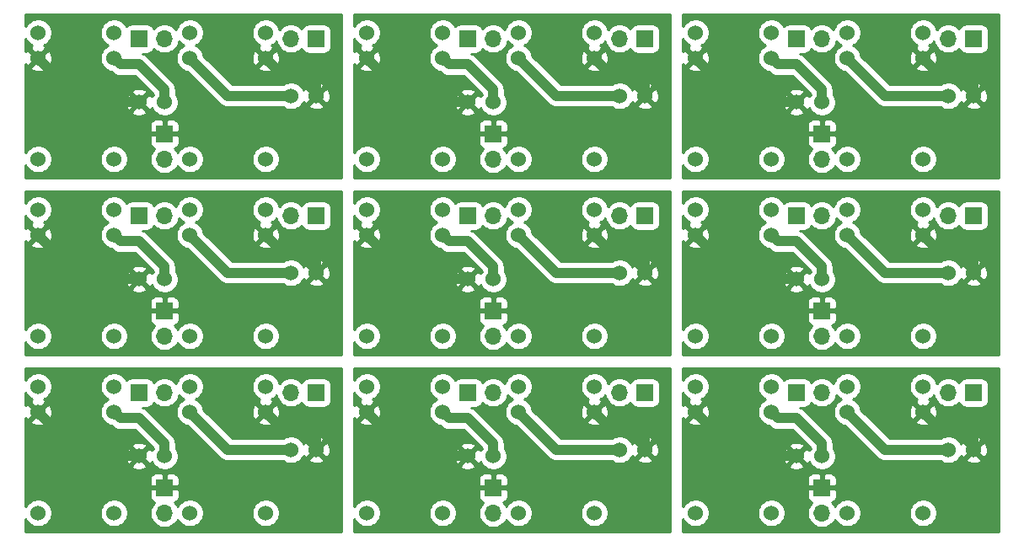
<source format=gbl>
G04 #@! TF.GenerationSoftware,KiCad,Pcbnew,(5.1.6)-1*
G04 #@! TF.CreationDate,2020-06-03T07:58:36+09:00*
G04 #@! TF.ProjectId,AND___,414e4462-d851-42e6-9b69-6361645f7063,rev?*
G04 #@! TF.SameCoordinates,Original*
G04 #@! TF.FileFunction,Copper,L2,Bot*
G04 #@! TF.FilePolarity,Positive*
%FSLAX46Y46*%
G04 Gerber Fmt 4.6, Leading zero omitted, Abs format (unit mm)*
G04 Created by KiCad (PCBNEW (5.1.6)-1) date 2020-06-03 07:58:36*
%MOMM*%
%LPD*%
G01*
G04 APERTURE LIST*
G04 #@! TA.AperFunction,ComponentPad*
%ADD10C,1.524000*%
G04 #@! TD*
G04 #@! TA.AperFunction,ComponentPad*
%ADD11R,1.700000X1.700000*%
G04 #@! TD*
G04 #@! TA.AperFunction,ComponentPad*
%ADD12O,1.700000X1.700000*%
G04 #@! TD*
G04 #@! TA.AperFunction,Conductor*
%ADD13C,1.000000*%
G04 #@! TD*
G04 #@! TA.AperFunction,Conductor*
%ADD14C,0.254000*%
G04 #@! TD*
G04 APERTURE END LIST*
D10*
X154940000Y-113030000D03*
X157480000Y-113030000D03*
X121920000Y-113030000D03*
X124460000Y-113030000D03*
X88900000Y-113030000D03*
X91440000Y-113030000D03*
X154940000Y-95250000D03*
X157480000Y-95250000D03*
X121920000Y-95250000D03*
X124460000Y-95250000D03*
X88900000Y-95250000D03*
X91440000Y-95250000D03*
X154940000Y-77470000D03*
X157480000Y-77470000D03*
X121920000Y-77470000D03*
X124460000Y-77470000D03*
D11*
X157480000Y-107280000D03*
D12*
X154940000Y-107280000D03*
D11*
X124460000Y-107280000D03*
D12*
X121920000Y-107280000D03*
D11*
X91440000Y-107280000D03*
D12*
X88900000Y-107280000D03*
D11*
X157480000Y-89500000D03*
D12*
X154940000Y-89500000D03*
D11*
X124460000Y-89500000D03*
D12*
X121920000Y-89500000D03*
D11*
X91440000Y-89500000D03*
D12*
X88900000Y-89500000D03*
D11*
X157480000Y-71720000D03*
D12*
X154940000Y-71720000D03*
D11*
X124460000Y-71720000D03*
D12*
X121920000Y-71720000D03*
D10*
X129540000Y-106680000D03*
X137160000Y-106680000D03*
X137160000Y-109220000D03*
X129540000Y-109220000D03*
X129540000Y-119380000D03*
X137160000Y-119380000D03*
X96520000Y-106680000D03*
X104140000Y-106680000D03*
X104140000Y-109220000D03*
X96520000Y-109220000D03*
X96520000Y-119380000D03*
X104140000Y-119380000D03*
X63500000Y-106680000D03*
X71120000Y-106680000D03*
X71120000Y-109220000D03*
X63500000Y-109220000D03*
X63500000Y-119380000D03*
X71120000Y-119380000D03*
X129540000Y-88900000D03*
X137160000Y-88900000D03*
X137160000Y-91440000D03*
X129540000Y-91440000D03*
X129540000Y-101600000D03*
X137160000Y-101600000D03*
X96520000Y-88900000D03*
X104140000Y-88900000D03*
X104140000Y-91440000D03*
X96520000Y-91440000D03*
X96520000Y-101600000D03*
X104140000Y-101600000D03*
X63500000Y-88900000D03*
X71120000Y-88900000D03*
X71120000Y-91440000D03*
X63500000Y-91440000D03*
X63500000Y-101600000D03*
X71120000Y-101600000D03*
X129540000Y-71120000D03*
X137160000Y-71120000D03*
X137160000Y-73660000D03*
X129540000Y-73660000D03*
X129540000Y-83820000D03*
X137160000Y-83820000D03*
X96520000Y-71120000D03*
X104140000Y-71120000D03*
X104140000Y-73660000D03*
X96520000Y-73660000D03*
X96520000Y-83820000D03*
X104140000Y-83820000D03*
D12*
X142240000Y-107280000D03*
D11*
X139700000Y-107280000D03*
D12*
X109220000Y-107280000D03*
D11*
X106680000Y-107280000D03*
D12*
X76200000Y-107280000D03*
D11*
X73660000Y-107280000D03*
D12*
X142240000Y-89500000D03*
D11*
X139700000Y-89500000D03*
D12*
X109220000Y-89500000D03*
D11*
X106680000Y-89500000D03*
D12*
X76200000Y-89500000D03*
D11*
X73660000Y-89500000D03*
D12*
X142240000Y-71720000D03*
D11*
X139700000Y-71720000D03*
D12*
X109220000Y-71720000D03*
D11*
X106680000Y-71720000D03*
D10*
X142240000Y-113665000D03*
X139700000Y-113665000D03*
X109220000Y-113665000D03*
X106680000Y-113665000D03*
X76200000Y-113665000D03*
X73660000Y-113665000D03*
X142240000Y-95885000D03*
X139700000Y-95885000D03*
X109220000Y-95885000D03*
X106680000Y-95885000D03*
X76200000Y-95885000D03*
X73660000Y-95885000D03*
X142240000Y-78105000D03*
X139700000Y-78105000D03*
X109220000Y-78105000D03*
X106680000Y-78105000D03*
D12*
X142240000Y-119380000D03*
D11*
X142240000Y-116840000D03*
D12*
X109220000Y-119380000D03*
D11*
X109220000Y-116840000D03*
D12*
X76200000Y-119380000D03*
D11*
X76200000Y-116840000D03*
D12*
X142240000Y-101600000D03*
D11*
X142240000Y-99060000D03*
D12*
X109220000Y-101600000D03*
D11*
X109220000Y-99060000D03*
D12*
X76200000Y-101600000D03*
D11*
X76200000Y-99060000D03*
D12*
X142240000Y-83820000D03*
D11*
X142240000Y-81280000D03*
D12*
X109220000Y-83820000D03*
D11*
X109220000Y-81280000D03*
D10*
X152400000Y-119380000D03*
X144780000Y-119380000D03*
X144780000Y-109220000D03*
X152400000Y-109220000D03*
X152400000Y-106680000D03*
X144780000Y-106680000D03*
X119380000Y-119380000D03*
X111760000Y-119380000D03*
X111760000Y-109220000D03*
X119380000Y-109220000D03*
X119380000Y-106680000D03*
X111760000Y-106680000D03*
X86360000Y-119380000D03*
X78740000Y-119380000D03*
X78740000Y-109220000D03*
X86360000Y-109220000D03*
X86360000Y-106680000D03*
X78740000Y-106680000D03*
X152400000Y-101600000D03*
X144780000Y-101600000D03*
X144780000Y-91440000D03*
X152400000Y-91440000D03*
X152400000Y-88900000D03*
X144780000Y-88900000D03*
X119380000Y-101600000D03*
X111760000Y-101600000D03*
X111760000Y-91440000D03*
X119380000Y-91440000D03*
X119380000Y-88900000D03*
X111760000Y-88900000D03*
X86360000Y-101600000D03*
X78740000Y-101600000D03*
X78740000Y-91440000D03*
X86360000Y-91440000D03*
X86360000Y-88900000D03*
X78740000Y-88900000D03*
X152400000Y-83820000D03*
X144780000Y-83820000D03*
X144780000Y-73660000D03*
X152400000Y-73660000D03*
X152400000Y-71120000D03*
X144780000Y-71120000D03*
X119380000Y-83820000D03*
X111760000Y-83820000D03*
X111760000Y-73660000D03*
X119380000Y-73660000D03*
X119380000Y-71120000D03*
X111760000Y-71120000D03*
X73660000Y-78105000D03*
X76200000Y-78105000D03*
X91440000Y-77470000D03*
X88900000Y-77470000D03*
D11*
X73660000Y-71720000D03*
D12*
X76200000Y-71720000D03*
D11*
X76200000Y-81280000D03*
D12*
X76200000Y-83820000D03*
X88900000Y-71720000D03*
D11*
X91440000Y-71720000D03*
D10*
X71120000Y-83820000D03*
X63500000Y-83820000D03*
X63500000Y-73660000D03*
X71120000Y-73660000D03*
X71120000Y-71120000D03*
X63500000Y-71120000D03*
X78740000Y-71120000D03*
X86360000Y-71120000D03*
X86360000Y-73660000D03*
X78740000Y-73660000D03*
X78740000Y-83820000D03*
X86360000Y-83820000D03*
D13*
X76200000Y-78105000D02*
X76200000Y-76835000D01*
X76200000Y-76835000D02*
X73660000Y-74295000D01*
X71755000Y-74295000D02*
X71120000Y-73660000D01*
X73660000Y-74295000D02*
X71755000Y-74295000D01*
X109220000Y-78105000D02*
X109220000Y-76835000D01*
X142240000Y-78105000D02*
X142240000Y-76835000D01*
X76200000Y-95885000D02*
X76200000Y-94615000D01*
X109220000Y-95885000D02*
X109220000Y-94615000D01*
X142240000Y-95885000D02*
X142240000Y-94615000D01*
X76200000Y-113665000D02*
X76200000Y-112395000D01*
X109220000Y-113665000D02*
X109220000Y-112395000D01*
X142240000Y-113665000D02*
X142240000Y-112395000D01*
X109220000Y-76835000D02*
X106680000Y-74295000D01*
X142240000Y-76835000D02*
X139700000Y-74295000D01*
X76200000Y-94615000D02*
X73660000Y-92075000D01*
X109220000Y-94615000D02*
X106680000Y-92075000D01*
X142240000Y-94615000D02*
X139700000Y-92075000D01*
X76200000Y-112395000D02*
X73660000Y-109855000D01*
X109220000Y-112395000D02*
X106680000Y-109855000D01*
X142240000Y-112395000D02*
X139700000Y-109855000D01*
X104775000Y-74295000D02*
X104140000Y-73660000D01*
X137795000Y-74295000D02*
X137160000Y-73660000D01*
X71755000Y-92075000D02*
X71120000Y-91440000D01*
X104775000Y-92075000D02*
X104140000Y-91440000D01*
X137795000Y-92075000D02*
X137160000Y-91440000D01*
X71755000Y-109855000D02*
X71120000Y-109220000D01*
X104775000Y-109855000D02*
X104140000Y-109220000D01*
X137795000Y-109855000D02*
X137160000Y-109220000D01*
X106680000Y-74295000D02*
X104775000Y-74295000D01*
X139700000Y-74295000D02*
X137795000Y-74295000D01*
X73660000Y-92075000D02*
X71755000Y-92075000D01*
X106680000Y-92075000D02*
X104775000Y-92075000D01*
X139700000Y-92075000D02*
X137795000Y-92075000D01*
X73660000Y-109855000D02*
X71755000Y-109855000D01*
X106680000Y-109855000D02*
X104775000Y-109855000D01*
X139700000Y-109855000D02*
X137795000Y-109855000D01*
X82550000Y-77470000D02*
X78740000Y-73660000D01*
X88900000Y-77470000D02*
X82550000Y-77470000D01*
X115570000Y-77470000D02*
X111760000Y-73660000D01*
X148590000Y-77470000D02*
X144780000Y-73660000D01*
X82550000Y-95250000D02*
X78740000Y-91440000D01*
X115570000Y-95250000D02*
X111760000Y-91440000D01*
X148590000Y-95250000D02*
X144780000Y-91440000D01*
X82550000Y-113030000D02*
X78740000Y-109220000D01*
X115570000Y-113030000D02*
X111760000Y-109220000D01*
X148590000Y-113030000D02*
X144780000Y-109220000D01*
X121920000Y-77470000D02*
X115570000Y-77470000D01*
X154940000Y-77470000D02*
X148590000Y-77470000D01*
X88900000Y-95250000D02*
X82550000Y-95250000D01*
X121920000Y-95250000D02*
X115570000Y-95250000D01*
X154940000Y-95250000D02*
X148590000Y-95250000D01*
X88900000Y-113030000D02*
X82550000Y-113030000D01*
X121920000Y-113030000D02*
X115570000Y-113030000D01*
X154940000Y-113030000D02*
X148590000Y-113030000D01*
X86360000Y-73660000D02*
X88265000Y-75565000D01*
X88265000Y-75565000D02*
X90805000Y-75565000D01*
X90805000Y-75565000D02*
X91440000Y-76200000D01*
X91440000Y-76200000D02*
X91440000Y-77470000D01*
X67945000Y-78105000D02*
X63500000Y-73660000D01*
X73660000Y-78105000D02*
X67945000Y-78105000D01*
X121285000Y-75565000D02*
X123825000Y-75565000D01*
X154305000Y-75565000D02*
X156845000Y-75565000D01*
X88265000Y-93345000D02*
X90805000Y-93345000D01*
X121285000Y-93345000D02*
X123825000Y-93345000D01*
X154305000Y-93345000D02*
X156845000Y-93345000D01*
X88265000Y-111125000D02*
X90805000Y-111125000D01*
X121285000Y-111125000D02*
X123825000Y-111125000D01*
X154305000Y-111125000D02*
X156845000Y-111125000D01*
X119380000Y-73660000D02*
X121285000Y-75565000D01*
X152400000Y-73660000D02*
X154305000Y-75565000D01*
X86360000Y-91440000D02*
X88265000Y-93345000D01*
X119380000Y-91440000D02*
X121285000Y-93345000D01*
X152400000Y-91440000D02*
X154305000Y-93345000D01*
X86360000Y-109220000D02*
X88265000Y-111125000D01*
X119380000Y-109220000D02*
X121285000Y-111125000D01*
X152400000Y-109220000D02*
X154305000Y-111125000D01*
X106680000Y-78105000D02*
X100965000Y-78105000D01*
X139700000Y-78105000D02*
X133985000Y-78105000D01*
X73660000Y-95885000D02*
X67945000Y-95885000D01*
X106680000Y-95885000D02*
X100965000Y-95885000D01*
X139700000Y-95885000D02*
X133985000Y-95885000D01*
X73660000Y-113665000D02*
X67945000Y-113665000D01*
X106680000Y-113665000D02*
X100965000Y-113665000D01*
X139700000Y-113665000D02*
X133985000Y-113665000D01*
X100965000Y-78105000D02*
X96520000Y-73660000D01*
X133985000Y-78105000D02*
X129540000Y-73660000D01*
X67945000Y-95885000D02*
X63500000Y-91440000D01*
X100965000Y-95885000D02*
X96520000Y-91440000D01*
X133985000Y-95885000D02*
X129540000Y-91440000D01*
X67945000Y-113665000D02*
X63500000Y-109220000D01*
X100965000Y-113665000D02*
X96520000Y-109220000D01*
X133985000Y-113665000D02*
X129540000Y-109220000D01*
X123825000Y-75565000D02*
X124460000Y-76200000D01*
X156845000Y-75565000D02*
X157480000Y-76200000D01*
X90805000Y-93345000D02*
X91440000Y-93980000D01*
X123825000Y-93345000D02*
X124460000Y-93980000D01*
X156845000Y-93345000D02*
X157480000Y-93980000D01*
X90805000Y-111125000D02*
X91440000Y-111760000D01*
X123825000Y-111125000D02*
X124460000Y-111760000D01*
X156845000Y-111125000D02*
X157480000Y-111760000D01*
X124460000Y-76200000D02*
X124460000Y-77470000D01*
X157480000Y-76200000D02*
X157480000Y-77470000D01*
X91440000Y-93980000D02*
X91440000Y-95250000D01*
X124460000Y-93980000D02*
X124460000Y-95250000D01*
X157480000Y-93980000D02*
X157480000Y-95250000D01*
X91440000Y-111760000D02*
X91440000Y-113030000D01*
X124460000Y-111760000D02*
X124460000Y-113030000D01*
X157480000Y-111760000D02*
X157480000Y-113030000D01*
D14*
G36*
X93955001Y-85700000D02*
G01*
X62255000Y-85700000D01*
X62255000Y-84464840D01*
X62261995Y-84481727D01*
X62414880Y-84710535D01*
X62609465Y-84905120D01*
X62838273Y-85058005D01*
X63092510Y-85163314D01*
X63362408Y-85217000D01*
X63637592Y-85217000D01*
X63907490Y-85163314D01*
X64161727Y-85058005D01*
X64390535Y-84905120D01*
X64585120Y-84710535D01*
X64738005Y-84481727D01*
X64843314Y-84227490D01*
X64897000Y-83957592D01*
X64897000Y-83682408D01*
X69723000Y-83682408D01*
X69723000Y-83957592D01*
X69776686Y-84227490D01*
X69881995Y-84481727D01*
X70034880Y-84710535D01*
X70229465Y-84905120D01*
X70458273Y-85058005D01*
X70712510Y-85163314D01*
X70982408Y-85217000D01*
X71257592Y-85217000D01*
X71527490Y-85163314D01*
X71781727Y-85058005D01*
X72010535Y-84905120D01*
X72205120Y-84710535D01*
X72358005Y-84481727D01*
X72463314Y-84227490D01*
X72517000Y-83957592D01*
X72517000Y-83682408D01*
X72463314Y-83412510D01*
X72358005Y-83158273D01*
X72205120Y-82929465D01*
X72010535Y-82734880D01*
X71781727Y-82581995D01*
X71527490Y-82476686D01*
X71257592Y-82423000D01*
X70982408Y-82423000D01*
X70712510Y-82476686D01*
X70458273Y-82581995D01*
X70229465Y-82734880D01*
X70034880Y-82929465D01*
X69881995Y-83158273D01*
X69776686Y-83412510D01*
X69723000Y-83682408D01*
X64897000Y-83682408D01*
X64843314Y-83412510D01*
X64738005Y-83158273D01*
X64585120Y-82929465D01*
X64390535Y-82734880D01*
X64161727Y-82581995D01*
X63907490Y-82476686D01*
X63637592Y-82423000D01*
X63362408Y-82423000D01*
X63092510Y-82476686D01*
X62838273Y-82581995D01*
X62609465Y-82734880D01*
X62414880Y-82929465D01*
X62261995Y-83158273D01*
X62255000Y-83175160D01*
X62255000Y-82130000D01*
X74711928Y-82130000D01*
X74724188Y-82254482D01*
X74760498Y-82374180D01*
X74819463Y-82484494D01*
X74898815Y-82581185D01*
X74995506Y-82660537D01*
X75105820Y-82719502D01*
X75178380Y-82741513D01*
X75046525Y-82873368D01*
X74884010Y-83116589D01*
X74772068Y-83386842D01*
X74715000Y-83673740D01*
X74715000Y-83966260D01*
X74772068Y-84253158D01*
X74884010Y-84523411D01*
X75046525Y-84766632D01*
X75253368Y-84973475D01*
X75496589Y-85135990D01*
X75766842Y-85247932D01*
X76053740Y-85305000D01*
X76346260Y-85305000D01*
X76633158Y-85247932D01*
X76903411Y-85135990D01*
X77146632Y-84973475D01*
X77353475Y-84766632D01*
X77515990Y-84523411D01*
X77521293Y-84510608D01*
X77654880Y-84710535D01*
X77849465Y-84905120D01*
X78078273Y-85058005D01*
X78332510Y-85163314D01*
X78602408Y-85217000D01*
X78877592Y-85217000D01*
X79147490Y-85163314D01*
X79401727Y-85058005D01*
X79630535Y-84905120D01*
X79825120Y-84710535D01*
X79978005Y-84481727D01*
X80083314Y-84227490D01*
X80137000Y-83957592D01*
X80137000Y-83682408D01*
X84963000Y-83682408D01*
X84963000Y-83957592D01*
X85016686Y-84227490D01*
X85121995Y-84481727D01*
X85274880Y-84710535D01*
X85469465Y-84905120D01*
X85698273Y-85058005D01*
X85952510Y-85163314D01*
X86222408Y-85217000D01*
X86497592Y-85217000D01*
X86767490Y-85163314D01*
X87021727Y-85058005D01*
X87250535Y-84905120D01*
X87445120Y-84710535D01*
X87598005Y-84481727D01*
X87703314Y-84227490D01*
X87757000Y-83957592D01*
X87757000Y-83682408D01*
X87703314Y-83412510D01*
X87598005Y-83158273D01*
X87445120Y-82929465D01*
X87250535Y-82734880D01*
X87021727Y-82581995D01*
X86767490Y-82476686D01*
X86497592Y-82423000D01*
X86222408Y-82423000D01*
X85952510Y-82476686D01*
X85698273Y-82581995D01*
X85469465Y-82734880D01*
X85274880Y-82929465D01*
X85121995Y-83158273D01*
X85016686Y-83412510D01*
X84963000Y-83682408D01*
X80137000Y-83682408D01*
X80083314Y-83412510D01*
X79978005Y-83158273D01*
X79825120Y-82929465D01*
X79630535Y-82734880D01*
X79401727Y-82581995D01*
X79147490Y-82476686D01*
X78877592Y-82423000D01*
X78602408Y-82423000D01*
X78332510Y-82476686D01*
X78078273Y-82581995D01*
X77849465Y-82734880D01*
X77654880Y-82929465D01*
X77521293Y-83129392D01*
X77515990Y-83116589D01*
X77353475Y-82873368D01*
X77221620Y-82741513D01*
X77294180Y-82719502D01*
X77404494Y-82660537D01*
X77501185Y-82581185D01*
X77580537Y-82484494D01*
X77639502Y-82374180D01*
X77675812Y-82254482D01*
X77688072Y-82130000D01*
X77685000Y-81565750D01*
X77526250Y-81407000D01*
X76327000Y-81407000D01*
X76327000Y-81427000D01*
X76073000Y-81427000D01*
X76073000Y-81407000D01*
X74873750Y-81407000D01*
X74715000Y-81565750D01*
X74711928Y-82130000D01*
X62255000Y-82130000D01*
X62255000Y-80430000D01*
X74711928Y-80430000D01*
X74715000Y-80994250D01*
X74873750Y-81153000D01*
X76073000Y-81153000D01*
X76073000Y-79953750D01*
X76327000Y-79953750D01*
X76327000Y-81153000D01*
X77526250Y-81153000D01*
X77685000Y-80994250D01*
X77688072Y-80430000D01*
X77675812Y-80305518D01*
X77639502Y-80185820D01*
X77580537Y-80075506D01*
X77501185Y-79978815D01*
X77404494Y-79899463D01*
X77294180Y-79840498D01*
X77174482Y-79804188D01*
X77050000Y-79791928D01*
X76485750Y-79795000D01*
X76327000Y-79953750D01*
X76073000Y-79953750D01*
X75914250Y-79795000D01*
X75350000Y-79791928D01*
X75225518Y-79804188D01*
X75105820Y-79840498D01*
X74995506Y-79899463D01*
X74898815Y-79978815D01*
X74819463Y-80075506D01*
X74760498Y-80185820D01*
X74724188Y-80305518D01*
X74711928Y-80430000D01*
X62255000Y-80430000D01*
X62255000Y-79070565D01*
X72874040Y-79070565D01*
X72941020Y-79310656D01*
X73190048Y-79427756D01*
X73457135Y-79494023D01*
X73732017Y-79506910D01*
X74004133Y-79465922D01*
X74263023Y-79372636D01*
X74378980Y-79310656D01*
X74445960Y-79070565D01*
X73660000Y-78284605D01*
X72874040Y-79070565D01*
X62255000Y-79070565D01*
X62255000Y-78177017D01*
X72258090Y-78177017D01*
X72299078Y-78449133D01*
X72392364Y-78708023D01*
X72454344Y-78823980D01*
X72694435Y-78890960D01*
X73480395Y-78105000D01*
X72694435Y-77319040D01*
X72454344Y-77386020D01*
X72337244Y-77635048D01*
X72270977Y-77902135D01*
X72258090Y-78177017D01*
X62255000Y-78177017D01*
X62255000Y-77139435D01*
X72874040Y-77139435D01*
X73660000Y-77925395D01*
X74445960Y-77139435D01*
X74378980Y-76899344D01*
X74129952Y-76782244D01*
X73862865Y-76715977D01*
X73587983Y-76703090D01*
X73315867Y-76744078D01*
X73056977Y-76837364D01*
X72941020Y-76899344D01*
X72874040Y-77139435D01*
X62255000Y-77139435D01*
X62255000Y-74625565D01*
X62714040Y-74625565D01*
X62781020Y-74865656D01*
X63030048Y-74982756D01*
X63297135Y-75049023D01*
X63572017Y-75061910D01*
X63844133Y-75020922D01*
X64103023Y-74927636D01*
X64218980Y-74865656D01*
X64285960Y-74625565D01*
X63500000Y-73839605D01*
X62714040Y-74625565D01*
X62255000Y-74625565D01*
X62255000Y-74305372D01*
X62294344Y-74378980D01*
X62534435Y-74445960D01*
X63320395Y-73660000D01*
X63679605Y-73660000D01*
X64465565Y-74445960D01*
X64705656Y-74378980D01*
X64822756Y-74129952D01*
X64889023Y-73862865D01*
X64901910Y-73587983D01*
X64860922Y-73315867D01*
X64767636Y-73056977D01*
X64705656Y-72941020D01*
X64465565Y-72874040D01*
X63679605Y-73660000D01*
X63320395Y-73660000D01*
X62534435Y-72874040D01*
X62294344Y-72941020D01*
X62255000Y-73024690D01*
X62255000Y-71764840D01*
X62261995Y-71781727D01*
X62414880Y-72010535D01*
X62609465Y-72205120D01*
X62838273Y-72358005D01*
X62909943Y-72387692D01*
X62896977Y-72392364D01*
X62781020Y-72454344D01*
X62714040Y-72694435D01*
X63500000Y-73480395D01*
X64285960Y-72694435D01*
X64218980Y-72454344D01*
X64083240Y-72390515D01*
X64161727Y-72358005D01*
X64390535Y-72205120D01*
X64585120Y-72010535D01*
X64738005Y-71781727D01*
X64843314Y-71527490D01*
X64897000Y-71257592D01*
X64897000Y-70982408D01*
X69723000Y-70982408D01*
X69723000Y-71257592D01*
X69776686Y-71527490D01*
X69881995Y-71781727D01*
X70034880Y-72010535D01*
X70229465Y-72205120D01*
X70458273Y-72358005D01*
X70535515Y-72390000D01*
X70458273Y-72421995D01*
X70229465Y-72574880D01*
X70034880Y-72769465D01*
X69881995Y-72998273D01*
X69776686Y-73252510D01*
X69723000Y-73522408D01*
X69723000Y-73797592D01*
X69776686Y-74067490D01*
X69881995Y-74321727D01*
X70034880Y-74550535D01*
X70229465Y-74745120D01*
X70458273Y-74898005D01*
X70712510Y-75003314D01*
X70894353Y-75039485D01*
X70913008Y-75058140D01*
X70948551Y-75101449D01*
X70991857Y-75136989D01*
X71121377Y-75243284D01*
X71318553Y-75348676D01*
X71532501Y-75413577D01*
X71755000Y-75435491D01*
X71810752Y-75430000D01*
X73189869Y-75430000D01*
X75058585Y-77298717D01*
X74961995Y-77443273D01*
X74932308Y-77514943D01*
X74927636Y-77501977D01*
X74865656Y-77386020D01*
X74625565Y-77319040D01*
X73839605Y-78105000D01*
X74625565Y-78890960D01*
X74865656Y-78823980D01*
X74929485Y-78688240D01*
X74961995Y-78766727D01*
X75114880Y-78995535D01*
X75309465Y-79190120D01*
X75538273Y-79343005D01*
X75792510Y-79448314D01*
X76062408Y-79502000D01*
X76337592Y-79502000D01*
X76607490Y-79448314D01*
X76861727Y-79343005D01*
X77090535Y-79190120D01*
X77285120Y-78995535D01*
X77438005Y-78766727D01*
X77543314Y-78512490D01*
X77597000Y-78242592D01*
X77597000Y-77967408D01*
X77543314Y-77697510D01*
X77438005Y-77443273D01*
X77335000Y-77289116D01*
X77335000Y-76890741D01*
X77340490Y-76834999D01*
X77335000Y-76779257D01*
X77335000Y-76779248D01*
X77318577Y-76612501D01*
X77253676Y-76398553D01*
X77148284Y-76201377D01*
X77006449Y-76028551D01*
X76963141Y-75993009D01*
X74501996Y-73531865D01*
X74466449Y-73488551D01*
X74293623Y-73346716D01*
X74096447Y-73241324D01*
X73986831Y-73208072D01*
X74510000Y-73208072D01*
X74634482Y-73195812D01*
X74754180Y-73159502D01*
X74864494Y-73100537D01*
X74961185Y-73021185D01*
X75040537Y-72924494D01*
X75099502Y-72814180D01*
X75121513Y-72741620D01*
X75253368Y-72873475D01*
X75496589Y-73035990D01*
X75766842Y-73147932D01*
X76053740Y-73205000D01*
X76346260Y-73205000D01*
X76633158Y-73147932D01*
X76903411Y-73035990D01*
X77146632Y-72873475D01*
X77353475Y-72666632D01*
X77515990Y-72423411D01*
X77627932Y-72153158D01*
X77656066Y-72011721D01*
X77849465Y-72205120D01*
X78078273Y-72358005D01*
X78155515Y-72390000D01*
X78078273Y-72421995D01*
X77849465Y-72574880D01*
X77654880Y-72769465D01*
X77501995Y-72998273D01*
X77396686Y-73252510D01*
X77343000Y-73522408D01*
X77343000Y-73797592D01*
X77396686Y-74067490D01*
X77501995Y-74321727D01*
X77654880Y-74550535D01*
X77849465Y-74745120D01*
X78078273Y-74898005D01*
X78332510Y-75003314D01*
X78514354Y-75039485D01*
X81708013Y-78233146D01*
X81743551Y-78276449D01*
X81786854Y-78311987D01*
X81786856Y-78311989D01*
X81916377Y-78418284D01*
X82113553Y-78523676D01*
X82327501Y-78588577D01*
X82550000Y-78610491D01*
X82605752Y-78605000D01*
X88084116Y-78605000D01*
X88238273Y-78708005D01*
X88492510Y-78813314D01*
X88762408Y-78867000D01*
X89037592Y-78867000D01*
X89307490Y-78813314D01*
X89561727Y-78708005D01*
X89790535Y-78555120D01*
X89910090Y-78435565D01*
X90654040Y-78435565D01*
X90721020Y-78675656D01*
X90970048Y-78792756D01*
X91237135Y-78859023D01*
X91512017Y-78871910D01*
X91784133Y-78830922D01*
X92043023Y-78737636D01*
X92158980Y-78675656D01*
X92225960Y-78435565D01*
X91440000Y-77649605D01*
X90654040Y-78435565D01*
X89910090Y-78435565D01*
X89985120Y-78360535D01*
X90138005Y-78131727D01*
X90167692Y-78060057D01*
X90172364Y-78073023D01*
X90234344Y-78188980D01*
X90474435Y-78255960D01*
X91260395Y-77470000D01*
X91619605Y-77470000D01*
X92405565Y-78255960D01*
X92645656Y-78188980D01*
X92762756Y-77939952D01*
X92829023Y-77672865D01*
X92841910Y-77397983D01*
X92800922Y-77125867D01*
X92707636Y-76866977D01*
X92645656Y-76751020D01*
X92405565Y-76684040D01*
X91619605Y-77470000D01*
X91260395Y-77470000D01*
X90474435Y-76684040D01*
X90234344Y-76751020D01*
X90170515Y-76886760D01*
X90138005Y-76808273D01*
X89985120Y-76579465D01*
X89910090Y-76504435D01*
X90654040Y-76504435D01*
X91440000Y-77290395D01*
X92225960Y-76504435D01*
X92158980Y-76264344D01*
X91909952Y-76147244D01*
X91642865Y-76080977D01*
X91367983Y-76068090D01*
X91095867Y-76109078D01*
X90836977Y-76202364D01*
X90721020Y-76264344D01*
X90654040Y-76504435D01*
X89910090Y-76504435D01*
X89790535Y-76384880D01*
X89561727Y-76231995D01*
X89307490Y-76126686D01*
X89037592Y-76073000D01*
X88762408Y-76073000D01*
X88492510Y-76126686D01*
X88238273Y-76231995D01*
X88084116Y-76335000D01*
X83020133Y-76335000D01*
X81310698Y-74625565D01*
X85574040Y-74625565D01*
X85641020Y-74865656D01*
X85890048Y-74982756D01*
X86157135Y-75049023D01*
X86432017Y-75061910D01*
X86704133Y-75020922D01*
X86963023Y-74927636D01*
X87078980Y-74865656D01*
X87145960Y-74625565D01*
X86360000Y-73839605D01*
X85574040Y-74625565D01*
X81310698Y-74625565D01*
X80417149Y-73732017D01*
X84958090Y-73732017D01*
X84999078Y-74004133D01*
X85092364Y-74263023D01*
X85154344Y-74378980D01*
X85394435Y-74445960D01*
X86180395Y-73660000D01*
X86539605Y-73660000D01*
X87325565Y-74445960D01*
X87565656Y-74378980D01*
X87682756Y-74129952D01*
X87749023Y-73862865D01*
X87761910Y-73587983D01*
X87720922Y-73315867D01*
X87627636Y-73056977D01*
X87565656Y-72941020D01*
X87325565Y-72874040D01*
X86539605Y-73660000D01*
X86180395Y-73660000D01*
X85394435Y-72874040D01*
X85154344Y-72941020D01*
X85037244Y-73190048D01*
X84970977Y-73457135D01*
X84958090Y-73732017D01*
X80417149Y-73732017D01*
X80119485Y-73434354D01*
X80083314Y-73252510D01*
X79978005Y-72998273D01*
X79825120Y-72769465D01*
X79630535Y-72574880D01*
X79401727Y-72421995D01*
X79324485Y-72390000D01*
X79401727Y-72358005D01*
X79630535Y-72205120D01*
X79825120Y-72010535D01*
X79978005Y-71781727D01*
X80083314Y-71527490D01*
X80137000Y-71257592D01*
X80137000Y-70982408D01*
X84963000Y-70982408D01*
X84963000Y-71257592D01*
X85016686Y-71527490D01*
X85121995Y-71781727D01*
X85274880Y-72010535D01*
X85469465Y-72205120D01*
X85698273Y-72358005D01*
X85769943Y-72387692D01*
X85756977Y-72392364D01*
X85641020Y-72454344D01*
X85574040Y-72694435D01*
X86360000Y-73480395D01*
X87145960Y-72694435D01*
X87078980Y-72454344D01*
X86943240Y-72390515D01*
X87021727Y-72358005D01*
X87250535Y-72205120D01*
X87443934Y-72011721D01*
X87472068Y-72153158D01*
X87584010Y-72423411D01*
X87746525Y-72666632D01*
X87953368Y-72873475D01*
X88196589Y-73035990D01*
X88466842Y-73147932D01*
X88753740Y-73205000D01*
X89046260Y-73205000D01*
X89333158Y-73147932D01*
X89603411Y-73035990D01*
X89846632Y-72873475D01*
X89978487Y-72741620D01*
X90000498Y-72814180D01*
X90059463Y-72924494D01*
X90138815Y-73021185D01*
X90235506Y-73100537D01*
X90345820Y-73159502D01*
X90465518Y-73195812D01*
X90590000Y-73208072D01*
X92290000Y-73208072D01*
X92414482Y-73195812D01*
X92534180Y-73159502D01*
X92644494Y-73100537D01*
X92741185Y-73021185D01*
X92820537Y-72924494D01*
X92879502Y-72814180D01*
X92915812Y-72694482D01*
X92928072Y-72570000D01*
X92928072Y-70870000D01*
X92915812Y-70745518D01*
X92879502Y-70625820D01*
X92820537Y-70515506D01*
X92741185Y-70418815D01*
X92644494Y-70339463D01*
X92534180Y-70280498D01*
X92414482Y-70244188D01*
X92290000Y-70231928D01*
X90590000Y-70231928D01*
X90465518Y-70244188D01*
X90345820Y-70280498D01*
X90235506Y-70339463D01*
X90138815Y-70418815D01*
X90059463Y-70515506D01*
X90000498Y-70625820D01*
X89978487Y-70698380D01*
X89846632Y-70566525D01*
X89603411Y-70404010D01*
X89333158Y-70292068D01*
X89046260Y-70235000D01*
X88753740Y-70235000D01*
X88466842Y-70292068D01*
X88196589Y-70404010D01*
X87953368Y-70566525D01*
X87746525Y-70773368D01*
X87722555Y-70809242D01*
X87703314Y-70712510D01*
X87598005Y-70458273D01*
X87445120Y-70229465D01*
X87250535Y-70034880D01*
X87021727Y-69881995D01*
X86767490Y-69776686D01*
X86497592Y-69723000D01*
X86222408Y-69723000D01*
X85952510Y-69776686D01*
X85698273Y-69881995D01*
X85469465Y-70034880D01*
X85274880Y-70229465D01*
X85121995Y-70458273D01*
X85016686Y-70712510D01*
X84963000Y-70982408D01*
X80137000Y-70982408D01*
X80083314Y-70712510D01*
X79978005Y-70458273D01*
X79825120Y-70229465D01*
X79630535Y-70034880D01*
X79401727Y-69881995D01*
X79147490Y-69776686D01*
X78877592Y-69723000D01*
X78602408Y-69723000D01*
X78332510Y-69776686D01*
X78078273Y-69881995D01*
X77849465Y-70034880D01*
X77654880Y-70229465D01*
X77501995Y-70458273D01*
X77396686Y-70712510D01*
X77377445Y-70809242D01*
X77353475Y-70773368D01*
X77146632Y-70566525D01*
X76903411Y-70404010D01*
X76633158Y-70292068D01*
X76346260Y-70235000D01*
X76053740Y-70235000D01*
X75766842Y-70292068D01*
X75496589Y-70404010D01*
X75253368Y-70566525D01*
X75121513Y-70698380D01*
X75099502Y-70625820D01*
X75040537Y-70515506D01*
X74961185Y-70418815D01*
X74864494Y-70339463D01*
X74754180Y-70280498D01*
X74634482Y-70244188D01*
X74510000Y-70231928D01*
X72810000Y-70231928D01*
X72685518Y-70244188D01*
X72565820Y-70280498D01*
X72455506Y-70339463D01*
X72358815Y-70418815D01*
X72343836Y-70437067D01*
X72205120Y-70229465D01*
X72010535Y-70034880D01*
X71781727Y-69881995D01*
X71527490Y-69776686D01*
X71257592Y-69723000D01*
X70982408Y-69723000D01*
X70712510Y-69776686D01*
X70458273Y-69881995D01*
X70229465Y-70034880D01*
X70034880Y-70229465D01*
X69881995Y-70458273D01*
X69776686Y-70712510D01*
X69723000Y-70982408D01*
X64897000Y-70982408D01*
X64843314Y-70712510D01*
X64738005Y-70458273D01*
X64585120Y-70229465D01*
X64390535Y-70034880D01*
X64161727Y-69881995D01*
X63907490Y-69776686D01*
X63637592Y-69723000D01*
X63362408Y-69723000D01*
X63092510Y-69776686D01*
X62838273Y-69881995D01*
X62609465Y-70034880D01*
X62414880Y-70229465D01*
X62261995Y-70458273D01*
X62255000Y-70475160D01*
X62255000Y-69240000D01*
X93955000Y-69240000D01*
X93955001Y-85700000D01*
G37*
X93955001Y-85700000D02*
X62255000Y-85700000D01*
X62255000Y-84464840D01*
X62261995Y-84481727D01*
X62414880Y-84710535D01*
X62609465Y-84905120D01*
X62838273Y-85058005D01*
X63092510Y-85163314D01*
X63362408Y-85217000D01*
X63637592Y-85217000D01*
X63907490Y-85163314D01*
X64161727Y-85058005D01*
X64390535Y-84905120D01*
X64585120Y-84710535D01*
X64738005Y-84481727D01*
X64843314Y-84227490D01*
X64897000Y-83957592D01*
X64897000Y-83682408D01*
X69723000Y-83682408D01*
X69723000Y-83957592D01*
X69776686Y-84227490D01*
X69881995Y-84481727D01*
X70034880Y-84710535D01*
X70229465Y-84905120D01*
X70458273Y-85058005D01*
X70712510Y-85163314D01*
X70982408Y-85217000D01*
X71257592Y-85217000D01*
X71527490Y-85163314D01*
X71781727Y-85058005D01*
X72010535Y-84905120D01*
X72205120Y-84710535D01*
X72358005Y-84481727D01*
X72463314Y-84227490D01*
X72517000Y-83957592D01*
X72517000Y-83682408D01*
X72463314Y-83412510D01*
X72358005Y-83158273D01*
X72205120Y-82929465D01*
X72010535Y-82734880D01*
X71781727Y-82581995D01*
X71527490Y-82476686D01*
X71257592Y-82423000D01*
X70982408Y-82423000D01*
X70712510Y-82476686D01*
X70458273Y-82581995D01*
X70229465Y-82734880D01*
X70034880Y-82929465D01*
X69881995Y-83158273D01*
X69776686Y-83412510D01*
X69723000Y-83682408D01*
X64897000Y-83682408D01*
X64843314Y-83412510D01*
X64738005Y-83158273D01*
X64585120Y-82929465D01*
X64390535Y-82734880D01*
X64161727Y-82581995D01*
X63907490Y-82476686D01*
X63637592Y-82423000D01*
X63362408Y-82423000D01*
X63092510Y-82476686D01*
X62838273Y-82581995D01*
X62609465Y-82734880D01*
X62414880Y-82929465D01*
X62261995Y-83158273D01*
X62255000Y-83175160D01*
X62255000Y-82130000D01*
X74711928Y-82130000D01*
X74724188Y-82254482D01*
X74760498Y-82374180D01*
X74819463Y-82484494D01*
X74898815Y-82581185D01*
X74995506Y-82660537D01*
X75105820Y-82719502D01*
X75178380Y-82741513D01*
X75046525Y-82873368D01*
X74884010Y-83116589D01*
X74772068Y-83386842D01*
X74715000Y-83673740D01*
X74715000Y-83966260D01*
X74772068Y-84253158D01*
X74884010Y-84523411D01*
X75046525Y-84766632D01*
X75253368Y-84973475D01*
X75496589Y-85135990D01*
X75766842Y-85247932D01*
X76053740Y-85305000D01*
X76346260Y-85305000D01*
X76633158Y-85247932D01*
X76903411Y-85135990D01*
X77146632Y-84973475D01*
X77353475Y-84766632D01*
X77515990Y-84523411D01*
X77521293Y-84510608D01*
X77654880Y-84710535D01*
X77849465Y-84905120D01*
X78078273Y-85058005D01*
X78332510Y-85163314D01*
X78602408Y-85217000D01*
X78877592Y-85217000D01*
X79147490Y-85163314D01*
X79401727Y-85058005D01*
X79630535Y-84905120D01*
X79825120Y-84710535D01*
X79978005Y-84481727D01*
X80083314Y-84227490D01*
X80137000Y-83957592D01*
X80137000Y-83682408D01*
X84963000Y-83682408D01*
X84963000Y-83957592D01*
X85016686Y-84227490D01*
X85121995Y-84481727D01*
X85274880Y-84710535D01*
X85469465Y-84905120D01*
X85698273Y-85058005D01*
X85952510Y-85163314D01*
X86222408Y-85217000D01*
X86497592Y-85217000D01*
X86767490Y-85163314D01*
X87021727Y-85058005D01*
X87250535Y-84905120D01*
X87445120Y-84710535D01*
X87598005Y-84481727D01*
X87703314Y-84227490D01*
X87757000Y-83957592D01*
X87757000Y-83682408D01*
X87703314Y-83412510D01*
X87598005Y-83158273D01*
X87445120Y-82929465D01*
X87250535Y-82734880D01*
X87021727Y-82581995D01*
X86767490Y-82476686D01*
X86497592Y-82423000D01*
X86222408Y-82423000D01*
X85952510Y-82476686D01*
X85698273Y-82581995D01*
X85469465Y-82734880D01*
X85274880Y-82929465D01*
X85121995Y-83158273D01*
X85016686Y-83412510D01*
X84963000Y-83682408D01*
X80137000Y-83682408D01*
X80083314Y-83412510D01*
X79978005Y-83158273D01*
X79825120Y-82929465D01*
X79630535Y-82734880D01*
X79401727Y-82581995D01*
X79147490Y-82476686D01*
X78877592Y-82423000D01*
X78602408Y-82423000D01*
X78332510Y-82476686D01*
X78078273Y-82581995D01*
X77849465Y-82734880D01*
X77654880Y-82929465D01*
X77521293Y-83129392D01*
X77515990Y-83116589D01*
X77353475Y-82873368D01*
X77221620Y-82741513D01*
X77294180Y-82719502D01*
X77404494Y-82660537D01*
X77501185Y-82581185D01*
X77580537Y-82484494D01*
X77639502Y-82374180D01*
X77675812Y-82254482D01*
X77688072Y-82130000D01*
X77685000Y-81565750D01*
X77526250Y-81407000D01*
X76327000Y-81407000D01*
X76327000Y-81427000D01*
X76073000Y-81427000D01*
X76073000Y-81407000D01*
X74873750Y-81407000D01*
X74715000Y-81565750D01*
X74711928Y-82130000D01*
X62255000Y-82130000D01*
X62255000Y-80430000D01*
X74711928Y-80430000D01*
X74715000Y-80994250D01*
X74873750Y-81153000D01*
X76073000Y-81153000D01*
X76073000Y-79953750D01*
X76327000Y-79953750D01*
X76327000Y-81153000D01*
X77526250Y-81153000D01*
X77685000Y-80994250D01*
X77688072Y-80430000D01*
X77675812Y-80305518D01*
X77639502Y-80185820D01*
X77580537Y-80075506D01*
X77501185Y-79978815D01*
X77404494Y-79899463D01*
X77294180Y-79840498D01*
X77174482Y-79804188D01*
X77050000Y-79791928D01*
X76485750Y-79795000D01*
X76327000Y-79953750D01*
X76073000Y-79953750D01*
X75914250Y-79795000D01*
X75350000Y-79791928D01*
X75225518Y-79804188D01*
X75105820Y-79840498D01*
X74995506Y-79899463D01*
X74898815Y-79978815D01*
X74819463Y-80075506D01*
X74760498Y-80185820D01*
X74724188Y-80305518D01*
X74711928Y-80430000D01*
X62255000Y-80430000D01*
X62255000Y-79070565D01*
X72874040Y-79070565D01*
X72941020Y-79310656D01*
X73190048Y-79427756D01*
X73457135Y-79494023D01*
X73732017Y-79506910D01*
X74004133Y-79465922D01*
X74263023Y-79372636D01*
X74378980Y-79310656D01*
X74445960Y-79070565D01*
X73660000Y-78284605D01*
X72874040Y-79070565D01*
X62255000Y-79070565D01*
X62255000Y-78177017D01*
X72258090Y-78177017D01*
X72299078Y-78449133D01*
X72392364Y-78708023D01*
X72454344Y-78823980D01*
X72694435Y-78890960D01*
X73480395Y-78105000D01*
X72694435Y-77319040D01*
X72454344Y-77386020D01*
X72337244Y-77635048D01*
X72270977Y-77902135D01*
X72258090Y-78177017D01*
X62255000Y-78177017D01*
X62255000Y-77139435D01*
X72874040Y-77139435D01*
X73660000Y-77925395D01*
X74445960Y-77139435D01*
X74378980Y-76899344D01*
X74129952Y-76782244D01*
X73862865Y-76715977D01*
X73587983Y-76703090D01*
X73315867Y-76744078D01*
X73056977Y-76837364D01*
X72941020Y-76899344D01*
X72874040Y-77139435D01*
X62255000Y-77139435D01*
X62255000Y-74625565D01*
X62714040Y-74625565D01*
X62781020Y-74865656D01*
X63030048Y-74982756D01*
X63297135Y-75049023D01*
X63572017Y-75061910D01*
X63844133Y-75020922D01*
X64103023Y-74927636D01*
X64218980Y-74865656D01*
X64285960Y-74625565D01*
X63500000Y-73839605D01*
X62714040Y-74625565D01*
X62255000Y-74625565D01*
X62255000Y-74305372D01*
X62294344Y-74378980D01*
X62534435Y-74445960D01*
X63320395Y-73660000D01*
X63679605Y-73660000D01*
X64465565Y-74445960D01*
X64705656Y-74378980D01*
X64822756Y-74129952D01*
X64889023Y-73862865D01*
X64901910Y-73587983D01*
X64860922Y-73315867D01*
X64767636Y-73056977D01*
X64705656Y-72941020D01*
X64465565Y-72874040D01*
X63679605Y-73660000D01*
X63320395Y-73660000D01*
X62534435Y-72874040D01*
X62294344Y-72941020D01*
X62255000Y-73024690D01*
X62255000Y-71764840D01*
X62261995Y-71781727D01*
X62414880Y-72010535D01*
X62609465Y-72205120D01*
X62838273Y-72358005D01*
X62909943Y-72387692D01*
X62896977Y-72392364D01*
X62781020Y-72454344D01*
X62714040Y-72694435D01*
X63500000Y-73480395D01*
X64285960Y-72694435D01*
X64218980Y-72454344D01*
X64083240Y-72390515D01*
X64161727Y-72358005D01*
X64390535Y-72205120D01*
X64585120Y-72010535D01*
X64738005Y-71781727D01*
X64843314Y-71527490D01*
X64897000Y-71257592D01*
X64897000Y-70982408D01*
X69723000Y-70982408D01*
X69723000Y-71257592D01*
X69776686Y-71527490D01*
X69881995Y-71781727D01*
X70034880Y-72010535D01*
X70229465Y-72205120D01*
X70458273Y-72358005D01*
X70535515Y-72390000D01*
X70458273Y-72421995D01*
X70229465Y-72574880D01*
X70034880Y-72769465D01*
X69881995Y-72998273D01*
X69776686Y-73252510D01*
X69723000Y-73522408D01*
X69723000Y-73797592D01*
X69776686Y-74067490D01*
X69881995Y-74321727D01*
X70034880Y-74550535D01*
X70229465Y-74745120D01*
X70458273Y-74898005D01*
X70712510Y-75003314D01*
X70894353Y-75039485D01*
X70913008Y-75058140D01*
X70948551Y-75101449D01*
X70991857Y-75136989D01*
X71121377Y-75243284D01*
X71318553Y-75348676D01*
X71532501Y-75413577D01*
X71755000Y-75435491D01*
X71810752Y-75430000D01*
X73189869Y-75430000D01*
X75058585Y-77298717D01*
X74961995Y-77443273D01*
X74932308Y-77514943D01*
X74927636Y-77501977D01*
X74865656Y-77386020D01*
X74625565Y-77319040D01*
X73839605Y-78105000D01*
X74625565Y-78890960D01*
X74865656Y-78823980D01*
X74929485Y-78688240D01*
X74961995Y-78766727D01*
X75114880Y-78995535D01*
X75309465Y-79190120D01*
X75538273Y-79343005D01*
X75792510Y-79448314D01*
X76062408Y-79502000D01*
X76337592Y-79502000D01*
X76607490Y-79448314D01*
X76861727Y-79343005D01*
X77090535Y-79190120D01*
X77285120Y-78995535D01*
X77438005Y-78766727D01*
X77543314Y-78512490D01*
X77597000Y-78242592D01*
X77597000Y-77967408D01*
X77543314Y-77697510D01*
X77438005Y-77443273D01*
X77335000Y-77289116D01*
X77335000Y-76890741D01*
X77340490Y-76834999D01*
X77335000Y-76779257D01*
X77335000Y-76779248D01*
X77318577Y-76612501D01*
X77253676Y-76398553D01*
X77148284Y-76201377D01*
X77006449Y-76028551D01*
X76963141Y-75993009D01*
X74501996Y-73531865D01*
X74466449Y-73488551D01*
X74293623Y-73346716D01*
X74096447Y-73241324D01*
X73986831Y-73208072D01*
X74510000Y-73208072D01*
X74634482Y-73195812D01*
X74754180Y-73159502D01*
X74864494Y-73100537D01*
X74961185Y-73021185D01*
X75040537Y-72924494D01*
X75099502Y-72814180D01*
X75121513Y-72741620D01*
X75253368Y-72873475D01*
X75496589Y-73035990D01*
X75766842Y-73147932D01*
X76053740Y-73205000D01*
X76346260Y-73205000D01*
X76633158Y-73147932D01*
X76903411Y-73035990D01*
X77146632Y-72873475D01*
X77353475Y-72666632D01*
X77515990Y-72423411D01*
X77627932Y-72153158D01*
X77656066Y-72011721D01*
X77849465Y-72205120D01*
X78078273Y-72358005D01*
X78155515Y-72390000D01*
X78078273Y-72421995D01*
X77849465Y-72574880D01*
X77654880Y-72769465D01*
X77501995Y-72998273D01*
X77396686Y-73252510D01*
X77343000Y-73522408D01*
X77343000Y-73797592D01*
X77396686Y-74067490D01*
X77501995Y-74321727D01*
X77654880Y-74550535D01*
X77849465Y-74745120D01*
X78078273Y-74898005D01*
X78332510Y-75003314D01*
X78514354Y-75039485D01*
X81708013Y-78233146D01*
X81743551Y-78276449D01*
X81786854Y-78311987D01*
X81786856Y-78311989D01*
X81916377Y-78418284D01*
X82113553Y-78523676D01*
X82327501Y-78588577D01*
X82550000Y-78610491D01*
X82605752Y-78605000D01*
X88084116Y-78605000D01*
X88238273Y-78708005D01*
X88492510Y-78813314D01*
X88762408Y-78867000D01*
X89037592Y-78867000D01*
X89307490Y-78813314D01*
X89561727Y-78708005D01*
X89790535Y-78555120D01*
X89910090Y-78435565D01*
X90654040Y-78435565D01*
X90721020Y-78675656D01*
X90970048Y-78792756D01*
X91237135Y-78859023D01*
X91512017Y-78871910D01*
X91784133Y-78830922D01*
X92043023Y-78737636D01*
X92158980Y-78675656D01*
X92225960Y-78435565D01*
X91440000Y-77649605D01*
X90654040Y-78435565D01*
X89910090Y-78435565D01*
X89985120Y-78360535D01*
X90138005Y-78131727D01*
X90167692Y-78060057D01*
X90172364Y-78073023D01*
X90234344Y-78188980D01*
X90474435Y-78255960D01*
X91260395Y-77470000D01*
X91619605Y-77470000D01*
X92405565Y-78255960D01*
X92645656Y-78188980D01*
X92762756Y-77939952D01*
X92829023Y-77672865D01*
X92841910Y-77397983D01*
X92800922Y-77125867D01*
X92707636Y-76866977D01*
X92645656Y-76751020D01*
X92405565Y-76684040D01*
X91619605Y-77470000D01*
X91260395Y-77470000D01*
X90474435Y-76684040D01*
X90234344Y-76751020D01*
X90170515Y-76886760D01*
X90138005Y-76808273D01*
X89985120Y-76579465D01*
X89910090Y-76504435D01*
X90654040Y-76504435D01*
X91440000Y-77290395D01*
X92225960Y-76504435D01*
X92158980Y-76264344D01*
X91909952Y-76147244D01*
X91642865Y-76080977D01*
X91367983Y-76068090D01*
X91095867Y-76109078D01*
X90836977Y-76202364D01*
X90721020Y-76264344D01*
X90654040Y-76504435D01*
X89910090Y-76504435D01*
X89790535Y-76384880D01*
X89561727Y-76231995D01*
X89307490Y-76126686D01*
X89037592Y-76073000D01*
X88762408Y-76073000D01*
X88492510Y-76126686D01*
X88238273Y-76231995D01*
X88084116Y-76335000D01*
X83020133Y-76335000D01*
X81310698Y-74625565D01*
X85574040Y-74625565D01*
X85641020Y-74865656D01*
X85890048Y-74982756D01*
X86157135Y-75049023D01*
X86432017Y-75061910D01*
X86704133Y-75020922D01*
X86963023Y-74927636D01*
X87078980Y-74865656D01*
X87145960Y-74625565D01*
X86360000Y-73839605D01*
X85574040Y-74625565D01*
X81310698Y-74625565D01*
X80417149Y-73732017D01*
X84958090Y-73732017D01*
X84999078Y-74004133D01*
X85092364Y-74263023D01*
X85154344Y-74378980D01*
X85394435Y-74445960D01*
X86180395Y-73660000D01*
X86539605Y-73660000D01*
X87325565Y-74445960D01*
X87565656Y-74378980D01*
X87682756Y-74129952D01*
X87749023Y-73862865D01*
X87761910Y-73587983D01*
X87720922Y-73315867D01*
X87627636Y-73056977D01*
X87565656Y-72941020D01*
X87325565Y-72874040D01*
X86539605Y-73660000D01*
X86180395Y-73660000D01*
X85394435Y-72874040D01*
X85154344Y-72941020D01*
X85037244Y-73190048D01*
X84970977Y-73457135D01*
X84958090Y-73732017D01*
X80417149Y-73732017D01*
X80119485Y-73434354D01*
X80083314Y-73252510D01*
X79978005Y-72998273D01*
X79825120Y-72769465D01*
X79630535Y-72574880D01*
X79401727Y-72421995D01*
X79324485Y-72390000D01*
X79401727Y-72358005D01*
X79630535Y-72205120D01*
X79825120Y-72010535D01*
X79978005Y-71781727D01*
X80083314Y-71527490D01*
X80137000Y-71257592D01*
X80137000Y-70982408D01*
X84963000Y-70982408D01*
X84963000Y-71257592D01*
X85016686Y-71527490D01*
X85121995Y-71781727D01*
X85274880Y-72010535D01*
X85469465Y-72205120D01*
X85698273Y-72358005D01*
X85769943Y-72387692D01*
X85756977Y-72392364D01*
X85641020Y-72454344D01*
X85574040Y-72694435D01*
X86360000Y-73480395D01*
X87145960Y-72694435D01*
X87078980Y-72454344D01*
X86943240Y-72390515D01*
X87021727Y-72358005D01*
X87250535Y-72205120D01*
X87443934Y-72011721D01*
X87472068Y-72153158D01*
X87584010Y-72423411D01*
X87746525Y-72666632D01*
X87953368Y-72873475D01*
X88196589Y-73035990D01*
X88466842Y-73147932D01*
X88753740Y-73205000D01*
X89046260Y-73205000D01*
X89333158Y-73147932D01*
X89603411Y-73035990D01*
X89846632Y-72873475D01*
X89978487Y-72741620D01*
X90000498Y-72814180D01*
X90059463Y-72924494D01*
X90138815Y-73021185D01*
X90235506Y-73100537D01*
X90345820Y-73159502D01*
X90465518Y-73195812D01*
X90590000Y-73208072D01*
X92290000Y-73208072D01*
X92414482Y-73195812D01*
X92534180Y-73159502D01*
X92644494Y-73100537D01*
X92741185Y-73021185D01*
X92820537Y-72924494D01*
X92879502Y-72814180D01*
X92915812Y-72694482D01*
X92928072Y-72570000D01*
X92928072Y-70870000D01*
X92915812Y-70745518D01*
X92879502Y-70625820D01*
X92820537Y-70515506D01*
X92741185Y-70418815D01*
X92644494Y-70339463D01*
X92534180Y-70280498D01*
X92414482Y-70244188D01*
X92290000Y-70231928D01*
X90590000Y-70231928D01*
X90465518Y-70244188D01*
X90345820Y-70280498D01*
X90235506Y-70339463D01*
X90138815Y-70418815D01*
X90059463Y-70515506D01*
X90000498Y-70625820D01*
X89978487Y-70698380D01*
X89846632Y-70566525D01*
X89603411Y-70404010D01*
X89333158Y-70292068D01*
X89046260Y-70235000D01*
X88753740Y-70235000D01*
X88466842Y-70292068D01*
X88196589Y-70404010D01*
X87953368Y-70566525D01*
X87746525Y-70773368D01*
X87722555Y-70809242D01*
X87703314Y-70712510D01*
X87598005Y-70458273D01*
X87445120Y-70229465D01*
X87250535Y-70034880D01*
X87021727Y-69881995D01*
X86767490Y-69776686D01*
X86497592Y-69723000D01*
X86222408Y-69723000D01*
X85952510Y-69776686D01*
X85698273Y-69881995D01*
X85469465Y-70034880D01*
X85274880Y-70229465D01*
X85121995Y-70458273D01*
X85016686Y-70712510D01*
X84963000Y-70982408D01*
X80137000Y-70982408D01*
X80083314Y-70712510D01*
X79978005Y-70458273D01*
X79825120Y-70229465D01*
X79630535Y-70034880D01*
X79401727Y-69881995D01*
X79147490Y-69776686D01*
X78877592Y-69723000D01*
X78602408Y-69723000D01*
X78332510Y-69776686D01*
X78078273Y-69881995D01*
X77849465Y-70034880D01*
X77654880Y-70229465D01*
X77501995Y-70458273D01*
X77396686Y-70712510D01*
X77377445Y-70809242D01*
X77353475Y-70773368D01*
X77146632Y-70566525D01*
X76903411Y-70404010D01*
X76633158Y-70292068D01*
X76346260Y-70235000D01*
X76053740Y-70235000D01*
X75766842Y-70292068D01*
X75496589Y-70404010D01*
X75253368Y-70566525D01*
X75121513Y-70698380D01*
X75099502Y-70625820D01*
X75040537Y-70515506D01*
X74961185Y-70418815D01*
X74864494Y-70339463D01*
X74754180Y-70280498D01*
X74634482Y-70244188D01*
X74510000Y-70231928D01*
X72810000Y-70231928D01*
X72685518Y-70244188D01*
X72565820Y-70280498D01*
X72455506Y-70339463D01*
X72358815Y-70418815D01*
X72343836Y-70437067D01*
X72205120Y-70229465D01*
X72010535Y-70034880D01*
X71781727Y-69881995D01*
X71527490Y-69776686D01*
X71257592Y-69723000D01*
X70982408Y-69723000D01*
X70712510Y-69776686D01*
X70458273Y-69881995D01*
X70229465Y-70034880D01*
X70034880Y-70229465D01*
X69881995Y-70458273D01*
X69776686Y-70712510D01*
X69723000Y-70982408D01*
X64897000Y-70982408D01*
X64843314Y-70712510D01*
X64738005Y-70458273D01*
X64585120Y-70229465D01*
X64390535Y-70034880D01*
X64161727Y-69881995D01*
X63907490Y-69776686D01*
X63637592Y-69723000D01*
X63362408Y-69723000D01*
X63092510Y-69776686D01*
X62838273Y-69881995D01*
X62609465Y-70034880D01*
X62414880Y-70229465D01*
X62261995Y-70458273D01*
X62255000Y-70475160D01*
X62255000Y-69240000D01*
X93955000Y-69240000D01*
X93955001Y-85700000D01*
G36*
X126975001Y-85700000D02*
G01*
X95275000Y-85700000D01*
X95275000Y-84464840D01*
X95281995Y-84481727D01*
X95434880Y-84710535D01*
X95629465Y-84905120D01*
X95858273Y-85058005D01*
X96112510Y-85163314D01*
X96382408Y-85217000D01*
X96657592Y-85217000D01*
X96927490Y-85163314D01*
X97181727Y-85058005D01*
X97410535Y-84905120D01*
X97605120Y-84710535D01*
X97758005Y-84481727D01*
X97863314Y-84227490D01*
X97917000Y-83957592D01*
X97917000Y-83682408D01*
X102743000Y-83682408D01*
X102743000Y-83957592D01*
X102796686Y-84227490D01*
X102901995Y-84481727D01*
X103054880Y-84710535D01*
X103249465Y-84905120D01*
X103478273Y-85058005D01*
X103732510Y-85163314D01*
X104002408Y-85217000D01*
X104277592Y-85217000D01*
X104547490Y-85163314D01*
X104801727Y-85058005D01*
X105030535Y-84905120D01*
X105225120Y-84710535D01*
X105378005Y-84481727D01*
X105483314Y-84227490D01*
X105537000Y-83957592D01*
X105537000Y-83682408D01*
X105483314Y-83412510D01*
X105378005Y-83158273D01*
X105225120Y-82929465D01*
X105030535Y-82734880D01*
X104801727Y-82581995D01*
X104547490Y-82476686D01*
X104277592Y-82423000D01*
X104002408Y-82423000D01*
X103732510Y-82476686D01*
X103478273Y-82581995D01*
X103249465Y-82734880D01*
X103054880Y-82929465D01*
X102901995Y-83158273D01*
X102796686Y-83412510D01*
X102743000Y-83682408D01*
X97917000Y-83682408D01*
X97863314Y-83412510D01*
X97758005Y-83158273D01*
X97605120Y-82929465D01*
X97410535Y-82734880D01*
X97181727Y-82581995D01*
X96927490Y-82476686D01*
X96657592Y-82423000D01*
X96382408Y-82423000D01*
X96112510Y-82476686D01*
X95858273Y-82581995D01*
X95629465Y-82734880D01*
X95434880Y-82929465D01*
X95281995Y-83158273D01*
X95275000Y-83175160D01*
X95275000Y-82130000D01*
X107731928Y-82130000D01*
X107744188Y-82254482D01*
X107780498Y-82374180D01*
X107839463Y-82484494D01*
X107918815Y-82581185D01*
X108015506Y-82660537D01*
X108125820Y-82719502D01*
X108198380Y-82741513D01*
X108066525Y-82873368D01*
X107904010Y-83116589D01*
X107792068Y-83386842D01*
X107735000Y-83673740D01*
X107735000Y-83966260D01*
X107792068Y-84253158D01*
X107904010Y-84523411D01*
X108066525Y-84766632D01*
X108273368Y-84973475D01*
X108516589Y-85135990D01*
X108786842Y-85247932D01*
X109073740Y-85305000D01*
X109366260Y-85305000D01*
X109653158Y-85247932D01*
X109923411Y-85135990D01*
X110166632Y-84973475D01*
X110373475Y-84766632D01*
X110535990Y-84523411D01*
X110541293Y-84510608D01*
X110674880Y-84710535D01*
X110869465Y-84905120D01*
X111098273Y-85058005D01*
X111352510Y-85163314D01*
X111622408Y-85217000D01*
X111897592Y-85217000D01*
X112167490Y-85163314D01*
X112421727Y-85058005D01*
X112650535Y-84905120D01*
X112845120Y-84710535D01*
X112998005Y-84481727D01*
X113103314Y-84227490D01*
X113157000Y-83957592D01*
X113157000Y-83682408D01*
X117983000Y-83682408D01*
X117983000Y-83957592D01*
X118036686Y-84227490D01*
X118141995Y-84481727D01*
X118294880Y-84710535D01*
X118489465Y-84905120D01*
X118718273Y-85058005D01*
X118972510Y-85163314D01*
X119242408Y-85217000D01*
X119517592Y-85217000D01*
X119787490Y-85163314D01*
X120041727Y-85058005D01*
X120270535Y-84905120D01*
X120465120Y-84710535D01*
X120618005Y-84481727D01*
X120723314Y-84227490D01*
X120777000Y-83957592D01*
X120777000Y-83682408D01*
X120723314Y-83412510D01*
X120618005Y-83158273D01*
X120465120Y-82929465D01*
X120270535Y-82734880D01*
X120041727Y-82581995D01*
X119787490Y-82476686D01*
X119517592Y-82423000D01*
X119242408Y-82423000D01*
X118972510Y-82476686D01*
X118718273Y-82581995D01*
X118489465Y-82734880D01*
X118294880Y-82929465D01*
X118141995Y-83158273D01*
X118036686Y-83412510D01*
X117983000Y-83682408D01*
X113157000Y-83682408D01*
X113103314Y-83412510D01*
X112998005Y-83158273D01*
X112845120Y-82929465D01*
X112650535Y-82734880D01*
X112421727Y-82581995D01*
X112167490Y-82476686D01*
X111897592Y-82423000D01*
X111622408Y-82423000D01*
X111352510Y-82476686D01*
X111098273Y-82581995D01*
X110869465Y-82734880D01*
X110674880Y-82929465D01*
X110541293Y-83129392D01*
X110535990Y-83116589D01*
X110373475Y-82873368D01*
X110241620Y-82741513D01*
X110314180Y-82719502D01*
X110424494Y-82660537D01*
X110521185Y-82581185D01*
X110600537Y-82484494D01*
X110659502Y-82374180D01*
X110695812Y-82254482D01*
X110708072Y-82130000D01*
X110705000Y-81565750D01*
X110546250Y-81407000D01*
X109347000Y-81407000D01*
X109347000Y-81427000D01*
X109093000Y-81427000D01*
X109093000Y-81407000D01*
X107893750Y-81407000D01*
X107735000Y-81565750D01*
X107731928Y-82130000D01*
X95275000Y-82130000D01*
X95275000Y-80430000D01*
X107731928Y-80430000D01*
X107735000Y-80994250D01*
X107893750Y-81153000D01*
X109093000Y-81153000D01*
X109093000Y-79953750D01*
X109347000Y-79953750D01*
X109347000Y-81153000D01*
X110546250Y-81153000D01*
X110705000Y-80994250D01*
X110708072Y-80430000D01*
X110695812Y-80305518D01*
X110659502Y-80185820D01*
X110600537Y-80075506D01*
X110521185Y-79978815D01*
X110424494Y-79899463D01*
X110314180Y-79840498D01*
X110194482Y-79804188D01*
X110070000Y-79791928D01*
X109505750Y-79795000D01*
X109347000Y-79953750D01*
X109093000Y-79953750D01*
X108934250Y-79795000D01*
X108370000Y-79791928D01*
X108245518Y-79804188D01*
X108125820Y-79840498D01*
X108015506Y-79899463D01*
X107918815Y-79978815D01*
X107839463Y-80075506D01*
X107780498Y-80185820D01*
X107744188Y-80305518D01*
X107731928Y-80430000D01*
X95275000Y-80430000D01*
X95275000Y-79070565D01*
X105894040Y-79070565D01*
X105961020Y-79310656D01*
X106210048Y-79427756D01*
X106477135Y-79494023D01*
X106752017Y-79506910D01*
X107024133Y-79465922D01*
X107283023Y-79372636D01*
X107398980Y-79310656D01*
X107465960Y-79070565D01*
X106680000Y-78284605D01*
X105894040Y-79070565D01*
X95275000Y-79070565D01*
X95275000Y-78177017D01*
X105278090Y-78177017D01*
X105319078Y-78449133D01*
X105412364Y-78708023D01*
X105474344Y-78823980D01*
X105714435Y-78890960D01*
X106500395Y-78105000D01*
X105714435Y-77319040D01*
X105474344Y-77386020D01*
X105357244Y-77635048D01*
X105290977Y-77902135D01*
X105278090Y-78177017D01*
X95275000Y-78177017D01*
X95275000Y-77139435D01*
X105894040Y-77139435D01*
X106680000Y-77925395D01*
X107465960Y-77139435D01*
X107398980Y-76899344D01*
X107149952Y-76782244D01*
X106882865Y-76715977D01*
X106607983Y-76703090D01*
X106335867Y-76744078D01*
X106076977Y-76837364D01*
X105961020Y-76899344D01*
X105894040Y-77139435D01*
X95275000Y-77139435D01*
X95275000Y-74625565D01*
X95734040Y-74625565D01*
X95801020Y-74865656D01*
X96050048Y-74982756D01*
X96317135Y-75049023D01*
X96592017Y-75061910D01*
X96864133Y-75020922D01*
X97123023Y-74927636D01*
X97238980Y-74865656D01*
X97305960Y-74625565D01*
X96520000Y-73839605D01*
X95734040Y-74625565D01*
X95275000Y-74625565D01*
X95275000Y-74305372D01*
X95314344Y-74378980D01*
X95554435Y-74445960D01*
X96340395Y-73660000D01*
X96699605Y-73660000D01*
X97485565Y-74445960D01*
X97725656Y-74378980D01*
X97842756Y-74129952D01*
X97909023Y-73862865D01*
X97921910Y-73587983D01*
X97880922Y-73315867D01*
X97787636Y-73056977D01*
X97725656Y-72941020D01*
X97485565Y-72874040D01*
X96699605Y-73660000D01*
X96340395Y-73660000D01*
X95554435Y-72874040D01*
X95314344Y-72941020D01*
X95275000Y-73024690D01*
X95275000Y-71764840D01*
X95281995Y-71781727D01*
X95434880Y-72010535D01*
X95629465Y-72205120D01*
X95858273Y-72358005D01*
X95929943Y-72387692D01*
X95916977Y-72392364D01*
X95801020Y-72454344D01*
X95734040Y-72694435D01*
X96520000Y-73480395D01*
X97305960Y-72694435D01*
X97238980Y-72454344D01*
X97103240Y-72390515D01*
X97181727Y-72358005D01*
X97410535Y-72205120D01*
X97605120Y-72010535D01*
X97758005Y-71781727D01*
X97863314Y-71527490D01*
X97917000Y-71257592D01*
X97917000Y-70982408D01*
X102743000Y-70982408D01*
X102743000Y-71257592D01*
X102796686Y-71527490D01*
X102901995Y-71781727D01*
X103054880Y-72010535D01*
X103249465Y-72205120D01*
X103478273Y-72358005D01*
X103555515Y-72390000D01*
X103478273Y-72421995D01*
X103249465Y-72574880D01*
X103054880Y-72769465D01*
X102901995Y-72998273D01*
X102796686Y-73252510D01*
X102743000Y-73522408D01*
X102743000Y-73797592D01*
X102796686Y-74067490D01*
X102901995Y-74321727D01*
X103054880Y-74550535D01*
X103249465Y-74745120D01*
X103478273Y-74898005D01*
X103732510Y-75003314D01*
X103914353Y-75039485D01*
X103933008Y-75058140D01*
X103968551Y-75101449D01*
X104011857Y-75136989D01*
X104141377Y-75243284D01*
X104338553Y-75348676D01*
X104552501Y-75413577D01*
X104775000Y-75435491D01*
X104830752Y-75430000D01*
X106209869Y-75430000D01*
X108078585Y-77298717D01*
X107981995Y-77443273D01*
X107952308Y-77514943D01*
X107947636Y-77501977D01*
X107885656Y-77386020D01*
X107645565Y-77319040D01*
X106859605Y-78105000D01*
X107645565Y-78890960D01*
X107885656Y-78823980D01*
X107949485Y-78688240D01*
X107981995Y-78766727D01*
X108134880Y-78995535D01*
X108329465Y-79190120D01*
X108558273Y-79343005D01*
X108812510Y-79448314D01*
X109082408Y-79502000D01*
X109357592Y-79502000D01*
X109627490Y-79448314D01*
X109881727Y-79343005D01*
X110110535Y-79190120D01*
X110305120Y-78995535D01*
X110458005Y-78766727D01*
X110563314Y-78512490D01*
X110617000Y-78242592D01*
X110617000Y-77967408D01*
X110563314Y-77697510D01*
X110458005Y-77443273D01*
X110355000Y-77289116D01*
X110355000Y-76890741D01*
X110360490Y-76834999D01*
X110355000Y-76779257D01*
X110355000Y-76779248D01*
X110338577Y-76612501D01*
X110273676Y-76398553D01*
X110168284Y-76201377D01*
X110026449Y-76028551D01*
X109983141Y-75993009D01*
X107521996Y-73531865D01*
X107486449Y-73488551D01*
X107313623Y-73346716D01*
X107116447Y-73241324D01*
X107006831Y-73208072D01*
X107530000Y-73208072D01*
X107654482Y-73195812D01*
X107774180Y-73159502D01*
X107884494Y-73100537D01*
X107981185Y-73021185D01*
X108060537Y-72924494D01*
X108119502Y-72814180D01*
X108141513Y-72741620D01*
X108273368Y-72873475D01*
X108516589Y-73035990D01*
X108786842Y-73147932D01*
X109073740Y-73205000D01*
X109366260Y-73205000D01*
X109653158Y-73147932D01*
X109923411Y-73035990D01*
X110166632Y-72873475D01*
X110373475Y-72666632D01*
X110535990Y-72423411D01*
X110647932Y-72153158D01*
X110676066Y-72011721D01*
X110869465Y-72205120D01*
X111098273Y-72358005D01*
X111175515Y-72390000D01*
X111098273Y-72421995D01*
X110869465Y-72574880D01*
X110674880Y-72769465D01*
X110521995Y-72998273D01*
X110416686Y-73252510D01*
X110363000Y-73522408D01*
X110363000Y-73797592D01*
X110416686Y-74067490D01*
X110521995Y-74321727D01*
X110674880Y-74550535D01*
X110869465Y-74745120D01*
X111098273Y-74898005D01*
X111352510Y-75003314D01*
X111534354Y-75039485D01*
X114728013Y-78233146D01*
X114763551Y-78276449D01*
X114806854Y-78311987D01*
X114806856Y-78311989D01*
X114936377Y-78418284D01*
X115133553Y-78523676D01*
X115347501Y-78588577D01*
X115570000Y-78610491D01*
X115625752Y-78605000D01*
X121104116Y-78605000D01*
X121258273Y-78708005D01*
X121512510Y-78813314D01*
X121782408Y-78867000D01*
X122057592Y-78867000D01*
X122327490Y-78813314D01*
X122581727Y-78708005D01*
X122810535Y-78555120D01*
X122930090Y-78435565D01*
X123674040Y-78435565D01*
X123741020Y-78675656D01*
X123990048Y-78792756D01*
X124257135Y-78859023D01*
X124532017Y-78871910D01*
X124804133Y-78830922D01*
X125063023Y-78737636D01*
X125178980Y-78675656D01*
X125245960Y-78435565D01*
X124460000Y-77649605D01*
X123674040Y-78435565D01*
X122930090Y-78435565D01*
X123005120Y-78360535D01*
X123158005Y-78131727D01*
X123187692Y-78060057D01*
X123192364Y-78073023D01*
X123254344Y-78188980D01*
X123494435Y-78255960D01*
X124280395Y-77470000D01*
X124639605Y-77470000D01*
X125425565Y-78255960D01*
X125665656Y-78188980D01*
X125782756Y-77939952D01*
X125849023Y-77672865D01*
X125861910Y-77397983D01*
X125820922Y-77125867D01*
X125727636Y-76866977D01*
X125665656Y-76751020D01*
X125425565Y-76684040D01*
X124639605Y-77470000D01*
X124280395Y-77470000D01*
X123494435Y-76684040D01*
X123254344Y-76751020D01*
X123190515Y-76886760D01*
X123158005Y-76808273D01*
X123005120Y-76579465D01*
X122930090Y-76504435D01*
X123674040Y-76504435D01*
X124460000Y-77290395D01*
X125245960Y-76504435D01*
X125178980Y-76264344D01*
X124929952Y-76147244D01*
X124662865Y-76080977D01*
X124387983Y-76068090D01*
X124115867Y-76109078D01*
X123856977Y-76202364D01*
X123741020Y-76264344D01*
X123674040Y-76504435D01*
X122930090Y-76504435D01*
X122810535Y-76384880D01*
X122581727Y-76231995D01*
X122327490Y-76126686D01*
X122057592Y-76073000D01*
X121782408Y-76073000D01*
X121512510Y-76126686D01*
X121258273Y-76231995D01*
X121104116Y-76335000D01*
X116040133Y-76335000D01*
X114330698Y-74625565D01*
X118594040Y-74625565D01*
X118661020Y-74865656D01*
X118910048Y-74982756D01*
X119177135Y-75049023D01*
X119452017Y-75061910D01*
X119724133Y-75020922D01*
X119983023Y-74927636D01*
X120098980Y-74865656D01*
X120165960Y-74625565D01*
X119380000Y-73839605D01*
X118594040Y-74625565D01*
X114330698Y-74625565D01*
X113437149Y-73732017D01*
X117978090Y-73732017D01*
X118019078Y-74004133D01*
X118112364Y-74263023D01*
X118174344Y-74378980D01*
X118414435Y-74445960D01*
X119200395Y-73660000D01*
X119559605Y-73660000D01*
X120345565Y-74445960D01*
X120585656Y-74378980D01*
X120702756Y-74129952D01*
X120769023Y-73862865D01*
X120781910Y-73587983D01*
X120740922Y-73315867D01*
X120647636Y-73056977D01*
X120585656Y-72941020D01*
X120345565Y-72874040D01*
X119559605Y-73660000D01*
X119200395Y-73660000D01*
X118414435Y-72874040D01*
X118174344Y-72941020D01*
X118057244Y-73190048D01*
X117990977Y-73457135D01*
X117978090Y-73732017D01*
X113437149Y-73732017D01*
X113139485Y-73434354D01*
X113103314Y-73252510D01*
X112998005Y-72998273D01*
X112845120Y-72769465D01*
X112650535Y-72574880D01*
X112421727Y-72421995D01*
X112344485Y-72390000D01*
X112421727Y-72358005D01*
X112650535Y-72205120D01*
X112845120Y-72010535D01*
X112998005Y-71781727D01*
X113103314Y-71527490D01*
X113157000Y-71257592D01*
X113157000Y-70982408D01*
X117983000Y-70982408D01*
X117983000Y-71257592D01*
X118036686Y-71527490D01*
X118141995Y-71781727D01*
X118294880Y-72010535D01*
X118489465Y-72205120D01*
X118718273Y-72358005D01*
X118789943Y-72387692D01*
X118776977Y-72392364D01*
X118661020Y-72454344D01*
X118594040Y-72694435D01*
X119380000Y-73480395D01*
X120165960Y-72694435D01*
X120098980Y-72454344D01*
X119963240Y-72390515D01*
X120041727Y-72358005D01*
X120270535Y-72205120D01*
X120463934Y-72011721D01*
X120492068Y-72153158D01*
X120604010Y-72423411D01*
X120766525Y-72666632D01*
X120973368Y-72873475D01*
X121216589Y-73035990D01*
X121486842Y-73147932D01*
X121773740Y-73205000D01*
X122066260Y-73205000D01*
X122353158Y-73147932D01*
X122623411Y-73035990D01*
X122866632Y-72873475D01*
X122998487Y-72741620D01*
X123020498Y-72814180D01*
X123079463Y-72924494D01*
X123158815Y-73021185D01*
X123255506Y-73100537D01*
X123365820Y-73159502D01*
X123485518Y-73195812D01*
X123610000Y-73208072D01*
X125310000Y-73208072D01*
X125434482Y-73195812D01*
X125554180Y-73159502D01*
X125664494Y-73100537D01*
X125761185Y-73021185D01*
X125840537Y-72924494D01*
X125899502Y-72814180D01*
X125935812Y-72694482D01*
X125948072Y-72570000D01*
X125948072Y-70870000D01*
X125935812Y-70745518D01*
X125899502Y-70625820D01*
X125840537Y-70515506D01*
X125761185Y-70418815D01*
X125664494Y-70339463D01*
X125554180Y-70280498D01*
X125434482Y-70244188D01*
X125310000Y-70231928D01*
X123610000Y-70231928D01*
X123485518Y-70244188D01*
X123365820Y-70280498D01*
X123255506Y-70339463D01*
X123158815Y-70418815D01*
X123079463Y-70515506D01*
X123020498Y-70625820D01*
X122998487Y-70698380D01*
X122866632Y-70566525D01*
X122623411Y-70404010D01*
X122353158Y-70292068D01*
X122066260Y-70235000D01*
X121773740Y-70235000D01*
X121486842Y-70292068D01*
X121216589Y-70404010D01*
X120973368Y-70566525D01*
X120766525Y-70773368D01*
X120742555Y-70809242D01*
X120723314Y-70712510D01*
X120618005Y-70458273D01*
X120465120Y-70229465D01*
X120270535Y-70034880D01*
X120041727Y-69881995D01*
X119787490Y-69776686D01*
X119517592Y-69723000D01*
X119242408Y-69723000D01*
X118972510Y-69776686D01*
X118718273Y-69881995D01*
X118489465Y-70034880D01*
X118294880Y-70229465D01*
X118141995Y-70458273D01*
X118036686Y-70712510D01*
X117983000Y-70982408D01*
X113157000Y-70982408D01*
X113103314Y-70712510D01*
X112998005Y-70458273D01*
X112845120Y-70229465D01*
X112650535Y-70034880D01*
X112421727Y-69881995D01*
X112167490Y-69776686D01*
X111897592Y-69723000D01*
X111622408Y-69723000D01*
X111352510Y-69776686D01*
X111098273Y-69881995D01*
X110869465Y-70034880D01*
X110674880Y-70229465D01*
X110521995Y-70458273D01*
X110416686Y-70712510D01*
X110397445Y-70809242D01*
X110373475Y-70773368D01*
X110166632Y-70566525D01*
X109923411Y-70404010D01*
X109653158Y-70292068D01*
X109366260Y-70235000D01*
X109073740Y-70235000D01*
X108786842Y-70292068D01*
X108516589Y-70404010D01*
X108273368Y-70566525D01*
X108141513Y-70698380D01*
X108119502Y-70625820D01*
X108060537Y-70515506D01*
X107981185Y-70418815D01*
X107884494Y-70339463D01*
X107774180Y-70280498D01*
X107654482Y-70244188D01*
X107530000Y-70231928D01*
X105830000Y-70231928D01*
X105705518Y-70244188D01*
X105585820Y-70280498D01*
X105475506Y-70339463D01*
X105378815Y-70418815D01*
X105363836Y-70437067D01*
X105225120Y-70229465D01*
X105030535Y-70034880D01*
X104801727Y-69881995D01*
X104547490Y-69776686D01*
X104277592Y-69723000D01*
X104002408Y-69723000D01*
X103732510Y-69776686D01*
X103478273Y-69881995D01*
X103249465Y-70034880D01*
X103054880Y-70229465D01*
X102901995Y-70458273D01*
X102796686Y-70712510D01*
X102743000Y-70982408D01*
X97917000Y-70982408D01*
X97863314Y-70712510D01*
X97758005Y-70458273D01*
X97605120Y-70229465D01*
X97410535Y-70034880D01*
X97181727Y-69881995D01*
X96927490Y-69776686D01*
X96657592Y-69723000D01*
X96382408Y-69723000D01*
X96112510Y-69776686D01*
X95858273Y-69881995D01*
X95629465Y-70034880D01*
X95434880Y-70229465D01*
X95281995Y-70458273D01*
X95275000Y-70475160D01*
X95275000Y-69240000D01*
X126975000Y-69240000D01*
X126975001Y-85700000D01*
G37*
X126975001Y-85700000D02*
X95275000Y-85700000D01*
X95275000Y-84464840D01*
X95281995Y-84481727D01*
X95434880Y-84710535D01*
X95629465Y-84905120D01*
X95858273Y-85058005D01*
X96112510Y-85163314D01*
X96382408Y-85217000D01*
X96657592Y-85217000D01*
X96927490Y-85163314D01*
X97181727Y-85058005D01*
X97410535Y-84905120D01*
X97605120Y-84710535D01*
X97758005Y-84481727D01*
X97863314Y-84227490D01*
X97917000Y-83957592D01*
X97917000Y-83682408D01*
X102743000Y-83682408D01*
X102743000Y-83957592D01*
X102796686Y-84227490D01*
X102901995Y-84481727D01*
X103054880Y-84710535D01*
X103249465Y-84905120D01*
X103478273Y-85058005D01*
X103732510Y-85163314D01*
X104002408Y-85217000D01*
X104277592Y-85217000D01*
X104547490Y-85163314D01*
X104801727Y-85058005D01*
X105030535Y-84905120D01*
X105225120Y-84710535D01*
X105378005Y-84481727D01*
X105483314Y-84227490D01*
X105537000Y-83957592D01*
X105537000Y-83682408D01*
X105483314Y-83412510D01*
X105378005Y-83158273D01*
X105225120Y-82929465D01*
X105030535Y-82734880D01*
X104801727Y-82581995D01*
X104547490Y-82476686D01*
X104277592Y-82423000D01*
X104002408Y-82423000D01*
X103732510Y-82476686D01*
X103478273Y-82581995D01*
X103249465Y-82734880D01*
X103054880Y-82929465D01*
X102901995Y-83158273D01*
X102796686Y-83412510D01*
X102743000Y-83682408D01*
X97917000Y-83682408D01*
X97863314Y-83412510D01*
X97758005Y-83158273D01*
X97605120Y-82929465D01*
X97410535Y-82734880D01*
X97181727Y-82581995D01*
X96927490Y-82476686D01*
X96657592Y-82423000D01*
X96382408Y-82423000D01*
X96112510Y-82476686D01*
X95858273Y-82581995D01*
X95629465Y-82734880D01*
X95434880Y-82929465D01*
X95281995Y-83158273D01*
X95275000Y-83175160D01*
X95275000Y-82130000D01*
X107731928Y-82130000D01*
X107744188Y-82254482D01*
X107780498Y-82374180D01*
X107839463Y-82484494D01*
X107918815Y-82581185D01*
X108015506Y-82660537D01*
X108125820Y-82719502D01*
X108198380Y-82741513D01*
X108066525Y-82873368D01*
X107904010Y-83116589D01*
X107792068Y-83386842D01*
X107735000Y-83673740D01*
X107735000Y-83966260D01*
X107792068Y-84253158D01*
X107904010Y-84523411D01*
X108066525Y-84766632D01*
X108273368Y-84973475D01*
X108516589Y-85135990D01*
X108786842Y-85247932D01*
X109073740Y-85305000D01*
X109366260Y-85305000D01*
X109653158Y-85247932D01*
X109923411Y-85135990D01*
X110166632Y-84973475D01*
X110373475Y-84766632D01*
X110535990Y-84523411D01*
X110541293Y-84510608D01*
X110674880Y-84710535D01*
X110869465Y-84905120D01*
X111098273Y-85058005D01*
X111352510Y-85163314D01*
X111622408Y-85217000D01*
X111897592Y-85217000D01*
X112167490Y-85163314D01*
X112421727Y-85058005D01*
X112650535Y-84905120D01*
X112845120Y-84710535D01*
X112998005Y-84481727D01*
X113103314Y-84227490D01*
X113157000Y-83957592D01*
X113157000Y-83682408D01*
X117983000Y-83682408D01*
X117983000Y-83957592D01*
X118036686Y-84227490D01*
X118141995Y-84481727D01*
X118294880Y-84710535D01*
X118489465Y-84905120D01*
X118718273Y-85058005D01*
X118972510Y-85163314D01*
X119242408Y-85217000D01*
X119517592Y-85217000D01*
X119787490Y-85163314D01*
X120041727Y-85058005D01*
X120270535Y-84905120D01*
X120465120Y-84710535D01*
X120618005Y-84481727D01*
X120723314Y-84227490D01*
X120777000Y-83957592D01*
X120777000Y-83682408D01*
X120723314Y-83412510D01*
X120618005Y-83158273D01*
X120465120Y-82929465D01*
X120270535Y-82734880D01*
X120041727Y-82581995D01*
X119787490Y-82476686D01*
X119517592Y-82423000D01*
X119242408Y-82423000D01*
X118972510Y-82476686D01*
X118718273Y-82581995D01*
X118489465Y-82734880D01*
X118294880Y-82929465D01*
X118141995Y-83158273D01*
X118036686Y-83412510D01*
X117983000Y-83682408D01*
X113157000Y-83682408D01*
X113103314Y-83412510D01*
X112998005Y-83158273D01*
X112845120Y-82929465D01*
X112650535Y-82734880D01*
X112421727Y-82581995D01*
X112167490Y-82476686D01*
X111897592Y-82423000D01*
X111622408Y-82423000D01*
X111352510Y-82476686D01*
X111098273Y-82581995D01*
X110869465Y-82734880D01*
X110674880Y-82929465D01*
X110541293Y-83129392D01*
X110535990Y-83116589D01*
X110373475Y-82873368D01*
X110241620Y-82741513D01*
X110314180Y-82719502D01*
X110424494Y-82660537D01*
X110521185Y-82581185D01*
X110600537Y-82484494D01*
X110659502Y-82374180D01*
X110695812Y-82254482D01*
X110708072Y-82130000D01*
X110705000Y-81565750D01*
X110546250Y-81407000D01*
X109347000Y-81407000D01*
X109347000Y-81427000D01*
X109093000Y-81427000D01*
X109093000Y-81407000D01*
X107893750Y-81407000D01*
X107735000Y-81565750D01*
X107731928Y-82130000D01*
X95275000Y-82130000D01*
X95275000Y-80430000D01*
X107731928Y-80430000D01*
X107735000Y-80994250D01*
X107893750Y-81153000D01*
X109093000Y-81153000D01*
X109093000Y-79953750D01*
X109347000Y-79953750D01*
X109347000Y-81153000D01*
X110546250Y-81153000D01*
X110705000Y-80994250D01*
X110708072Y-80430000D01*
X110695812Y-80305518D01*
X110659502Y-80185820D01*
X110600537Y-80075506D01*
X110521185Y-79978815D01*
X110424494Y-79899463D01*
X110314180Y-79840498D01*
X110194482Y-79804188D01*
X110070000Y-79791928D01*
X109505750Y-79795000D01*
X109347000Y-79953750D01*
X109093000Y-79953750D01*
X108934250Y-79795000D01*
X108370000Y-79791928D01*
X108245518Y-79804188D01*
X108125820Y-79840498D01*
X108015506Y-79899463D01*
X107918815Y-79978815D01*
X107839463Y-80075506D01*
X107780498Y-80185820D01*
X107744188Y-80305518D01*
X107731928Y-80430000D01*
X95275000Y-80430000D01*
X95275000Y-79070565D01*
X105894040Y-79070565D01*
X105961020Y-79310656D01*
X106210048Y-79427756D01*
X106477135Y-79494023D01*
X106752017Y-79506910D01*
X107024133Y-79465922D01*
X107283023Y-79372636D01*
X107398980Y-79310656D01*
X107465960Y-79070565D01*
X106680000Y-78284605D01*
X105894040Y-79070565D01*
X95275000Y-79070565D01*
X95275000Y-78177017D01*
X105278090Y-78177017D01*
X105319078Y-78449133D01*
X105412364Y-78708023D01*
X105474344Y-78823980D01*
X105714435Y-78890960D01*
X106500395Y-78105000D01*
X105714435Y-77319040D01*
X105474344Y-77386020D01*
X105357244Y-77635048D01*
X105290977Y-77902135D01*
X105278090Y-78177017D01*
X95275000Y-78177017D01*
X95275000Y-77139435D01*
X105894040Y-77139435D01*
X106680000Y-77925395D01*
X107465960Y-77139435D01*
X107398980Y-76899344D01*
X107149952Y-76782244D01*
X106882865Y-76715977D01*
X106607983Y-76703090D01*
X106335867Y-76744078D01*
X106076977Y-76837364D01*
X105961020Y-76899344D01*
X105894040Y-77139435D01*
X95275000Y-77139435D01*
X95275000Y-74625565D01*
X95734040Y-74625565D01*
X95801020Y-74865656D01*
X96050048Y-74982756D01*
X96317135Y-75049023D01*
X96592017Y-75061910D01*
X96864133Y-75020922D01*
X97123023Y-74927636D01*
X97238980Y-74865656D01*
X97305960Y-74625565D01*
X96520000Y-73839605D01*
X95734040Y-74625565D01*
X95275000Y-74625565D01*
X95275000Y-74305372D01*
X95314344Y-74378980D01*
X95554435Y-74445960D01*
X96340395Y-73660000D01*
X96699605Y-73660000D01*
X97485565Y-74445960D01*
X97725656Y-74378980D01*
X97842756Y-74129952D01*
X97909023Y-73862865D01*
X97921910Y-73587983D01*
X97880922Y-73315867D01*
X97787636Y-73056977D01*
X97725656Y-72941020D01*
X97485565Y-72874040D01*
X96699605Y-73660000D01*
X96340395Y-73660000D01*
X95554435Y-72874040D01*
X95314344Y-72941020D01*
X95275000Y-73024690D01*
X95275000Y-71764840D01*
X95281995Y-71781727D01*
X95434880Y-72010535D01*
X95629465Y-72205120D01*
X95858273Y-72358005D01*
X95929943Y-72387692D01*
X95916977Y-72392364D01*
X95801020Y-72454344D01*
X95734040Y-72694435D01*
X96520000Y-73480395D01*
X97305960Y-72694435D01*
X97238980Y-72454344D01*
X97103240Y-72390515D01*
X97181727Y-72358005D01*
X97410535Y-72205120D01*
X97605120Y-72010535D01*
X97758005Y-71781727D01*
X97863314Y-71527490D01*
X97917000Y-71257592D01*
X97917000Y-70982408D01*
X102743000Y-70982408D01*
X102743000Y-71257592D01*
X102796686Y-71527490D01*
X102901995Y-71781727D01*
X103054880Y-72010535D01*
X103249465Y-72205120D01*
X103478273Y-72358005D01*
X103555515Y-72390000D01*
X103478273Y-72421995D01*
X103249465Y-72574880D01*
X103054880Y-72769465D01*
X102901995Y-72998273D01*
X102796686Y-73252510D01*
X102743000Y-73522408D01*
X102743000Y-73797592D01*
X102796686Y-74067490D01*
X102901995Y-74321727D01*
X103054880Y-74550535D01*
X103249465Y-74745120D01*
X103478273Y-74898005D01*
X103732510Y-75003314D01*
X103914353Y-75039485D01*
X103933008Y-75058140D01*
X103968551Y-75101449D01*
X104011857Y-75136989D01*
X104141377Y-75243284D01*
X104338553Y-75348676D01*
X104552501Y-75413577D01*
X104775000Y-75435491D01*
X104830752Y-75430000D01*
X106209869Y-75430000D01*
X108078585Y-77298717D01*
X107981995Y-77443273D01*
X107952308Y-77514943D01*
X107947636Y-77501977D01*
X107885656Y-77386020D01*
X107645565Y-77319040D01*
X106859605Y-78105000D01*
X107645565Y-78890960D01*
X107885656Y-78823980D01*
X107949485Y-78688240D01*
X107981995Y-78766727D01*
X108134880Y-78995535D01*
X108329465Y-79190120D01*
X108558273Y-79343005D01*
X108812510Y-79448314D01*
X109082408Y-79502000D01*
X109357592Y-79502000D01*
X109627490Y-79448314D01*
X109881727Y-79343005D01*
X110110535Y-79190120D01*
X110305120Y-78995535D01*
X110458005Y-78766727D01*
X110563314Y-78512490D01*
X110617000Y-78242592D01*
X110617000Y-77967408D01*
X110563314Y-77697510D01*
X110458005Y-77443273D01*
X110355000Y-77289116D01*
X110355000Y-76890741D01*
X110360490Y-76834999D01*
X110355000Y-76779257D01*
X110355000Y-76779248D01*
X110338577Y-76612501D01*
X110273676Y-76398553D01*
X110168284Y-76201377D01*
X110026449Y-76028551D01*
X109983141Y-75993009D01*
X107521996Y-73531865D01*
X107486449Y-73488551D01*
X107313623Y-73346716D01*
X107116447Y-73241324D01*
X107006831Y-73208072D01*
X107530000Y-73208072D01*
X107654482Y-73195812D01*
X107774180Y-73159502D01*
X107884494Y-73100537D01*
X107981185Y-73021185D01*
X108060537Y-72924494D01*
X108119502Y-72814180D01*
X108141513Y-72741620D01*
X108273368Y-72873475D01*
X108516589Y-73035990D01*
X108786842Y-73147932D01*
X109073740Y-73205000D01*
X109366260Y-73205000D01*
X109653158Y-73147932D01*
X109923411Y-73035990D01*
X110166632Y-72873475D01*
X110373475Y-72666632D01*
X110535990Y-72423411D01*
X110647932Y-72153158D01*
X110676066Y-72011721D01*
X110869465Y-72205120D01*
X111098273Y-72358005D01*
X111175515Y-72390000D01*
X111098273Y-72421995D01*
X110869465Y-72574880D01*
X110674880Y-72769465D01*
X110521995Y-72998273D01*
X110416686Y-73252510D01*
X110363000Y-73522408D01*
X110363000Y-73797592D01*
X110416686Y-74067490D01*
X110521995Y-74321727D01*
X110674880Y-74550535D01*
X110869465Y-74745120D01*
X111098273Y-74898005D01*
X111352510Y-75003314D01*
X111534354Y-75039485D01*
X114728013Y-78233146D01*
X114763551Y-78276449D01*
X114806854Y-78311987D01*
X114806856Y-78311989D01*
X114936377Y-78418284D01*
X115133553Y-78523676D01*
X115347501Y-78588577D01*
X115570000Y-78610491D01*
X115625752Y-78605000D01*
X121104116Y-78605000D01*
X121258273Y-78708005D01*
X121512510Y-78813314D01*
X121782408Y-78867000D01*
X122057592Y-78867000D01*
X122327490Y-78813314D01*
X122581727Y-78708005D01*
X122810535Y-78555120D01*
X122930090Y-78435565D01*
X123674040Y-78435565D01*
X123741020Y-78675656D01*
X123990048Y-78792756D01*
X124257135Y-78859023D01*
X124532017Y-78871910D01*
X124804133Y-78830922D01*
X125063023Y-78737636D01*
X125178980Y-78675656D01*
X125245960Y-78435565D01*
X124460000Y-77649605D01*
X123674040Y-78435565D01*
X122930090Y-78435565D01*
X123005120Y-78360535D01*
X123158005Y-78131727D01*
X123187692Y-78060057D01*
X123192364Y-78073023D01*
X123254344Y-78188980D01*
X123494435Y-78255960D01*
X124280395Y-77470000D01*
X124639605Y-77470000D01*
X125425565Y-78255960D01*
X125665656Y-78188980D01*
X125782756Y-77939952D01*
X125849023Y-77672865D01*
X125861910Y-77397983D01*
X125820922Y-77125867D01*
X125727636Y-76866977D01*
X125665656Y-76751020D01*
X125425565Y-76684040D01*
X124639605Y-77470000D01*
X124280395Y-77470000D01*
X123494435Y-76684040D01*
X123254344Y-76751020D01*
X123190515Y-76886760D01*
X123158005Y-76808273D01*
X123005120Y-76579465D01*
X122930090Y-76504435D01*
X123674040Y-76504435D01*
X124460000Y-77290395D01*
X125245960Y-76504435D01*
X125178980Y-76264344D01*
X124929952Y-76147244D01*
X124662865Y-76080977D01*
X124387983Y-76068090D01*
X124115867Y-76109078D01*
X123856977Y-76202364D01*
X123741020Y-76264344D01*
X123674040Y-76504435D01*
X122930090Y-76504435D01*
X122810535Y-76384880D01*
X122581727Y-76231995D01*
X122327490Y-76126686D01*
X122057592Y-76073000D01*
X121782408Y-76073000D01*
X121512510Y-76126686D01*
X121258273Y-76231995D01*
X121104116Y-76335000D01*
X116040133Y-76335000D01*
X114330698Y-74625565D01*
X118594040Y-74625565D01*
X118661020Y-74865656D01*
X118910048Y-74982756D01*
X119177135Y-75049023D01*
X119452017Y-75061910D01*
X119724133Y-75020922D01*
X119983023Y-74927636D01*
X120098980Y-74865656D01*
X120165960Y-74625565D01*
X119380000Y-73839605D01*
X118594040Y-74625565D01*
X114330698Y-74625565D01*
X113437149Y-73732017D01*
X117978090Y-73732017D01*
X118019078Y-74004133D01*
X118112364Y-74263023D01*
X118174344Y-74378980D01*
X118414435Y-74445960D01*
X119200395Y-73660000D01*
X119559605Y-73660000D01*
X120345565Y-74445960D01*
X120585656Y-74378980D01*
X120702756Y-74129952D01*
X120769023Y-73862865D01*
X120781910Y-73587983D01*
X120740922Y-73315867D01*
X120647636Y-73056977D01*
X120585656Y-72941020D01*
X120345565Y-72874040D01*
X119559605Y-73660000D01*
X119200395Y-73660000D01*
X118414435Y-72874040D01*
X118174344Y-72941020D01*
X118057244Y-73190048D01*
X117990977Y-73457135D01*
X117978090Y-73732017D01*
X113437149Y-73732017D01*
X113139485Y-73434354D01*
X113103314Y-73252510D01*
X112998005Y-72998273D01*
X112845120Y-72769465D01*
X112650535Y-72574880D01*
X112421727Y-72421995D01*
X112344485Y-72390000D01*
X112421727Y-72358005D01*
X112650535Y-72205120D01*
X112845120Y-72010535D01*
X112998005Y-71781727D01*
X113103314Y-71527490D01*
X113157000Y-71257592D01*
X113157000Y-70982408D01*
X117983000Y-70982408D01*
X117983000Y-71257592D01*
X118036686Y-71527490D01*
X118141995Y-71781727D01*
X118294880Y-72010535D01*
X118489465Y-72205120D01*
X118718273Y-72358005D01*
X118789943Y-72387692D01*
X118776977Y-72392364D01*
X118661020Y-72454344D01*
X118594040Y-72694435D01*
X119380000Y-73480395D01*
X120165960Y-72694435D01*
X120098980Y-72454344D01*
X119963240Y-72390515D01*
X120041727Y-72358005D01*
X120270535Y-72205120D01*
X120463934Y-72011721D01*
X120492068Y-72153158D01*
X120604010Y-72423411D01*
X120766525Y-72666632D01*
X120973368Y-72873475D01*
X121216589Y-73035990D01*
X121486842Y-73147932D01*
X121773740Y-73205000D01*
X122066260Y-73205000D01*
X122353158Y-73147932D01*
X122623411Y-73035990D01*
X122866632Y-72873475D01*
X122998487Y-72741620D01*
X123020498Y-72814180D01*
X123079463Y-72924494D01*
X123158815Y-73021185D01*
X123255506Y-73100537D01*
X123365820Y-73159502D01*
X123485518Y-73195812D01*
X123610000Y-73208072D01*
X125310000Y-73208072D01*
X125434482Y-73195812D01*
X125554180Y-73159502D01*
X125664494Y-73100537D01*
X125761185Y-73021185D01*
X125840537Y-72924494D01*
X125899502Y-72814180D01*
X125935812Y-72694482D01*
X125948072Y-72570000D01*
X125948072Y-70870000D01*
X125935812Y-70745518D01*
X125899502Y-70625820D01*
X125840537Y-70515506D01*
X125761185Y-70418815D01*
X125664494Y-70339463D01*
X125554180Y-70280498D01*
X125434482Y-70244188D01*
X125310000Y-70231928D01*
X123610000Y-70231928D01*
X123485518Y-70244188D01*
X123365820Y-70280498D01*
X123255506Y-70339463D01*
X123158815Y-70418815D01*
X123079463Y-70515506D01*
X123020498Y-70625820D01*
X122998487Y-70698380D01*
X122866632Y-70566525D01*
X122623411Y-70404010D01*
X122353158Y-70292068D01*
X122066260Y-70235000D01*
X121773740Y-70235000D01*
X121486842Y-70292068D01*
X121216589Y-70404010D01*
X120973368Y-70566525D01*
X120766525Y-70773368D01*
X120742555Y-70809242D01*
X120723314Y-70712510D01*
X120618005Y-70458273D01*
X120465120Y-70229465D01*
X120270535Y-70034880D01*
X120041727Y-69881995D01*
X119787490Y-69776686D01*
X119517592Y-69723000D01*
X119242408Y-69723000D01*
X118972510Y-69776686D01*
X118718273Y-69881995D01*
X118489465Y-70034880D01*
X118294880Y-70229465D01*
X118141995Y-70458273D01*
X118036686Y-70712510D01*
X117983000Y-70982408D01*
X113157000Y-70982408D01*
X113103314Y-70712510D01*
X112998005Y-70458273D01*
X112845120Y-70229465D01*
X112650535Y-70034880D01*
X112421727Y-69881995D01*
X112167490Y-69776686D01*
X111897592Y-69723000D01*
X111622408Y-69723000D01*
X111352510Y-69776686D01*
X111098273Y-69881995D01*
X110869465Y-70034880D01*
X110674880Y-70229465D01*
X110521995Y-70458273D01*
X110416686Y-70712510D01*
X110397445Y-70809242D01*
X110373475Y-70773368D01*
X110166632Y-70566525D01*
X109923411Y-70404010D01*
X109653158Y-70292068D01*
X109366260Y-70235000D01*
X109073740Y-70235000D01*
X108786842Y-70292068D01*
X108516589Y-70404010D01*
X108273368Y-70566525D01*
X108141513Y-70698380D01*
X108119502Y-70625820D01*
X108060537Y-70515506D01*
X107981185Y-70418815D01*
X107884494Y-70339463D01*
X107774180Y-70280498D01*
X107654482Y-70244188D01*
X107530000Y-70231928D01*
X105830000Y-70231928D01*
X105705518Y-70244188D01*
X105585820Y-70280498D01*
X105475506Y-70339463D01*
X105378815Y-70418815D01*
X105363836Y-70437067D01*
X105225120Y-70229465D01*
X105030535Y-70034880D01*
X104801727Y-69881995D01*
X104547490Y-69776686D01*
X104277592Y-69723000D01*
X104002408Y-69723000D01*
X103732510Y-69776686D01*
X103478273Y-69881995D01*
X103249465Y-70034880D01*
X103054880Y-70229465D01*
X102901995Y-70458273D01*
X102796686Y-70712510D01*
X102743000Y-70982408D01*
X97917000Y-70982408D01*
X97863314Y-70712510D01*
X97758005Y-70458273D01*
X97605120Y-70229465D01*
X97410535Y-70034880D01*
X97181727Y-69881995D01*
X96927490Y-69776686D01*
X96657592Y-69723000D01*
X96382408Y-69723000D01*
X96112510Y-69776686D01*
X95858273Y-69881995D01*
X95629465Y-70034880D01*
X95434880Y-70229465D01*
X95281995Y-70458273D01*
X95275000Y-70475160D01*
X95275000Y-69240000D01*
X126975000Y-69240000D01*
X126975001Y-85700000D01*
G36*
X159995001Y-85700000D02*
G01*
X128295000Y-85700000D01*
X128295000Y-84464840D01*
X128301995Y-84481727D01*
X128454880Y-84710535D01*
X128649465Y-84905120D01*
X128878273Y-85058005D01*
X129132510Y-85163314D01*
X129402408Y-85217000D01*
X129677592Y-85217000D01*
X129947490Y-85163314D01*
X130201727Y-85058005D01*
X130430535Y-84905120D01*
X130625120Y-84710535D01*
X130778005Y-84481727D01*
X130883314Y-84227490D01*
X130937000Y-83957592D01*
X130937000Y-83682408D01*
X135763000Y-83682408D01*
X135763000Y-83957592D01*
X135816686Y-84227490D01*
X135921995Y-84481727D01*
X136074880Y-84710535D01*
X136269465Y-84905120D01*
X136498273Y-85058005D01*
X136752510Y-85163314D01*
X137022408Y-85217000D01*
X137297592Y-85217000D01*
X137567490Y-85163314D01*
X137821727Y-85058005D01*
X138050535Y-84905120D01*
X138245120Y-84710535D01*
X138398005Y-84481727D01*
X138503314Y-84227490D01*
X138557000Y-83957592D01*
X138557000Y-83682408D01*
X138503314Y-83412510D01*
X138398005Y-83158273D01*
X138245120Y-82929465D01*
X138050535Y-82734880D01*
X137821727Y-82581995D01*
X137567490Y-82476686D01*
X137297592Y-82423000D01*
X137022408Y-82423000D01*
X136752510Y-82476686D01*
X136498273Y-82581995D01*
X136269465Y-82734880D01*
X136074880Y-82929465D01*
X135921995Y-83158273D01*
X135816686Y-83412510D01*
X135763000Y-83682408D01*
X130937000Y-83682408D01*
X130883314Y-83412510D01*
X130778005Y-83158273D01*
X130625120Y-82929465D01*
X130430535Y-82734880D01*
X130201727Y-82581995D01*
X129947490Y-82476686D01*
X129677592Y-82423000D01*
X129402408Y-82423000D01*
X129132510Y-82476686D01*
X128878273Y-82581995D01*
X128649465Y-82734880D01*
X128454880Y-82929465D01*
X128301995Y-83158273D01*
X128295000Y-83175160D01*
X128295000Y-82130000D01*
X140751928Y-82130000D01*
X140764188Y-82254482D01*
X140800498Y-82374180D01*
X140859463Y-82484494D01*
X140938815Y-82581185D01*
X141035506Y-82660537D01*
X141145820Y-82719502D01*
X141218380Y-82741513D01*
X141086525Y-82873368D01*
X140924010Y-83116589D01*
X140812068Y-83386842D01*
X140755000Y-83673740D01*
X140755000Y-83966260D01*
X140812068Y-84253158D01*
X140924010Y-84523411D01*
X141086525Y-84766632D01*
X141293368Y-84973475D01*
X141536589Y-85135990D01*
X141806842Y-85247932D01*
X142093740Y-85305000D01*
X142386260Y-85305000D01*
X142673158Y-85247932D01*
X142943411Y-85135990D01*
X143186632Y-84973475D01*
X143393475Y-84766632D01*
X143555990Y-84523411D01*
X143561293Y-84510608D01*
X143694880Y-84710535D01*
X143889465Y-84905120D01*
X144118273Y-85058005D01*
X144372510Y-85163314D01*
X144642408Y-85217000D01*
X144917592Y-85217000D01*
X145187490Y-85163314D01*
X145441727Y-85058005D01*
X145670535Y-84905120D01*
X145865120Y-84710535D01*
X146018005Y-84481727D01*
X146123314Y-84227490D01*
X146177000Y-83957592D01*
X146177000Y-83682408D01*
X151003000Y-83682408D01*
X151003000Y-83957592D01*
X151056686Y-84227490D01*
X151161995Y-84481727D01*
X151314880Y-84710535D01*
X151509465Y-84905120D01*
X151738273Y-85058005D01*
X151992510Y-85163314D01*
X152262408Y-85217000D01*
X152537592Y-85217000D01*
X152807490Y-85163314D01*
X153061727Y-85058005D01*
X153290535Y-84905120D01*
X153485120Y-84710535D01*
X153638005Y-84481727D01*
X153743314Y-84227490D01*
X153797000Y-83957592D01*
X153797000Y-83682408D01*
X153743314Y-83412510D01*
X153638005Y-83158273D01*
X153485120Y-82929465D01*
X153290535Y-82734880D01*
X153061727Y-82581995D01*
X152807490Y-82476686D01*
X152537592Y-82423000D01*
X152262408Y-82423000D01*
X151992510Y-82476686D01*
X151738273Y-82581995D01*
X151509465Y-82734880D01*
X151314880Y-82929465D01*
X151161995Y-83158273D01*
X151056686Y-83412510D01*
X151003000Y-83682408D01*
X146177000Y-83682408D01*
X146123314Y-83412510D01*
X146018005Y-83158273D01*
X145865120Y-82929465D01*
X145670535Y-82734880D01*
X145441727Y-82581995D01*
X145187490Y-82476686D01*
X144917592Y-82423000D01*
X144642408Y-82423000D01*
X144372510Y-82476686D01*
X144118273Y-82581995D01*
X143889465Y-82734880D01*
X143694880Y-82929465D01*
X143561293Y-83129392D01*
X143555990Y-83116589D01*
X143393475Y-82873368D01*
X143261620Y-82741513D01*
X143334180Y-82719502D01*
X143444494Y-82660537D01*
X143541185Y-82581185D01*
X143620537Y-82484494D01*
X143679502Y-82374180D01*
X143715812Y-82254482D01*
X143728072Y-82130000D01*
X143725000Y-81565750D01*
X143566250Y-81407000D01*
X142367000Y-81407000D01*
X142367000Y-81427000D01*
X142113000Y-81427000D01*
X142113000Y-81407000D01*
X140913750Y-81407000D01*
X140755000Y-81565750D01*
X140751928Y-82130000D01*
X128295000Y-82130000D01*
X128295000Y-80430000D01*
X140751928Y-80430000D01*
X140755000Y-80994250D01*
X140913750Y-81153000D01*
X142113000Y-81153000D01*
X142113000Y-79953750D01*
X142367000Y-79953750D01*
X142367000Y-81153000D01*
X143566250Y-81153000D01*
X143725000Y-80994250D01*
X143728072Y-80430000D01*
X143715812Y-80305518D01*
X143679502Y-80185820D01*
X143620537Y-80075506D01*
X143541185Y-79978815D01*
X143444494Y-79899463D01*
X143334180Y-79840498D01*
X143214482Y-79804188D01*
X143090000Y-79791928D01*
X142525750Y-79795000D01*
X142367000Y-79953750D01*
X142113000Y-79953750D01*
X141954250Y-79795000D01*
X141390000Y-79791928D01*
X141265518Y-79804188D01*
X141145820Y-79840498D01*
X141035506Y-79899463D01*
X140938815Y-79978815D01*
X140859463Y-80075506D01*
X140800498Y-80185820D01*
X140764188Y-80305518D01*
X140751928Y-80430000D01*
X128295000Y-80430000D01*
X128295000Y-79070565D01*
X138914040Y-79070565D01*
X138981020Y-79310656D01*
X139230048Y-79427756D01*
X139497135Y-79494023D01*
X139772017Y-79506910D01*
X140044133Y-79465922D01*
X140303023Y-79372636D01*
X140418980Y-79310656D01*
X140485960Y-79070565D01*
X139700000Y-78284605D01*
X138914040Y-79070565D01*
X128295000Y-79070565D01*
X128295000Y-78177017D01*
X138298090Y-78177017D01*
X138339078Y-78449133D01*
X138432364Y-78708023D01*
X138494344Y-78823980D01*
X138734435Y-78890960D01*
X139520395Y-78105000D01*
X138734435Y-77319040D01*
X138494344Y-77386020D01*
X138377244Y-77635048D01*
X138310977Y-77902135D01*
X138298090Y-78177017D01*
X128295000Y-78177017D01*
X128295000Y-77139435D01*
X138914040Y-77139435D01*
X139700000Y-77925395D01*
X140485960Y-77139435D01*
X140418980Y-76899344D01*
X140169952Y-76782244D01*
X139902865Y-76715977D01*
X139627983Y-76703090D01*
X139355867Y-76744078D01*
X139096977Y-76837364D01*
X138981020Y-76899344D01*
X138914040Y-77139435D01*
X128295000Y-77139435D01*
X128295000Y-74625565D01*
X128754040Y-74625565D01*
X128821020Y-74865656D01*
X129070048Y-74982756D01*
X129337135Y-75049023D01*
X129612017Y-75061910D01*
X129884133Y-75020922D01*
X130143023Y-74927636D01*
X130258980Y-74865656D01*
X130325960Y-74625565D01*
X129540000Y-73839605D01*
X128754040Y-74625565D01*
X128295000Y-74625565D01*
X128295000Y-74305372D01*
X128334344Y-74378980D01*
X128574435Y-74445960D01*
X129360395Y-73660000D01*
X129719605Y-73660000D01*
X130505565Y-74445960D01*
X130745656Y-74378980D01*
X130862756Y-74129952D01*
X130929023Y-73862865D01*
X130941910Y-73587983D01*
X130900922Y-73315867D01*
X130807636Y-73056977D01*
X130745656Y-72941020D01*
X130505565Y-72874040D01*
X129719605Y-73660000D01*
X129360395Y-73660000D01*
X128574435Y-72874040D01*
X128334344Y-72941020D01*
X128295000Y-73024690D01*
X128295000Y-71764840D01*
X128301995Y-71781727D01*
X128454880Y-72010535D01*
X128649465Y-72205120D01*
X128878273Y-72358005D01*
X128949943Y-72387692D01*
X128936977Y-72392364D01*
X128821020Y-72454344D01*
X128754040Y-72694435D01*
X129540000Y-73480395D01*
X130325960Y-72694435D01*
X130258980Y-72454344D01*
X130123240Y-72390515D01*
X130201727Y-72358005D01*
X130430535Y-72205120D01*
X130625120Y-72010535D01*
X130778005Y-71781727D01*
X130883314Y-71527490D01*
X130937000Y-71257592D01*
X130937000Y-70982408D01*
X135763000Y-70982408D01*
X135763000Y-71257592D01*
X135816686Y-71527490D01*
X135921995Y-71781727D01*
X136074880Y-72010535D01*
X136269465Y-72205120D01*
X136498273Y-72358005D01*
X136575515Y-72390000D01*
X136498273Y-72421995D01*
X136269465Y-72574880D01*
X136074880Y-72769465D01*
X135921995Y-72998273D01*
X135816686Y-73252510D01*
X135763000Y-73522408D01*
X135763000Y-73797592D01*
X135816686Y-74067490D01*
X135921995Y-74321727D01*
X136074880Y-74550535D01*
X136269465Y-74745120D01*
X136498273Y-74898005D01*
X136752510Y-75003314D01*
X136934353Y-75039485D01*
X136953008Y-75058140D01*
X136988551Y-75101449D01*
X137031857Y-75136989D01*
X137161377Y-75243284D01*
X137358553Y-75348676D01*
X137572501Y-75413577D01*
X137795000Y-75435491D01*
X137850752Y-75430000D01*
X139229869Y-75430000D01*
X141098585Y-77298717D01*
X141001995Y-77443273D01*
X140972308Y-77514943D01*
X140967636Y-77501977D01*
X140905656Y-77386020D01*
X140665565Y-77319040D01*
X139879605Y-78105000D01*
X140665565Y-78890960D01*
X140905656Y-78823980D01*
X140969485Y-78688240D01*
X141001995Y-78766727D01*
X141154880Y-78995535D01*
X141349465Y-79190120D01*
X141578273Y-79343005D01*
X141832510Y-79448314D01*
X142102408Y-79502000D01*
X142377592Y-79502000D01*
X142647490Y-79448314D01*
X142901727Y-79343005D01*
X143130535Y-79190120D01*
X143325120Y-78995535D01*
X143478005Y-78766727D01*
X143583314Y-78512490D01*
X143637000Y-78242592D01*
X143637000Y-77967408D01*
X143583314Y-77697510D01*
X143478005Y-77443273D01*
X143375000Y-77289116D01*
X143375000Y-76890741D01*
X143380490Y-76834999D01*
X143375000Y-76779257D01*
X143375000Y-76779248D01*
X143358577Y-76612501D01*
X143293676Y-76398553D01*
X143188284Y-76201377D01*
X143046449Y-76028551D01*
X143003141Y-75993009D01*
X140541996Y-73531865D01*
X140506449Y-73488551D01*
X140333623Y-73346716D01*
X140136447Y-73241324D01*
X140026831Y-73208072D01*
X140550000Y-73208072D01*
X140674482Y-73195812D01*
X140794180Y-73159502D01*
X140904494Y-73100537D01*
X141001185Y-73021185D01*
X141080537Y-72924494D01*
X141139502Y-72814180D01*
X141161513Y-72741620D01*
X141293368Y-72873475D01*
X141536589Y-73035990D01*
X141806842Y-73147932D01*
X142093740Y-73205000D01*
X142386260Y-73205000D01*
X142673158Y-73147932D01*
X142943411Y-73035990D01*
X143186632Y-72873475D01*
X143393475Y-72666632D01*
X143555990Y-72423411D01*
X143667932Y-72153158D01*
X143696066Y-72011721D01*
X143889465Y-72205120D01*
X144118273Y-72358005D01*
X144195515Y-72390000D01*
X144118273Y-72421995D01*
X143889465Y-72574880D01*
X143694880Y-72769465D01*
X143541995Y-72998273D01*
X143436686Y-73252510D01*
X143383000Y-73522408D01*
X143383000Y-73797592D01*
X143436686Y-74067490D01*
X143541995Y-74321727D01*
X143694880Y-74550535D01*
X143889465Y-74745120D01*
X144118273Y-74898005D01*
X144372510Y-75003314D01*
X144554354Y-75039485D01*
X147748013Y-78233146D01*
X147783551Y-78276449D01*
X147826854Y-78311987D01*
X147826856Y-78311989D01*
X147956377Y-78418284D01*
X148153553Y-78523676D01*
X148367501Y-78588577D01*
X148590000Y-78610491D01*
X148645752Y-78605000D01*
X154124116Y-78605000D01*
X154278273Y-78708005D01*
X154532510Y-78813314D01*
X154802408Y-78867000D01*
X155077592Y-78867000D01*
X155347490Y-78813314D01*
X155601727Y-78708005D01*
X155830535Y-78555120D01*
X155950090Y-78435565D01*
X156694040Y-78435565D01*
X156761020Y-78675656D01*
X157010048Y-78792756D01*
X157277135Y-78859023D01*
X157552017Y-78871910D01*
X157824133Y-78830922D01*
X158083023Y-78737636D01*
X158198980Y-78675656D01*
X158265960Y-78435565D01*
X157480000Y-77649605D01*
X156694040Y-78435565D01*
X155950090Y-78435565D01*
X156025120Y-78360535D01*
X156178005Y-78131727D01*
X156207692Y-78060057D01*
X156212364Y-78073023D01*
X156274344Y-78188980D01*
X156514435Y-78255960D01*
X157300395Y-77470000D01*
X157659605Y-77470000D01*
X158445565Y-78255960D01*
X158685656Y-78188980D01*
X158802756Y-77939952D01*
X158869023Y-77672865D01*
X158881910Y-77397983D01*
X158840922Y-77125867D01*
X158747636Y-76866977D01*
X158685656Y-76751020D01*
X158445565Y-76684040D01*
X157659605Y-77470000D01*
X157300395Y-77470000D01*
X156514435Y-76684040D01*
X156274344Y-76751020D01*
X156210515Y-76886760D01*
X156178005Y-76808273D01*
X156025120Y-76579465D01*
X155950090Y-76504435D01*
X156694040Y-76504435D01*
X157480000Y-77290395D01*
X158265960Y-76504435D01*
X158198980Y-76264344D01*
X157949952Y-76147244D01*
X157682865Y-76080977D01*
X157407983Y-76068090D01*
X157135867Y-76109078D01*
X156876977Y-76202364D01*
X156761020Y-76264344D01*
X156694040Y-76504435D01*
X155950090Y-76504435D01*
X155830535Y-76384880D01*
X155601727Y-76231995D01*
X155347490Y-76126686D01*
X155077592Y-76073000D01*
X154802408Y-76073000D01*
X154532510Y-76126686D01*
X154278273Y-76231995D01*
X154124116Y-76335000D01*
X149060133Y-76335000D01*
X147350698Y-74625565D01*
X151614040Y-74625565D01*
X151681020Y-74865656D01*
X151930048Y-74982756D01*
X152197135Y-75049023D01*
X152472017Y-75061910D01*
X152744133Y-75020922D01*
X153003023Y-74927636D01*
X153118980Y-74865656D01*
X153185960Y-74625565D01*
X152400000Y-73839605D01*
X151614040Y-74625565D01*
X147350698Y-74625565D01*
X146457149Y-73732017D01*
X150998090Y-73732017D01*
X151039078Y-74004133D01*
X151132364Y-74263023D01*
X151194344Y-74378980D01*
X151434435Y-74445960D01*
X152220395Y-73660000D01*
X152579605Y-73660000D01*
X153365565Y-74445960D01*
X153605656Y-74378980D01*
X153722756Y-74129952D01*
X153789023Y-73862865D01*
X153801910Y-73587983D01*
X153760922Y-73315867D01*
X153667636Y-73056977D01*
X153605656Y-72941020D01*
X153365565Y-72874040D01*
X152579605Y-73660000D01*
X152220395Y-73660000D01*
X151434435Y-72874040D01*
X151194344Y-72941020D01*
X151077244Y-73190048D01*
X151010977Y-73457135D01*
X150998090Y-73732017D01*
X146457149Y-73732017D01*
X146159485Y-73434354D01*
X146123314Y-73252510D01*
X146018005Y-72998273D01*
X145865120Y-72769465D01*
X145670535Y-72574880D01*
X145441727Y-72421995D01*
X145364485Y-72390000D01*
X145441727Y-72358005D01*
X145670535Y-72205120D01*
X145865120Y-72010535D01*
X146018005Y-71781727D01*
X146123314Y-71527490D01*
X146177000Y-71257592D01*
X146177000Y-70982408D01*
X151003000Y-70982408D01*
X151003000Y-71257592D01*
X151056686Y-71527490D01*
X151161995Y-71781727D01*
X151314880Y-72010535D01*
X151509465Y-72205120D01*
X151738273Y-72358005D01*
X151809943Y-72387692D01*
X151796977Y-72392364D01*
X151681020Y-72454344D01*
X151614040Y-72694435D01*
X152400000Y-73480395D01*
X153185960Y-72694435D01*
X153118980Y-72454344D01*
X152983240Y-72390515D01*
X153061727Y-72358005D01*
X153290535Y-72205120D01*
X153483934Y-72011721D01*
X153512068Y-72153158D01*
X153624010Y-72423411D01*
X153786525Y-72666632D01*
X153993368Y-72873475D01*
X154236589Y-73035990D01*
X154506842Y-73147932D01*
X154793740Y-73205000D01*
X155086260Y-73205000D01*
X155373158Y-73147932D01*
X155643411Y-73035990D01*
X155886632Y-72873475D01*
X156018487Y-72741620D01*
X156040498Y-72814180D01*
X156099463Y-72924494D01*
X156178815Y-73021185D01*
X156275506Y-73100537D01*
X156385820Y-73159502D01*
X156505518Y-73195812D01*
X156630000Y-73208072D01*
X158330000Y-73208072D01*
X158454482Y-73195812D01*
X158574180Y-73159502D01*
X158684494Y-73100537D01*
X158781185Y-73021185D01*
X158860537Y-72924494D01*
X158919502Y-72814180D01*
X158955812Y-72694482D01*
X158968072Y-72570000D01*
X158968072Y-70870000D01*
X158955812Y-70745518D01*
X158919502Y-70625820D01*
X158860537Y-70515506D01*
X158781185Y-70418815D01*
X158684494Y-70339463D01*
X158574180Y-70280498D01*
X158454482Y-70244188D01*
X158330000Y-70231928D01*
X156630000Y-70231928D01*
X156505518Y-70244188D01*
X156385820Y-70280498D01*
X156275506Y-70339463D01*
X156178815Y-70418815D01*
X156099463Y-70515506D01*
X156040498Y-70625820D01*
X156018487Y-70698380D01*
X155886632Y-70566525D01*
X155643411Y-70404010D01*
X155373158Y-70292068D01*
X155086260Y-70235000D01*
X154793740Y-70235000D01*
X154506842Y-70292068D01*
X154236589Y-70404010D01*
X153993368Y-70566525D01*
X153786525Y-70773368D01*
X153762555Y-70809242D01*
X153743314Y-70712510D01*
X153638005Y-70458273D01*
X153485120Y-70229465D01*
X153290535Y-70034880D01*
X153061727Y-69881995D01*
X152807490Y-69776686D01*
X152537592Y-69723000D01*
X152262408Y-69723000D01*
X151992510Y-69776686D01*
X151738273Y-69881995D01*
X151509465Y-70034880D01*
X151314880Y-70229465D01*
X151161995Y-70458273D01*
X151056686Y-70712510D01*
X151003000Y-70982408D01*
X146177000Y-70982408D01*
X146123314Y-70712510D01*
X146018005Y-70458273D01*
X145865120Y-70229465D01*
X145670535Y-70034880D01*
X145441727Y-69881995D01*
X145187490Y-69776686D01*
X144917592Y-69723000D01*
X144642408Y-69723000D01*
X144372510Y-69776686D01*
X144118273Y-69881995D01*
X143889465Y-70034880D01*
X143694880Y-70229465D01*
X143541995Y-70458273D01*
X143436686Y-70712510D01*
X143417445Y-70809242D01*
X143393475Y-70773368D01*
X143186632Y-70566525D01*
X142943411Y-70404010D01*
X142673158Y-70292068D01*
X142386260Y-70235000D01*
X142093740Y-70235000D01*
X141806842Y-70292068D01*
X141536589Y-70404010D01*
X141293368Y-70566525D01*
X141161513Y-70698380D01*
X141139502Y-70625820D01*
X141080537Y-70515506D01*
X141001185Y-70418815D01*
X140904494Y-70339463D01*
X140794180Y-70280498D01*
X140674482Y-70244188D01*
X140550000Y-70231928D01*
X138850000Y-70231928D01*
X138725518Y-70244188D01*
X138605820Y-70280498D01*
X138495506Y-70339463D01*
X138398815Y-70418815D01*
X138383836Y-70437067D01*
X138245120Y-70229465D01*
X138050535Y-70034880D01*
X137821727Y-69881995D01*
X137567490Y-69776686D01*
X137297592Y-69723000D01*
X137022408Y-69723000D01*
X136752510Y-69776686D01*
X136498273Y-69881995D01*
X136269465Y-70034880D01*
X136074880Y-70229465D01*
X135921995Y-70458273D01*
X135816686Y-70712510D01*
X135763000Y-70982408D01*
X130937000Y-70982408D01*
X130883314Y-70712510D01*
X130778005Y-70458273D01*
X130625120Y-70229465D01*
X130430535Y-70034880D01*
X130201727Y-69881995D01*
X129947490Y-69776686D01*
X129677592Y-69723000D01*
X129402408Y-69723000D01*
X129132510Y-69776686D01*
X128878273Y-69881995D01*
X128649465Y-70034880D01*
X128454880Y-70229465D01*
X128301995Y-70458273D01*
X128295000Y-70475160D01*
X128295000Y-69240000D01*
X159995000Y-69240000D01*
X159995001Y-85700000D01*
G37*
X159995001Y-85700000D02*
X128295000Y-85700000D01*
X128295000Y-84464840D01*
X128301995Y-84481727D01*
X128454880Y-84710535D01*
X128649465Y-84905120D01*
X128878273Y-85058005D01*
X129132510Y-85163314D01*
X129402408Y-85217000D01*
X129677592Y-85217000D01*
X129947490Y-85163314D01*
X130201727Y-85058005D01*
X130430535Y-84905120D01*
X130625120Y-84710535D01*
X130778005Y-84481727D01*
X130883314Y-84227490D01*
X130937000Y-83957592D01*
X130937000Y-83682408D01*
X135763000Y-83682408D01*
X135763000Y-83957592D01*
X135816686Y-84227490D01*
X135921995Y-84481727D01*
X136074880Y-84710535D01*
X136269465Y-84905120D01*
X136498273Y-85058005D01*
X136752510Y-85163314D01*
X137022408Y-85217000D01*
X137297592Y-85217000D01*
X137567490Y-85163314D01*
X137821727Y-85058005D01*
X138050535Y-84905120D01*
X138245120Y-84710535D01*
X138398005Y-84481727D01*
X138503314Y-84227490D01*
X138557000Y-83957592D01*
X138557000Y-83682408D01*
X138503314Y-83412510D01*
X138398005Y-83158273D01*
X138245120Y-82929465D01*
X138050535Y-82734880D01*
X137821727Y-82581995D01*
X137567490Y-82476686D01*
X137297592Y-82423000D01*
X137022408Y-82423000D01*
X136752510Y-82476686D01*
X136498273Y-82581995D01*
X136269465Y-82734880D01*
X136074880Y-82929465D01*
X135921995Y-83158273D01*
X135816686Y-83412510D01*
X135763000Y-83682408D01*
X130937000Y-83682408D01*
X130883314Y-83412510D01*
X130778005Y-83158273D01*
X130625120Y-82929465D01*
X130430535Y-82734880D01*
X130201727Y-82581995D01*
X129947490Y-82476686D01*
X129677592Y-82423000D01*
X129402408Y-82423000D01*
X129132510Y-82476686D01*
X128878273Y-82581995D01*
X128649465Y-82734880D01*
X128454880Y-82929465D01*
X128301995Y-83158273D01*
X128295000Y-83175160D01*
X128295000Y-82130000D01*
X140751928Y-82130000D01*
X140764188Y-82254482D01*
X140800498Y-82374180D01*
X140859463Y-82484494D01*
X140938815Y-82581185D01*
X141035506Y-82660537D01*
X141145820Y-82719502D01*
X141218380Y-82741513D01*
X141086525Y-82873368D01*
X140924010Y-83116589D01*
X140812068Y-83386842D01*
X140755000Y-83673740D01*
X140755000Y-83966260D01*
X140812068Y-84253158D01*
X140924010Y-84523411D01*
X141086525Y-84766632D01*
X141293368Y-84973475D01*
X141536589Y-85135990D01*
X141806842Y-85247932D01*
X142093740Y-85305000D01*
X142386260Y-85305000D01*
X142673158Y-85247932D01*
X142943411Y-85135990D01*
X143186632Y-84973475D01*
X143393475Y-84766632D01*
X143555990Y-84523411D01*
X143561293Y-84510608D01*
X143694880Y-84710535D01*
X143889465Y-84905120D01*
X144118273Y-85058005D01*
X144372510Y-85163314D01*
X144642408Y-85217000D01*
X144917592Y-85217000D01*
X145187490Y-85163314D01*
X145441727Y-85058005D01*
X145670535Y-84905120D01*
X145865120Y-84710535D01*
X146018005Y-84481727D01*
X146123314Y-84227490D01*
X146177000Y-83957592D01*
X146177000Y-83682408D01*
X151003000Y-83682408D01*
X151003000Y-83957592D01*
X151056686Y-84227490D01*
X151161995Y-84481727D01*
X151314880Y-84710535D01*
X151509465Y-84905120D01*
X151738273Y-85058005D01*
X151992510Y-85163314D01*
X152262408Y-85217000D01*
X152537592Y-85217000D01*
X152807490Y-85163314D01*
X153061727Y-85058005D01*
X153290535Y-84905120D01*
X153485120Y-84710535D01*
X153638005Y-84481727D01*
X153743314Y-84227490D01*
X153797000Y-83957592D01*
X153797000Y-83682408D01*
X153743314Y-83412510D01*
X153638005Y-83158273D01*
X153485120Y-82929465D01*
X153290535Y-82734880D01*
X153061727Y-82581995D01*
X152807490Y-82476686D01*
X152537592Y-82423000D01*
X152262408Y-82423000D01*
X151992510Y-82476686D01*
X151738273Y-82581995D01*
X151509465Y-82734880D01*
X151314880Y-82929465D01*
X151161995Y-83158273D01*
X151056686Y-83412510D01*
X151003000Y-83682408D01*
X146177000Y-83682408D01*
X146123314Y-83412510D01*
X146018005Y-83158273D01*
X145865120Y-82929465D01*
X145670535Y-82734880D01*
X145441727Y-82581995D01*
X145187490Y-82476686D01*
X144917592Y-82423000D01*
X144642408Y-82423000D01*
X144372510Y-82476686D01*
X144118273Y-82581995D01*
X143889465Y-82734880D01*
X143694880Y-82929465D01*
X143561293Y-83129392D01*
X143555990Y-83116589D01*
X143393475Y-82873368D01*
X143261620Y-82741513D01*
X143334180Y-82719502D01*
X143444494Y-82660537D01*
X143541185Y-82581185D01*
X143620537Y-82484494D01*
X143679502Y-82374180D01*
X143715812Y-82254482D01*
X143728072Y-82130000D01*
X143725000Y-81565750D01*
X143566250Y-81407000D01*
X142367000Y-81407000D01*
X142367000Y-81427000D01*
X142113000Y-81427000D01*
X142113000Y-81407000D01*
X140913750Y-81407000D01*
X140755000Y-81565750D01*
X140751928Y-82130000D01*
X128295000Y-82130000D01*
X128295000Y-80430000D01*
X140751928Y-80430000D01*
X140755000Y-80994250D01*
X140913750Y-81153000D01*
X142113000Y-81153000D01*
X142113000Y-79953750D01*
X142367000Y-79953750D01*
X142367000Y-81153000D01*
X143566250Y-81153000D01*
X143725000Y-80994250D01*
X143728072Y-80430000D01*
X143715812Y-80305518D01*
X143679502Y-80185820D01*
X143620537Y-80075506D01*
X143541185Y-79978815D01*
X143444494Y-79899463D01*
X143334180Y-79840498D01*
X143214482Y-79804188D01*
X143090000Y-79791928D01*
X142525750Y-79795000D01*
X142367000Y-79953750D01*
X142113000Y-79953750D01*
X141954250Y-79795000D01*
X141390000Y-79791928D01*
X141265518Y-79804188D01*
X141145820Y-79840498D01*
X141035506Y-79899463D01*
X140938815Y-79978815D01*
X140859463Y-80075506D01*
X140800498Y-80185820D01*
X140764188Y-80305518D01*
X140751928Y-80430000D01*
X128295000Y-80430000D01*
X128295000Y-79070565D01*
X138914040Y-79070565D01*
X138981020Y-79310656D01*
X139230048Y-79427756D01*
X139497135Y-79494023D01*
X139772017Y-79506910D01*
X140044133Y-79465922D01*
X140303023Y-79372636D01*
X140418980Y-79310656D01*
X140485960Y-79070565D01*
X139700000Y-78284605D01*
X138914040Y-79070565D01*
X128295000Y-79070565D01*
X128295000Y-78177017D01*
X138298090Y-78177017D01*
X138339078Y-78449133D01*
X138432364Y-78708023D01*
X138494344Y-78823980D01*
X138734435Y-78890960D01*
X139520395Y-78105000D01*
X138734435Y-77319040D01*
X138494344Y-77386020D01*
X138377244Y-77635048D01*
X138310977Y-77902135D01*
X138298090Y-78177017D01*
X128295000Y-78177017D01*
X128295000Y-77139435D01*
X138914040Y-77139435D01*
X139700000Y-77925395D01*
X140485960Y-77139435D01*
X140418980Y-76899344D01*
X140169952Y-76782244D01*
X139902865Y-76715977D01*
X139627983Y-76703090D01*
X139355867Y-76744078D01*
X139096977Y-76837364D01*
X138981020Y-76899344D01*
X138914040Y-77139435D01*
X128295000Y-77139435D01*
X128295000Y-74625565D01*
X128754040Y-74625565D01*
X128821020Y-74865656D01*
X129070048Y-74982756D01*
X129337135Y-75049023D01*
X129612017Y-75061910D01*
X129884133Y-75020922D01*
X130143023Y-74927636D01*
X130258980Y-74865656D01*
X130325960Y-74625565D01*
X129540000Y-73839605D01*
X128754040Y-74625565D01*
X128295000Y-74625565D01*
X128295000Y-74305372D01*
X128334344Y-74378980D01*
X128574435Y-74445960D01*
X129360395Y-73660000D01*
X129719605Y-73660000D01*
X130505565Y-74445960D01*
X130745656Y-74378980D01*
X130862756Y-74129952D01*
X130929023Y-73862865D01*
X130941910Y-73587983D01*
X130900922Y-73315867D01*
X130807636Y-73056977D01*
X130745656Y-72941020D01*
X130505565Y-72874040D01*
X129719605Y-73660000D01*
X129360395Y-73660000D01*
X128574435Y-72874040D01*
X128334344Y-72941020D01*
X128295000Y-73024690D01*
X128295000Y-71764840D01*
X128301995Y-71781727D01*
X128454880Y-72010535D01*
X128649465Y-72205120D01*
X128878273Y-72358005D01*
X128949943Y-72387692D01*
X128936977Y-72392364D01*
X128821020Y-72454344D01*
X128754040Y-72694435D01*
X129540000Y-73480395D01*
X130325960Y-72694435D01*
X130258980Y-72454344D01*
X130123240Y-72390515D01*
X130201727Y-72358005D01*
X130430535Y-72205120D01*
X130625120Y-72010535D01*
X130778005Y-71781727D01*
X130883314Y-71527490D01*
X130937000Y-71257592D01*
X130937000Y-70982408D01*
X135763000Y-70982408D01*
X135763000Y-71257592D01*
X135816686Y-71527490D01*
X135921995Y-71781727D01*
X136074880Y-72010535D01*
X136269465Y-72205120D01*
X136498273Y-72358005D01*
X136575515Y-72390000D01*
X136498273Y-72421995D01*
X136269465Y-72574880D01*
X136074880Y-72769465D01*
X135921995Y-72998273D01*
X135816686Y-73252510D01*
X135763000Y-73522408D01*
X135763000Y-73797592D01*
X135816686Y-74067490D01*
X135921995Y-74321727D01*
X136074880Y-74550535D01*
X136269465Y-74745120D01*
X136498273Y-74898005D01*
X136752510Y-75003314D01*
X136934353Y-75039485D01*
X136953008Y-75058140D01*
X136988551Y-75101449D01*
X137031857Y-75136989D01*
X137161377Y-75243284D01*
X137358553Y-75348676D01*
X137572501Y-75413577D01*
X137795000Y-75435491D01*
X137850752Y-75430000D01*
X139229869Y-75430000D01*
X141098585Y-77298717D01*
X141001995Y-77443273D01*
X140972308Y-77514943D01*
X140967636Y-77501977D01*
X140905656Y-77386020D01*
X140665565Y-77319040D01*
X139879605Y-78105000D01*
X140665565Y-78890960D01*
X140905656Y-78823980D01*
X140969485Y-78688240D01*
X141001995Y-78766727D01*
X141154880Y-78995535D01*
X141349465Y-79190120D01*
X141578273Y-79343005D01*
X141832510Y-79448314D01*
X142102408Y-79502000D01*
X142377592Y-79502000D01*
X142647490Y-79448314D01*
X142901727Y-79343005D01*
X143130535Y-79190120D01*
X143325120Y-78995535D01*
X143478005Y-78766727D01*
X143583314Y-78512490D01*
X143637000Y-78242592D01*
X143637000Y-77967408D01*
X143583314Y-77697510D01*
X143478005Y-77443273D01*
X143375000Y-77289116D01*
X143375000Y-76890741D01*
X143380490Y-76834999D01*
X143375000Y-76779257D01*
X143375000Y-76779248D01*
X143358577Y-76612501D01*
X143293676Y-76398553D01*
X143188284Y-76201377D01*
X143046449Y-76028551D01*
X143003141Y-75993009D01*
X140541996Y-73531865D01*
X140506449Y-73488551D01*
X140333623Y-73346716D01*
X140136447Y-73241324D01*
X140026831Y-73208072D01*
X140550000Y-73208072D01*
X140674482Y-73195812D01*
X140794180Y-73159502D01*
X140904494Y-73100537D01*
X141001185Y-73021185D01*
X141080537Y-72924494D01*
X141139502Y-72814180D01*
X141161513Y-72741620D01*
X141293368Y-72873475D01*
X141536589Y-73035990D01*
X141806842Y-73147932D01*
X142093740Y-73205000D01*
X142386260Y-73205000D01*
X142673158Y-73147932D01*
X142943411Y-73035990D01*
X143186632Y-72873475D01*
X143393475Y-72666632D01*
X143555990Y-72423411D01*
X143667932Y-72153158D01*
X143696066Y-72011721D01*
X143889465Y-72205120D01*
X144118273Y-72358005D01*
X144195515Y-72390000D01*
X144118273Y-72421995D01*
X143889465Y-72574880D01*
X143694880Y-72769465D01*
X143541995Y-72998273D01*
X143436686Y-73252510D01*
X143383000Y-73522408D01*
X143383000Y-73797592D01*
X143436686Y-74067490D01*
X143541995Y-74321727D01*
X143694880Y-74550535D01*
X143889465Y-74745120D01*
X144118273Y-74898005D01*
X144372510Y-75003314D01*
X144554354Y-75039485D01*
X147748013Y-78233146D01*
X147783551Y-78276449D01*
X147826854Y-78311987D01*
X147826856Y-78311989D01*
X147956377Y-78418284D01*
X148153553Y-78523676D01*
X148367501Y-78588577D01*
X148590000Y-78610491D01*
X148645752Y-78605000D01*
X154124116Y-78605000D01*
X154278273Y-78708005D01*
X154532510Y-78813314D01*
X154802408Y-78867000D01*
X155077592Y-78867000D01*
X155347490Y-78813314D01*
X155601727Y-78708005D01*
X155830535Y-78555120D01*
X155950090Y-78435565D01*
X156694040Y-78435565D01*
X156761020Y-78675656D01*
X157010048Y-78792756D01*
X157277135Y-78859023D01*
X157552017Y-78871910D01*
X157824133Y-78830922D01*
X158083023Y-78737636D01*
X158198980Y-78675656D01*
X158265960Y-78435565D01*
X157480000Y-77649605D01*
X156694040Y-78435565D01*
X155950090Y-78435565D01*
X156025120Y-78360535D01*
X156178005Y-78131727D01*
X156207692Y-78060057D01*
X156212364Y-78073023D01*
X156274344Y-78188980D01*
X156514435Y-78255960D01*
X157300395Y-77470000D01*
X157659605Y-77470000D01*
X158445565Y-78255960D01*
X158685656Y-78188980D01*
X158802756Y-77939952D01*
X158869023Y-77672865D01*
X158881910Y-77397983D01*
X158840922Y-77125867D01*
X158747636Y-76866977D01*
X158685656Y-76751020D01*
X158445565Y-76684040D01*
X157659605Y-77470000D01*
X157300395Y-77470000D01*
X156514435Y-76684040D01*
X156274344Y-76751020D01*
X156210515Y-76886760D01*
X156178005Y-76808273D01*
X156025120Y-76579465D01*
X155950090Y-76504435D01*
X156694040Y-76504435D01*
X157480000Y-77290395D01*
X158265960Y-76504435D01*
X158198980Y-76264344D01*
X157949952Y-76147244D01*
X157682865Y-76080977D01*
X157407983Y-76068090D01*
X157135867Y-76109078D01*
X156876977Y-76202364D01*
X156761020Y-76264344D01*
X156694040Y-76504435D01*
X155950090Y-76504435D01*
X155830535Y-76384880D01*
X155601727Y-76231995D01*
X155347490Y-76126686D01*
X155077592Y-76073000D01*
X154802408Y-76073000D01*
X154532510Y-76126686D01*
X154278273Y-76231995D01*
X154124116Y-76335000D01*
X149060133Y-76335000D01*
X147350698Y-74625565D01*
X151614040Y-74625565D01*
X151681020Y-74865656D01*
X151930048Y-74982756D01*
X152197135Y-75049023D01*
X152472017Y-75061910D01*
X152744133Y-75020922D01*
X153003023Y-74927636D01*
X153118980Y-74865656D01*
X153185960Y-74625565D01*
X152400000Y-73839605D01*
X151614040Y-74625565D01*
X147350698Y-74625565D01*
X146457149Y-73732017D01*
X150998090Y-73732017D01*
X151039078Y-74004133D01*
X151132364Y-74263023D01*
X151194344Y-74378980D01*
X151434435Y-74445960D01*
X152220395Y-73660000D01*
X152579605Y-73660000D01*
X153365565Y-74445960D01*
X153605656Y-74378980D01*
X153722756Y-74129952D01*
X153789023Y-73862865D01*
X153801910Y-73587983D01*
X153760922Y-73315867D01*
X153667636Y-73056977D01*
X153605656Y-72941020D01*
X153365565Y-72874040D01*
X152579605Y-73660000D01*
X152220395Y-73660000D01*
X151434435Y-72874040D01*
X151194344Y-72941020D01*
X151077244Y-73190048D01*
X151010977Y-73457135D01*
X150998090Y-73732017D01*
X146457149Y-73732017D01*
X146159485Y-73434354D01*
X146123314Y-73252510D01*
X146018005Y-72998273D01*
X145865120Y-72769465D01*
X145670535Y-72574880D01*
X145441727Y-72421995D01*
X145364485Y-72390000D01*
X145441727Y-72358005D01*
X145670535Y-72205120D01*
X145865120Y-72010535D01*
X146018005Y-71781727D01*
X146123314Y-71527490D01*
X146177000Y-71257592D01*
X146177000Y-70982408D01*
X151003000Y-70982408D01*
X151003000Y-71257592D01*
X151056686Y-71527490D01*
X151161995Y-71781727D01*
X151314880Y-72010535D01*
X151509465Y-72205120D01*
X151738273Y-72358005D01*
X151809943Y-72387692D01*
X151796977Y-72392364D01*
X151681020Y-72454344D01*
X151614040Y-72694435D01*
X152400000Y-73480395D01*
X153185960Y-72694435D01*
X153118980Y-72454344D01*
X152983240Y-72390515D01*
X153061727Y-72358005D01*
X153290535Y-72205120D01*
X153483934Y-72011721D01*
X153512068Y-72153158D01*
X153624010Y-72423411D01*
X153786525Y-72666632D01*
X153993368Y-72873475D01*
X154236589Y-73035990D01*
X154506842Y-73147932D01*
X154793740Y-73205000D01*
X155086260Y-73205000D01*
X155373158Y-73147932D01*
X155643411Y-73035990D01*
X155886632Y-72873475D01*
X156018487Y-72741620D01*
X156040498Y-72814180D01*
X156099463Y-72924494D01*
X156178815Y-73021185D01*
X156275506Y-73100537D01*
X156385820Y-73159502D01*
X156505518Y-73195812D01*
X156630000Y-73208072D01*
X158330000Y-73208072D01*
X158454482Y-73195812D01*
X158574180Y-73159502D01*
X158684494Y-73100537D01*
X158781185Y-73021185D01*
X158860537Y-72924494D01*
X158919502Y-72814180D01*
X158955812Y-72694482D01*
X158968072Y-72570000D01*
X158968072Y-70870000D01*
X158955812Y-70745518D01*
X158919502Y-70625820D01*
X158860537Y-70515506D01*
X158781185Y-70418815D01*
X158684494Y-70339463D01*
X158574180Y-70280498D01*
X158454482Y-70244188D01*
X158330000Y-70231928D01*
X156630000Y-70231928D01*
X156505518Y-70244188D01*
X156385820Y-70280498D01*
X156275506Y-70339463D01*
X156178815Y-70418815D01*
X156099463Y-70515506D01*
X156040498Y-70625820D01*
X156018487Y-70698380D01*
X155886632Y-70566525D01*
X155643411Y-70404010D01*
X155373158Y-70292068D01*
X155086260Y-70235000D01*
X154793740Y-70235000D01*
X154506842Y-70292068D01*
X154236589Y-70404010D01*
X153993368Y-70566525D01*
X153786525Y-70773368D01*
X153762555Y-70809242D01*
X153743314Y-70712510D01*
X153638005Y-70458273D01*
X153485120Y-70229465D01*
X153290535Y-70034880D01*
X153061727Y-69881995D01*
X152807490Y-69776686D01*
X152537592Y-69723000D01*
X152262408Y-69723000D01*
X151992510Y-69776686D01*
X151738273Y-69881995D01*
X151509465Y-70034880D01*
X151314880Y-70229465D01*
X151161995Y-70458273D01*
X151056686Y-70712510D01*
X151003000Y-70982408D01*
X146177000Y-70982408D01*
X146123314Y-70712510D01*
X146018005Y-70458273D01*
X145865120Y-70229465D01*
X145670535Y-70034880D01*
X145441727Y-69881995D01*
X145187490Y-69776686D01*
X144917592Y-69723000D01*
X144642408Y-69723000D01*
X144372510Y-69776686D01*
X144118273Y-69881995D01*
X143889465Y-70034880D01*
X143694880Y-70229465D01*
X143541995Y-70458273D01*
X143436686Y-70712510D01*
X143417445Y-70809242D01*
X143393475Y-70773368D01*
X143186632Y-70566525D01*
X142943411Y-70404010D01*
X142673158Y-70292068D01*
X142386260Y-70235000D01*
X142093740Y-70235000D01*
X141806842Y-70292068D01*
X141536589Y-70404010D01*
X141293368Y-70566525D01*
X141161513Y-70698380D01*
X141139502Y-70625820D01*
X141080537Y-70515506D01*
X141001185Y-70418815D01*
X140904494Y-70339463D01*
X140794180Y-70280498D01*
X140674482Y-70244188D01*
X140550000Y-70231928D01*
X138850000Y-70231928D01*
X138725518Y-70244188D01*
X138605820Y-70280498D01*
X138495506Y-70339463D01*
X138398815Y-70418815D01*
X138383836Y-70437067D01*
X138245120Y-70229465D01*
X138050535Y-70034880D01*
X137821727Y-69881995D01*
X137567490Y-69776686D01*
X137297592Y-69723000D01*
X137022408Y-69723000D01*
X136752510Y-69776686D01*
X136498273Y-69881995D01*
X136269465Y-70034880D01*
X136074880Y-70229465D01*
X135921995Y-70458273D01*
X135816686Y-70712510D01*
X135763000Y-70982408D01*
X130937000Y-70982408D01*
X130883314Y-70712510D01*
X130778005Y-70458273D01*
X130625120Y-70229465D01*
X130430535Y-70034880D01*
X130201727Y-69881995D01*
X129947490Y-69776686D01*
X129677592Y-69723000D01*
X129402408Y-69723000D01*
X129132510Y-69776686D01*
X128878273Y-69881995D01*
X128649465Y-70034880D01*
X128454880Y-70229465D01*
X128301995Y-70458273D01*
X128295000Y-70475160D01*
X128295000Y-69240000D01*
X159995000Y-69240000D01*
X159995001Y-85700000D01*
G36*
X93955001Y-103480000D02*
G01*
X62255000Y-103480000D01*
X62255000Y-102244840D01*
X62261995Y-102261727D01*
X62414880Y-102490535D01*
X62609465Y-102685120D01*
X62838273Y-102838005D01*
X63092510Y-102943314D01*
X63362408Y-102997000D01*
X63637592Y-102997000D01*
X63907490Y-102943314D01*
X64161727Y-102838005D01*
X64390535Y-102685120D01*
X64585120Y-102490535D01*
X64738005Y-102261727D01*
X64843314Y-102007490D01*
X64897000Y-101737592D01*
X64897000Y-101462408D01*
X69723000Y-101462408D01*
X69723000Y-101737592D01*
X69776686Y-102007490D01*
X69881995Y-102261727D01*
X70034880Y-102490535D01*
X70229465Y-102685120D01*
X70458273Y-102838005D01*
X70712510Y-102943314D01*
X70982408Y-102997000D01*
X71257592Y-102997000D01*
X71527490Y-102943314D01*
X71781727Y-102838005D01*
X72010535Y-102685120D01*
X72205120Y-102490535D01*
X72358005Y-102261727D01*
X72463314Y-102007490D01*
X72517000Y-101737592D01*
X72517000Y-101462408D01*
X72463314Y-101192510D01*
X72358005Y-100938273D01*
X72205120Y-100709465D01*
X72010535Y-100514880D01*
X71781727Y-100361995D01*
X71527490Y-100256686D01*
X71257592Y-100203000D01*
X70982408Y-100203000D01*
X70712510Y-100256686D01*
X70458273Y-100361995D01*
X70229465Y-100514880D01*
X70034880Y-100709465D01*
X69881995Y-100938273D01*
X69776686Y-101192510D01*
X69723000Y-101462408D01*
X64897000Y-101462408D01*
X64843314Y-101192510D01*
X64738005Y-100938273D01*
X64585120Y-100709465D01*
X64390535Y-100514880D01*
X64161727Y-100361995D01*
X63907490Y-100256686D01*
X63637592Y-100203000D01*
X63362408Y-100203000D01*
X63092510Y-100256686D01*
X62838273Y-100361995D01*
X62609465Y-100514880D01*
X62414880Y-100709465D01*
X62261995Y-100938273D01*
X62255000Y-100955160D01*
X62255000Y-99910000D01*
X74711928Y-99910000D01*
X74724188Y-100034482D01*
X74760498Y-100154180D01*
X74819463Y-100264494D01*
X74898815Y-100361185D01*
X74995506Y-100440537D01*
X75105820Y-100499502D01*
X75178380Y-100521513D01*
X75046525Y-100653368D01*
X74884010Y-100896589D01*
X74772068Y-101166842D01*
X74715000Y-101453740D01*
X74715000Y-101746260D01*
X74772068Y-102033158D01*
X74884010Y-102303411D01*
X75046525Y-102546632D01*
X75253368Y-102753475D01*
X75496589Y-102915990D01*
X75766842Y-103027932D01*
X76053740Y-103085000D01*
X76346260Y-103085000D01*
X76633158Y-103027932D01*
X76903411Y-102915990D01*
X77146632Y-102753475D01*
X77353475Y-102546632D01*
X77515990Y-102303411D01*
X77521293Y-102290608D01*
X77654880Y-102490535D01*
X77849465Y-102685120D01*
X78078273Y-102838005D01*
X78332510Y-102943314D01*
X78602408Y-102997000D01*
X78877592Y-102997000D01*
X79147490Y-102943314D01*
X79401727Y-102838005D01*
X79630535Y-102685120D01*
X79825120Y-102490535D01*
X79978005Y-102261727D01*
X80083314Y-102007490D01*
X80137000Y-101737592D01*
X80137000Y-101462408D01*
X84963000Y-101462408D01*
X84963000Y-101737592D01*
X85016686Y-102007490D01*
X85121995Y-102261727D01*
X85274880Y-102490535D01*
X85469465Y-102685120D01*
X85698273Y-102838005D01*
X85952510Y-102943314D01*
X86222408Y-102997000D01*
X86497592Y-102997000D01*
X86767490Y-102943314D01*
X87021727Y-102838005D01*
X87250535Y-102685120D01*
X87445120Y-102490535D01*
X87598005Y-102261727D01*
X87703314Y-102007490D01*
X87757000Y-101737592D01*
X87757000Y-101462408D01*
X87703314Y-101192510D01*
X87598005Y-100938273D01*
X87445120Y-100709465D01*
X87250535Y-100514880D01*
X87021727Y-100361995D01*
X86767490Y-100256686D01*
X86497592Y-100203000D01*
X86222408Y-100203000D01*
X85952510Y-100256686D01*
X85698273Y-100361995D01*
X85469465Y-100514880D01*
X85274880Y-100709465D01*
X85121995Y-100938273D01*
X85016686Y-101192510D01*
X84963000Y-101462408D01*
X80137000Y-101462408D01*
X80083314Y-101192510D01*
X79978005Y-100938273D01*
X79825120Y-100709465D01*
X79630535Y-100514880D01*
X79401727Y-100361995D01*
X79147490Y-100256686D01*
X78877592Y-100203000D01*
X78602408Y-100203000D01*
X78332510Y-100256686D01*
X78078273Y-100361995D01*
X77849465Y-100514880D01*
X77654880Y-100709465D01*
X77521293Y-100909392D01*
X77515990Y-100896589D01*
X77353475Y-100653368D01*
X77221620Y-100521513D01*
X77294180Y-100499502D01*
X77404494Y-100440537D01*
X77501185Y-100361185D01*
X77580537Y-100264494D01*
X77639502Y-100154180D01*
X77675812Y-100034482D01*
X77688072Y-99910000D01*
X77685000Y-99345750D01*
X77526250Y-99187000D01*
X76327000Y-99187000D01*
X76327000Y-99207000D01*
X76073000Y-99207000D01*
X76073000Y-99187000D01*
X74873750Y-99187000D01*
X74715000Y-99345750D01*
X74711928Y-99910000D01*
X62255000Y-99910000D01*
X62255000Y-98210000D01*
X74711928Y-98210000D01*
X74715000Y-98774250D01*
X74873750Y-98933000D01*
X76073000Y-98933000D01*
X76073000Y-97733750D01*
X76327000Y-97733750D01*
X76327000Y-98933000D01*
X77526250Y-98933000D01*
X77685000Y-98774250D01*
X77688072Y-98210000D01*
X77675812Y-98085518D01*
X77639502Y-97965820D01*
X77580537Y-97855506D01*
X77501185Y-97758815D01*
X77404494Y-97679463D01*
X77294180Y-97620498D01*
X77174482Y-97584188D01*
X77050000Y-97571928D01*
X76485750Y-97575000D01*
X76327000Y-97733750D01*
X76073000Y-97733750D01*
X75914250Y-97575000D01*
X75350000Y-97571928D01*
X75225518Y-97584188D01*
X75105820Y-97620498D01*
X74995506Y-97679463D01*
X74898815Y-97758815D01*
X74819463Y-97855506D01*
X74760498Y-97965820D01*
X74724188Y-98085518D01*
X74711928Y-98210000D01*
X62255000Y-98210000D01*
X62255000Y-96850565D01*
X72874040Y-96850565D01*
X72941020Y-97090656D01*
X73190048Y-97207756D01*
X73457135Y-97274023D01*
X73732017Y-97286910D01*
X74004133Y-97245922D01*
X74263023Y-97152636D01*
X74378980Y-97090656D01*
X74445960Y-96850565D01*
X73660000Y-96064605D01*
X72874040Y-96850565D01*
X62255000Y-96850565D01*
X62255000Y-95957017D01*
X72258090Y-95957017D01*
X72299078Y-96229133D01*
X72392364Y-96488023D01*
X72454344Y-96603980D01*
X72694435Y-96670960D01*
X73480395Y-95885000D01*
X72694435Y-95099040D01*
X72454344Y-95166020D01*
X72337244Y-95415048D01*
X72270977Y-95682135D01*
X72258090Y-95957017D01*
X62255000Y-95957017D01*
X62255000Y-94919435D01*
X72874040Y-94919435D01*
X73660000Y-95705395D01*
X74445960Y-94919435D01*
X74378980Y-94679344D01*
X74129952Y-94562244D01*
X73862865Y-94495977D01*
X73587983Y-94483090D01*
X73315867Y-94524078D01*
X73056977Y-94617364D01*
X72941020Y-94679344D01*
X72874040Y-94919435D01*
X62255000Y-94919435D01*
X62255000Y-92405565D01*
X62714040Y-92405565D01*
X62781020Y-92645656D01*
X63030048Y-92762756D01*
X63297135Y-92829023D01*
X63572017Y-92841910D01*
X63844133Y-92800922D01*
X64103023Y-92707636D01*
X64218980Y-92645656D01*
X64285960Y-92405565D01*
X63500000Y-91619605D01*
X62714040Y-92405565D01*
X62255000Y-92405565D01*
X62255000Y-92085372D01*
X62294344Y-92158980D01*
X62534435Y-92225960D01*
X63320395Y-91440000D01*
X63679605Y-91440000D01*
X64465565Y-92225960D01*
X64705656Y-92158980D01*
X64822756Y-91909952D01*
X64889023Y-91642865D01*
X64901910Y-91367983D01*
X64860922Y-91095867D01*
X64767636Y-90836977D01*
X64705656Y-90721020D01*
X64465565Y-90654040D01*
X63679605Y-91440000D01*
X63320395Y-91440000D01*
X62534435Y-90654040D01*
X62294344Y-90721020D01*
X62255000Y-90804690D01*
X62255000Y-89544840D01*
X62261995Y-89561727D01*
X62414880Y-89790535D01*
X62609465Y-89985120D01*
X62838273Y-90138005D01*
X62909943Y-90167692D01*
X62896977Y-90172364D01*
X62781020Y-90234344D01*
X62714040Y-90474435D01*
X63500000Y-91260395D01*
X64285960Y-90474435D01*
X64218980Y-90234344D01*
X64083240Y-90170515D01*
X64161727Y-90138005D01*
X64390535Y-89985120D01*
X64585120Y-89790535D01*
X64738005Y-89561727D01*
X64843314Y-89307490D01*
X64897000Y-89037592D01*
X64897000Y-88762408D01*
X69723000Y-88762408D01*
X69723000Y-89037592D01*
X69776686Y-89307490D01*
X69881995Y-89561727D01*
X70034880Y-89790535D01*
X70229465Y-89985120D01*
X70458273Y-90138005D01*
X70535515Y-90170000D01*
X70458273Y-90201995D01*
X70229465Y-90354880D01*
X70034880Y-90549465D01*
X69881995Y-90778273D01*
X69776686Y-91032510D01*
X69723000Y-91302408D01*
X69723000Y-91577592D01*
X69776686Y-91847490D01*
X69881995Y-92101727D01*
X70034880Y-92330535D01*
X70229465Y-92525120D01*
X70458273Y-92678005D01*
X70712510Y-92783314D01*
X70894353Y-92819485D01*
X70913008Y-92838140D01*
X70948551Y-92881449D01*
X70991857Y-92916989D01*
X71121377Y-93023284D01*
X71318553Y-93128676D01*
X71532501Y-93193577D01*
X71755000Y-93215491D01*
X71810752Y-93210000D01*
X73189869Y-93210000D01*
X75058585Y-95078717D01*
X74961995Y-95223273D01*
X74932308Y-95294943D01*
X74927636Y-95281977D01*
X74865656Y-95166020D01*
X74625565Y-95099040D01*
X73839605Y-95885000D01*
X74625565Y-96670960D01*
X74865656Y-96603980D01*
X74929485Y-96468240D01*
X74961995Y-96546727D01*
X75114880Y-96775535D01*
X75309465Y-96970120D01*
X75538273Y-97123005D01*
X75792510Y-97228314D01*
X76062408Y-97282000D01*
X76337592Y-97282000D01*
X76607490Y-97228314D01*
X76861727Y-97123005D01*
X77090535Y-96970120D01*
X77285120Y-96775535D01*
X77438005Y-96546727D01*
X77543314Y-96292490D01*
X77597000Y-96022592D01*
X77597000Y-95747408D01*
X77543314Y-95477510D01*
X77438005Y-95223273D01*
X77335000Y-95069116D01*
X77335000Y-94670741D01*
X77340490Y-94614999D01*
X77335000Y-94559257D01*
X77335000Y-94559248D01*
X77318577Y-94392501D01*
X77253676Y-94178553D01*
X77148284Y-93981377D01*
X77006449Y-93808551D01*
X76963141Y-93773009D01*
X74501996Y-91311865D01*
X74466449Y-91268551D01*
X74293623Y-91126716D01*
X74096447Y-91021324D01*
X73986831Y-90988072D01*
X74510000Y-90988072D01*
X74634482Y-90975812D01*
X74754180Y-90939502D01*
X74864494Y-90880537D01*
X74961185Y-90801185D01*
X75040537Y-90704494D01*
X75099502Y-90594180D01*
X75121513Y-90521620D01*
X75253368Y-90653475D01*
X75496589Y-90815990D01*
X75766842Y-90927932D01*
X76053740Y-90985000D01*
X76346260Y-90985000D01*
X76633158Y-90927932D01*
X76903411Y-90815990D01*
X77146632Y-90653475D01*
X77353475Y-90446632D01*
X77515990Y-90203411D01*
X77627932Y-89933158D01*
X77656066Y-89791721D01*
X77849465Y-89985120D01*
X78078273Y-90138005D01*
X78155515Y-90170000D01*
X78078273Y-90201995D01*
X77849465Y-90354880D01*
X77654880Y-90549465D01*
X77501995Y-90778273D01*
X77396686Y-91032510D01*
X77343000Y-91302408D01*
X77343000Y-91577592D01*
X77396686Y-91847490D01*
X77501995Y-92101727D01*
X77654880Y-92330535D01*
X77849465Y-92525120D01*
X78078273Y-92678005D01*
X78332510Y-92783314D01*
X78514354Y-92819485D01*
X81708013Y-96013146D01*
X81743551Y-96056449D01*
X81786854Y-96091987D01*
X81786856Y-96091989D01*
X81916377Y-96198284D01*
X82113553Y-96303676D01*
X82327501Y-96368577D01*
X82550000Y-96390491D01*
X82605752Y-96385000D01*
X88084116Y-96385000D01*
X88238273Y-96488005D01*
X88492510Y-96593314D01*
X88762408Y-96647000D01*
X89037592Y-96647000D01*
X89307490Y-96593314D01*
X89561727Y-96488005D01*
X89790535Y-96335120D01*
X89910090Y-96215565D01*
X90654040Y-96215565D01*
X90721020Y-96455656D01*
X90970048Y-96572756D01*
X91237135Y-96639023D01*
X91512017Y-96651910D01*
X91784133Y-96610922D01*
X92043023Y-96517636D01*
X92158980Y-96455656D01*
X92225960Y-96215565D01*
X91440000Y-95429605D01*
X90654040Y-96215565D01*
X89910090Y-96215565D01*
X89985120Y-96140535D01*
X90138005Y-95911727D01*
X90167692Y-95840057D01*
X90172364Y-95853023D01*
X90234344Y-95968980D01*
X90474435Y-96035960D01*
X91260395Y-95250000D01*
X91619605Y-95250000D01*
X92405565Y-96035960D01*
X92645656Y-95968980D01*
X92762756Y-95719952D01*
X92829023Y-95452865D01*
X92841910Y-95177983D01*
X92800922Y-94905867D01*
X92707636Y-94646977D01*
X92645656Y-94531020D01*
X92405565Y-94464040D01*
X91619605Y-95250000D01*
X91260395Y-95250000D01*
X90474435Y-94464040D01*
X90234344Y-94531020D01*
X90170515Y-94666760D01*
X90138005Y-94588273D01*
X89985120Y-94359465D01*
X89910090Y-94284435D01*
X90654040Y-94284435D01*
X91440000Y-95070395D01*
X92225960Y-94284435D01*
X92158980Y-94044344D01*
X91909952Y-93927244D01*
X91642865Y-93860977D01*
X91367983Y-93848090D01*
X91095867Y-93889078D01*
X90836977Y-93982364D01*
X90721020Y-94044344D01*
X90654040Y-94284435D01*
X89910090Y-94284435D01*
X89790535Y-94164880D01*
X89561727Y-94011995D01*
X89307490Y-93906686D01*
X89037592Y-93853000D01*
X88762408Y-93853000D01*
X88492510Y-93906686D01*
X88238273Y-94011995D01*
X88084116Y-94115000D01*
X83020133Y-94115000D01*
X81310698Y-92405565D01*
X85574040Y-92405565D01*
X85641020Y-92645656D01*
X85890048Y-92762756D01*
X86157135Y-92829023D01*
X86432017Y-92841910D01*
X86704133Y-92800922D01*
X86963023Y-92707636D01*
X87078980Y-92645656D01*
X87145960Y-92405565D01*
X86360000Y-91619605D01*
X85574040Y-92405565D01*
X81310698Y-92405565D01*
X80417149Y-91512017D01*
X84958090Y-91512017D01*
X84999078Y-91784133D01*
X85092364Y-92043023D01*
X85154344Y-92158980D01*
X85394435Y-92225960D01*
X86180395Y-91440000D01*
X86539605Y-91440000D01*
X87325565Y-92225960D01*
X87565656Y-92158980D01*
X87682756Y-91909952D01*
X87749023Y-91642865D01*
X87761910Y-91367983D01*
X87720922Y-91095867D01*
X87627636Y-90836977D01*
X87565656Y-90721020D01*
X87325565Y-90654040D01*
X86539605Y-91440000D01*
X86180395Y-91440000D01*
X85394435Y-90654040D01*
X85154344Y-90721020D01*
X85037244Y-90970048D01*
X84970977Y-91237135D01*
X84958090Y-91512017D01*
X80417149Y-91512017D01*
X80119485Y-91214354D01*
X80083314Y-91032510D01*
X79978005Y-90778273D01*
X79825120Y-90549465D01*
X79630535Y-90354880D01*
X79401727Y-90201995D01*
X79324485Y-90170000D01*
X79401727Y-90138005D01*
X79630535Y-89985120D01*
X79825120Y-89790535D01*
X79978005Y-89561727D01*
X80083314Y-89307490D01*
X80137000Y-89037592D01*
X80137000Y-88762408D01*
X84963000Y-88762408D01*
X84963000Y-89037592D01*
X85016686Y-89307490D01*
X85121995Y-89561727D01*
X85274880Y-89790535D01*
X85469465Y-89985120D01*
X85698273Y-90138005D01*
X85769943Y-90167692D01*
X85756977Y-90172364D01*
X85641020Y-90234344D01*
X85574040Y-90474435D01*
X86360000Y-91260395D01*
X87145960Y-90474435D01*
X87078980Y-90234344D01*
X86943240Y-90170515D01*
X87021727Y-90138005D01*
X87250535Y-89985120D01*
X87443934Y-89791721D01*
X87472068Y-89933158D01*
X87584010Y-90203411D01*
X87746525Y-90446632D01*
X87953368Y-90653475D01*
X88196589Y-90815990D01*
X88466842Y-90927932D01*
X88753740Y-90985000D01*
X89046260Y-90985000D01*
X89333158Y-90927932D01*
X89603411Y-90815990D01*
X89846632Y-90653475D01*
X89978487Y-90521620D01*
X90000498Y-90594180D01*
X90059463Y-90704494D01*
X90138815Y-90801185D01*
X90235506Y-90880537D01*
X90345820Y-90939502D01*
X90465518Y-90975812D01*
X90590000Y-90988072D01*
X92290000Y-90988072D01*
X92414482Y-90975812D01*
X92534180Y-90939502D01*
X92644494Y-90880537D01*
X92741185Y-90801185D01*
X92820537Y-90704494D01*
X92879502Y-90594180D01*
X92915812Y-90474482D01*
X92928072Y-90350000D01*
X92928072Y-88650000D01*
X92915812Y-88525518D01*
X92879502Y-88405820D01*
X92820537Y-88295506D01*
X92741185Y-88198815D01*
X92644494Y-88119463D01*
X92534180Y-88060498D01*
X92414482Y-88024188D01*
X92290000Y-88011928D01*
X90590000Y-88011928D01*
X90465518Y-88024188D01*
X90345820Y-88060498D01*
X90235506Y-88119463D01*
X90138815Y-88198815D01*
X90059463Y-88295506D01*
X90000498Y-88405820D01*
X89978487Y-88478380D01*
X89846632Y-88346525D01*
X89603411Y-88184010D01*
X89333158Y-88072068D01*
X89046260Y-88015000D01*
X88753740Y-88015000D01*
X88466842Y-88072068D01*
X88196589Y-88184010D01*
X87953368Y-88346525D01*
X87746525Y-88553368D01*
X87722555Y-88589242D01*
X87703314Y-88492510D01*
X87598005Y-88238273D01*
X87445120Y-88009465D01*
X87250535Y-87814880D01*
X87021727Y-87661995D01*
X86767490Y-87556686D01*
X86497592Y-87503000D01*
X86222408Y-87503000D01*
X85952510Y-87556686D01*
X85698273Y-87661995D01*
X85469465Y-87814880D01*
X85274880Y-88009465D01*
X85121995Y-88238273D01*
X85016686Y-88492510D01*
X84963000Y-88762408D01*
X80137000Y-88762408D01*
X80083314Y-88492510D01*
X79978005Y-88238273D01*
X79825120Y-88009465D01*
X79630535Y-87814880D01*
X79401727Y-87661995D01*
X79147490Y-87556686D01*
X78877592Y-87503000D01*
X78602408Y-87503000D01*
X78332510Y-87556686D01*
X78078273Y-87661995D01*
X77849465Y-87814880D01*
X77654880Y-88009465D01*
X77501995Y-88238273D01*
X77396686Y-88492510D01*
X77377445Y-88589242D01*
X77353475Y-88553368D01*
X77146632Y-88346525D01*
X76903411Y-88184010D01*
X76633158Y-88072068D01*
X76346260Y-88015000D01*
X76053740Y-88015000D01*
X75766842Y-88072068D01*
X75496589Y-88184010D01*
X75253368Y-88346525D01*
X75121513Y-88478380D01*
X75099502Y-88405820D01*
X75040537Y-88295506D01*
X74961185Y-88198815D01*
X74864494Y-88119463D01*
X74754180Y-88060498D01*
X74634482Y-88024188D01*
X74510000Y-88011928D01*
X72810000Y-88011928D01*
X72685518Y-88024188D01*
X72565820Y-88060498D01*
X72455506Y-88119463D01*
X72358815Y-88198815D01*
X72343836Y-88217067D01*
X72205120Y-88009465D01*
X72010535Y-87814880D01*
X71781727Y-87661995D01*
X71527490Y-87556686D01*
X71257592Y-87503000D01*
X70982408Y-87503000D01*
X70712510Y-87556686D01*
X70458273Y-87661995D01*
X70229465Y-87814880D01*
X70034880Y-88009465D01*
X69881995Y-88238273D01*
X69776686Y-88492510D01*
X69723000Y-88762408D01*
X64897000Y-88762408D01*
X64843314Y-88492510D01*
X64738005Y-88238273D01*
X64585120Y-88009465D01*
X64390535Y-87814880D01*
X64161727Y-87661995D01*
X63907490Y-87556686D01*
X63637592Y-87503000D01*
X63362408Y-87503000D01*
X63092510Y-87556686D01*
X62838273Y-87661995D01*
X62609465Y-87814880D01*
X62414880Y-88009465D01*
X62261995Y-88238273D01*
X62255000Y-88255160D01*
X62255000Y-87020000D01*
X93955000Y-87020000D01*
X93955001Y-103480000D01*
G37*
X93955001Y-103480000D02*
X62255000Y-103480000D01*
X62255000Y-102244840D01*
X62261995Y-102261727D01*
X62414880Y-102490535D01*
X62609465Y-102685120D01*
X62838273Y-102838005D01*
X63092510Y-102943314D01*
X63362408Y-102997000D01*
X63637592Y-102997000D01*
X63907490Y-102943314D01*
X64161727Y-102838005D01*
X64390535Y-102685120D01*
X64585120Y-102490535D01*
X64738005Y-102261727D01*
X64843314Y-102007490D01*
X64897000Y-101737592D01*
X64897000Y-101462408D01*
X69723000Y-101462408D01*
X69723000Y-101737592D01*
X69776686Y-102007490D01*
X69881995Y-102261727D01*
X70034880Y-102490535D01*
X70229465Y-102685120D01*
X70458273Y-102838005D01*
X70712510Y-102943314D01*
X70982408Y-102997000D01*
X71257592Y-102997000D01*
X71527490Y-102943314D01*
X71781727Y-102838005D01*
X72010535Y-102685120D01*
X72205120Y-102490535D01*
X72358005Y-102261727D01*
X72463314Y-102007490D01*
X72517000Y-101737592D01*
X72517000Y-101462408D01*
X72463314Y-101192510D01*
X72358005Y-100938273D01*
X72205120Y-100709465D01*
X72010535Y-100514880D01*
X71781727Y-100361995D01*
X71527490Y-100256686D01*
X71257592Y-100203000D01*
X70982408Y-100203000D01*
X70712510Y-100256686D01*
X70458273Y-100361995D01*
X70229465Y-100514880D01*
X70034880Y-100709465D01*
X69881995Y-100938273D01*
X69776686Y-101192510D01*
X69723000Y-101462408D01*
X64897000Y-101462408D01*
X64843314Y-101192510D01*
X64738005Y-100938273D01*
X64585120Y-100709465D01*
X64390535Y-100514880D01*
X64161727Y-100361995D01*
X63907490Y-100256686D01*
X63637592Y-100203000D01*
X63362408Y-100203000D01*
X63092510Y-100256686D01*
X62838273Y-100361995D01*
X62609465Y-100514880D01*
X62414880Y-100709465D01*
X62261995Y-100938273D01*
X62255000Y-100955160D01*
X62255000Y-99910000D01*
X74711928Y-99910000D01*
X74724188Y-100034482D01*
X74760498Y-100154180D01*
X74819463Y-100264494D01*
X74898815Y-100361185D01*
X74995506Y-100440537D01*
X75105820Y-100499502D01*
X75178380Y-100521513D01*
X75046525Y-100653368D01*
X74884010Y-100896589D01*
X74772068Y-101166842D01*
X74715000Y-101453740D01*
X74715000Y-101746260D01*
X74772068Y-102033158D01*
X74884010Y-102303411D01*
X75046525Y-102546632D01*
X75253368Y-102753475D01*
X75496589Y-102915990D01*
X75766842Y-103027932D01*
X76053740Y-103085000D01*
X76346260Y-103085000D01*
X76633158Y-103027932D01*
X76903411Y-102915990D01*
X77146632Y-102753475D01*
X77353475Y-102546632D01*
X77515990Y-102303411D01*
X77521293Y-102290608D01*
X77654880Y-102490535D01*
X77849465Y-102685120D01*
X78078273Y-102838005D01*
X78332510Y-102943314D01*
X78602408Y-102997000D01*
X78877592Y-102997000D01*
X79147490Y-102943314D01*
X79401727Y-102838005D01*
X79630535Y-102685120D01*
X79825120Y-102490535D01*
X79978005Y-102261727D01*
X80083314Y-102007490D01*
X80137000Y-101737592D01*
X80137000Y-101462408D01*
X84963000Y-101462408D01*
X84963000Y-101737592D01*
X85016686Y-102007490D01*
X85121995Y-102261727D01*
X85274880Y-102490535D01*
X85469465Y-102685120D01*
X85698273Y-102838005D01*
X85952510Y-102943314D01*
X86222408Y-102997000D01*
X86497592Y-102997000D01*
X86767490Y-102943314D01*
X87021727Y-102838005D01*
X87250535Y-102685120D01*
X87445120Y-102490535D01*
X87598005Y-102261727D01*
X87703314Y-102007490D01*
X87757000Y-101737592D01*
X87757000Y-101462408D01*
X87703314Y-101192510D01*
X87598005Y-100938273D01*
X87445120Y-100709465D01*
X87250535Y-100514880D01*
X87021727Y-100361995D01*
X86767490Y-100256686D01*
X86497592Y-100203000D01*
X86222408Y-100203000D01*
X85952510Y-100256686D01*
X85698273Y-100361995D01*
X85469465Y-100514880D01*
X85274880Y-100709465D01*
X85121995Y-100938273D01*
X85016686Y-101192510D01*
X84963000Y-101462408D01*
X80137000Y-101462408D01*
X80083314Y-101192510D01*
X79978005Y-100938273D01*
X79825120Y-100709465D01*
X79630535Y-100514880D01*
X79401727Y-100361995D01*
X79147490Y-100256686D01*
X78877592Y-100203000D01*
X78602408Y-100203000D01*
X78332510Y-100256686D01*
X78078273Y-100361995D01*
X77849465Y-100514880D01*
X77654880Y-100709465D01*
X77521293Y-100909392D01*
X77515990Y-100896589D01*
X77353475Y-100653368D01*
X77221620Y-100521513D01*
X77294180Y-100499502D01*
X77404494Y-100440537D01*
X77501185Y-100361185D01*
X77580537Y-100264494D01*
X77639502Y-100154180D01*
X77675812Y-100034482D01*
X77688072Y-99910000D01*
X77685000Y-99345750D01*
X77526250Y-99187000D01*
X76327000Y-99187000D01*
X76327000Y-99207000D01*
X76073000Y-99207000D01*
X76073000Y-99187000D01*
X74873750Y-99187000D01*
X74715000Y-99345750D01*
X74711928Y-99910000D01*
X62255000Y-99910000D01*
X62255000Y-98210000D01*
X74711928Y-98210000D01*
X74715000Y-98774250D01*
X74873750Y-98933000D01*
X76073000Y-98933000D01*
X76073000Y-97733750D01*
X76327000Y-97733750D01*
X76327000Y-98933000D01*
X77526250Y-98933000D01*
X77685000Y-98774250D01*
X77688072Y-98210000D01*
X77675812Y-98085518D01*
X77639502Y-97965820D01*
X77580537Y-97855506D01*
X77501185Y-97758815D01*
X77404494Y-97679463D01*
X77294180Y-97620498D01*
X77174482Y-97584188D01*
X77050000Y-97571928D01*
X76485750Y-97575000D01*
X76327000Y-97733750D01*
X76073000Y-97733750D01*
X75914250Y-97575000D01*
X75350000Y-97571928D01*
X75225518Y-97584188D01*
X75105820Y-97620498D01*
X74995506Y-97679463D01*
X74898815Y-97758815D01*
X74819463Y-97855506D01*
X74760498Y-97965820D01*
X74724188Y-98085518D01*
X74711928Y-98210000D01*
X62255000Y-98210000D01*
X62255000Y-96850565D01*
X72874040Y-96850565D01*
X72941020Y-97090656D01*
X73190048Y-97207756D01*
X73457135Y-97274023D01*
X73732017Y-97286910D01*
X74004133Y-97245922D01*
X74263023Y-97152636D01*
X74378980Y-97090656D01*
X74445960Y-96850565D01*
X73660000Y-96064605D01*
X72874040Y-96850565D01*
X62255000Y-96850565D01*
X62255000Y-95957017D01*
X72258090Y-95957017D01*
X72299078Y-96229133D01*
X72392364Y-96488023D01*
X72454344Y-96603980D01*
X72694435Y-96670960D01*
X73480395Y-95885000D01*
X72694435Y-95099040D01*
X72454344Y-95166020D01*
X72337244Y-95415048D01*
X72270977Y-95682135D01*
X72258090Y-95957017D01*
X62255000Y-95957017D01*
X62255000Y-94919435D01*
X72874040Y-94919435D01*
X73660000Y-95705395D01*
X74445960Y-94919435D01*
X74378980Y-94679344D01*
X74129952Y-94562244D01*
X73862865Y-94495977D01*
X73587983Y-94483090D01*
X73315867Y-94524078D01*
X73056977Y-94617364D01*
X72941020Y-94679344D01*
X72874040Y-94919435D01*
X62255000Y-94919435D01*
X62255000Y-92405565D01*
X62714040Y-92405565D01*
X62781020Y-92645656D01*
X63030048Y-92762756D01*
X63297135Y-92829023D01*
X63572017Y-92841910D01*
X63844133Y-92800922D01*
X64103023Y-92707636D01*
X64218980Y-92645656D01*
X64285960Y-92405565D01*
X63500000Y-91619605D01*
X62714040Y-92405565D01*
X62255000Y-92405565D01*
X62255000Y-92085372D01*
X62294344Y-92158980D01*
X62534435Y-92225960D01*
X63320395Y-91440000D01*
X63679605Y-91440000D01*
X64465565Y-92225960D01*
X64705656Y-92158980D01*
X64822756Y-91909952D01*
X64889023Y-91642865D01*
X64901910Y-91367983D01*
X64860922Y-91095867D01*
X64767636Y-90836977D01*
X64705656Y-90721020D01*
X64465565Y-90654040D01*
X63679605Y-91440000D01*
X63320395Y-91440000D01*
X62534435Y-90654040D01*
X62294344Y-90721020D01*
X62255000Y-90804690D01*
X62255000Y-89544840D01*
X62261995Y-89561727D01*
X62414880Y-89790535D01*
X62609465Y-89985120D01*
X62838273Y-90138005D01*
X62909943Y-90167692D01*
X62896977Y-90172364D01*
X62781020Y-90234344D01*
X62714040Y-90474435D01*
X63500000Y-91260395D01*
X64285960Y-90474435D01*
X64218980Y-90234344D01*
X64083240Y-90170515D01*
X64161727Y-90138005D01*
X64390535Y-89985120D01*
X64585120Y-89790535D01*
X64738005Y-89561727D01*
X64843314Y-89307490D01*
X64897000Y-89037592D01*
X64897000Y-88762408D01*
X69723000Y-88762408D01*
X69723000Y-89037592D01*
X69776686Y-89307490D01*
X69881995Y-89561727D01*
X70034880Y-89790535D01*
X70229465Y-89985120D01*
X70458273Y-90138005D01*
X70535515Y-90170000D01*
X70458273Y-90201995D01*
X70229465Y-90354880D01*
X70034880Y-90549465D01*
X69881995Y-90778273D01*
X69776686Y-91032510D01*
X69723000Y-91302408D01*
X69723000Y-91577592D01*
X69776686Y-91847490D01*
X69881995Y-92101727D01*
X70034880Y-92330535D01*
X70229465Y-92525120D01*
X70458273Y-92678005D01*
X70712510Y-92783314D01*
X70894353Y-92819485D01*
X70913008Y-92838140D01*
X70948551Y-92881449D01*
X70991857Y-92916989D01*
X71121377Y-93023284D01*
X71318553Y-93128676D01*
X71532501Y-93193577D01*
X71755000Y-93215491D01*
X71810752Y-93210000D01*
X73189869Y-93210000D01*
X75058585Y-95078717D01*
X74961995Y-95223273D01*
X74932308Y-95294943D01*
X74927636Y-95281977D01*
X74865656Y-95166020D01*
X74625565Y-95099040D01*
X73839605Y-95885000D01*
X74625565Y-96670960D01*
X74865656Y-96603980D01*
X74929485Y-96468240D01*
X74961995Y-96546727D01*
X75114880Y-96775535D01*
X75309465Y-96970120D01*
X75538273Y-97123005D01*
X75792510Y-97228314D01*
X76062408Y-97282000D01*
X76337592Y-97282000D01*
X76607490Y-97228314D01*
X76861727Y-97123005D01*
X77090535Y-96970120D01*
X77285120Y-96775535D01*
X77438005Y-96546727D01*
X77543314Y-96292490D01*
X77597000Y-96022592D01*
X77597000Y-95747408D01*
X77543314Y-95477510D01*
X77438005Y-95223273D01*
X77335000Y-95069116D01*
X77335000Y-94670741D01*
X77340490Y-94614999D01*
X77335000Y-94559257D01*
X77335000Y-94559248D01*
X77318577Y-94392501D01*
X77253676Y-94178553D01*
X77148284Y-93981377D01*
X77006449Y-93808551D01*
X76963141Y-93773009D01*
X74501996Y-91311865D01*
X74466449Y-91268551D01*
X74293623Y-91126716D01*
X74096447Y-91021324D01*
X73986831Y-90988072D01*
X74510000Y-90988072D01*
X74634482Y-90975812D01*
X74754180Y-90939502D01*
X74864494Y-90880537D01*
X74961185Y-90801185D01*
X75040537Y-90704494D01*
X75099502Y-90594180D01*
X75121513Y-90521620D01*
X75253368Y-90653475D01*
X75496589Y-90815990D01*
X75766842Y-90927932D01*
X76053740Y-90985000D01*
X76346260Y-90985000D01*
X76633158Y-90927932D01*
X76903411Y-90815990D01*
X77146632Y-90653475D01*
X77353475Y-90446632D01*
X77515990Y-90203411D01*
X77627932Y-89933158D01*
X77656066Y-89791721D01*
X77849465Y-89985120D01*
X78078273Y-90138005D01*
X78155515Y-90170000D01*
X78078273Y-90201995D01*
X77849465Y-90354880D01*
X77654880Y-90549465D01*
X77501995Y-90778273D01*
X77396686Y-91032510D01*
X77343000Y-91302408D01*
X77343000Y-91577592D01*
X77396686Y-91847490D01*
X77501995Y-92101727D01*
X77654880Y-92330535D01*
X77849465Y-92525120D01*
X78078273Y-92678005D01*
X78332510Y-92783314D01*
X78514354Y-92819485D01*
X81708013Y-96013146D01*
X81743551Y-96056449D01*
X81786854Y-96091987D01*
X81786856Y-96091989D01*
X81916377Y-96198284D01*
X82113553Y-96303676D01*
X82327501Y-96368577D01*
X82550000Y-96390491D01*
X82605752Y-96385000D01*
X88084116Y-96385000D01*
X88238273Y-96488005D01*
X88492510Y-96593314D01*
X88762408Y-96647000D01*
X89037592Y-96647000D01*
X89307490Y-96593314D01*
X89561727Y-96488005D01*
X89790535Y-96335120D01*
X89910090Y-96215565D01*
X90654040Y-96215565D01*
X90721020Y-96455656D01*
X90970048Y-96572756D01*
X91237135Y-96639023D01*
X91512017Y-96651910D01*
X91784133Y-96610922D01*
X92043023Y-96517636D01*
X92158980Y-96455656D01*
X92225960Y-96215565D01*
X91440000Y-95429605D01*
X90654040Y-96215565D01*
X89910090Y-96215565D01*
X89985120Y-96140535D01*
X90138005Y-95911727D01*
X90167692Y-95840057D01*
X90172364Y-95853023D01*
X90234344Y-95968980D01*
X90474435Y-96035960D01*
X91260395Y-95250000D01*
X91619605Y-95250000D01*
X92405565Y-96035960D01*
X92645656Y-95968980D01*
X92762756Y-95719952D01*
X92829023Y-95452865D01*
X92841910Y-95177983D01*
X92800922Y-94905867D01*
X92707636Y-94646977D01*
X92645656Y-94531020D01*
X92405565Y-94464040D01*
X91619605Y-95250000D01*
X91260395Y-95250000D01*
X90474435Y-94464040D01*
X90234344Y-94531020D01*
X90170515Y-94666760D01*
X90138005Y-94588273D01*
X89985120Y-94359465D01*
X89910090Y-94284435D01*
X90654040Y-94284435D01*
X91440000Y-95070395D01*
X92225960Y-94284435D01*
X92158980Y-94044344D01*
X91909952Y-93927244D01*
X91642865Y-93860977D01*
X91367983Y-93848090D01*
X91095867Y-93889078D01*
X90836977Y-93982364D01*
X90721020Y-94044344D01*
X90654040Y-94284435D01*
X89910090Y-94284435D01*
X89790535Y-94164880D01*
X89561727Y-94011995D01*
X89307490Y-93906686D01*
X89037592Y-93853000D01*
X88762408Y-93853000D01*
X88492510Y-93906686D01*
X88238273Y-94011995D01*
X88084116Y-94115000D01*
X83020133Y-94115000D01*
X81310698Y-92405565D01*
X85574040Y-92405565D01*
X85641020Y-92645656D01*
X85890048Y-92762756D01*
X86157135Y-92829023D01*
X86432017Y-92841910D01*
X86704133Y-92800922D01*
X86963023Y-92707636D01*
X87078980Y-92645656D01*
X87145960Y-92405565D01*
X86360000Y-91619605D01*
X85574040Y-92405565D01*
X81310698Y-92405565D01*
X80417149Y-91512017D01*
X84958090Y-91512017D01*
X84999078Y-91784133D01*
X85092364Y-92043023D01*
X85154344Y-92158980D01*
X85394435Y-92225960D01*
X86180395Y-91440000D01*
X86539605Y-91440000D01*
X87325565Y-92225960D01*
X87565656Y-92158980D01*
X87682756Y-91909952D01*
X87749023Y-91642865D01*
X87761910Y-91367983D01*
X87720922Y-91095867D01*
X87627636Y-90836977D01*
X87565656Y-90721020D01*
X87325565Y-90654040D01*
X86539605Y-91440000D01*
X86180395Y-91440000D01*
X85394435Y-90654040D01*
X85154344Y-90721020D01*
X85037244Y-90970048D01*
X84970977Y-91237135D01*
X84958090Y-91512017D01*
X80417149Y-91512017D01*
X80119485Y-91214354D01*
X80083314Y-91032510D01*
X79978005Y-90778273D01*
X79825120Y-90549465D01*
X79630535Y-90354880D01*
X79401727Y-90201995D01*
X79324485Y-90170000D01*
X79401727Y-90138005D01*
X79630535Y-89985120D01*
X79825120Y-89790535D01*
X79978005Y-89561727D01*
X80083314Y-89307490D01*
X80137000Y-89037592D01*
X80137000Y-88762408D01*
X84963000Y-88762408D01*
X84963000Y-89037592D01*
X85016686Y-89307490D01*
X85121995Y-89561727D01*
X85274880Y-89790535D01*
X85469465Y-89985120D01*
X85698273Y-90138005D01*
X85769943Y-90167692D01*
X85756977Y-90172364D01*
X85641020Y-90234344D01*
X85574040Y-90474435D01*
X86360000Y-91260395D01*
X87145960Y-90474435D01*
X87078980Y-90234344D01*
X86943240Y-90170515D01*
X87021727Y-90138005D01*
X87250535Y-89985120D01*
X87443934Y-89791721D01*
X87472068Y-89933158D01*
X87584010Y-90203411D01*
X87746525Y-90446632D01*
X87953368Y-90653475D01*
X88196589Y-90815990D01*
X88466842Y-90927932D01*
X88753740Y-90985000D01*
X89046260Y-90985000D01*
X89333158Y-90927932D01*
X89603411Y-90815990D01*
X89846632Y-90653475D01*
X89978487Y-90521620D01*
X90000498Y-90594180D01*
X90059463Y-90704494D01*
X90138815Y-90801185D01*
X90235506Y-90880537D01*
X90345820Y-90939502D01*
X90465518Y-90975812D01*
X90590000Y-90988072D01*
X92290000Y-90988072D01*
X92414482Y-90975812D01*
X92534180Y-90939502D01*
X92644494Y-90880537D01*
X92741185Y-90801185D01*
X92820537Y-90704494D01*
X92879502Y-90594180D01*
X92915812Y-90474482D01*
X92928072Y-90350000D01*
X92928072Y-88650000D01*
X92915812Y-88525518D01*
X92879502Y-88405820D01*
X92820537Y-88295506D01*
X92741185Y-88198815D01*
X92644494Y-88119463D01*
X92534180Y-88060498D01*
X92414482Y-88024188D01*
X92290000Y-88011928D01*
X90590000Y-88011928D01*
X90465518Y-88024188D01*
X90345820Y-88060498D01*
X90235506Y-88119463D01*
X90138815Y-88198815D01*
X90059463Y-88295506D01*
X90000498Y-88405820D01*
X89978487Y-88478380D01*
X89846632Y-88346525D01*
X89603411Y-88184010D01*
X89333158Y-88072068D01*
X89046260Y-88015000D01*
X88753740Y-88015000D01*
X88466842Y-88072068D01*
X88196589Y-88184010D01*
X87953368Y-88346525D01*
X87746525Y-88553368D01*
X87722555Y-88589242D01*
X87703314Y-88492510D01*
X87598005Y-88238273D01*
X87445120Y-88009465D01*
X87250535Y-87814880D01*
X87021727Y-87661995D01*
X86767490Y-87556686D01*
X86497592Y-87503000D01*
X86222408Y-87503000D01*
X85952510Y-87556686D01*
X85698273Y-87661995D01*
X85469465Y-87814880D01*
X85274880Y-88009465D01*
X85121995Y-88238273D01*
X85016686Y-88492510D01*
X84963000Y-88762408D01*
X80137000Y-88762408D01*
X80083314Y-88492510D01*
X79978005Y-88238273D01*
X79825120Y-88009465D01*
X79630535Y-87814880D01*
X79401727Y-87661995D01*
X79147490Y-87556686D01*
X78877592Y-87503000D01*
X78602408Y-87503000D01*
X78332510Y-87556686D01*
X78078273Y-87661995D01*
X77849465Y-87814880D01*
X77654880Y-88009465D01*
X77501995Y-88238273D01*
X77396686Y-88492510D01*
X77377445Y-88589242D01*
X77353475Y-88553368D01*
X77146632Y-88346525D01*
X76903411Y-88184010D01*
X76633158Y-88072068D01*
X76346260Y-88015000D01*
X76053740Y-88015000D01*
X75766842Y-88072068D01*
X75496589Y-88184010D01*
X75253368Y-88346525D01*
X75121513Y-88478380D01*
X75099502Y-88405820D01*
X75040537Y-88295506D01*
X74961185Y-88198815D01*
X74864494Y-88119463D01*
X74754180Y-88060498D01*
X74634482Y-88024188D01*
X74510000Y-88011928D01*
X72810000Y-88011928D01*
X72685518Y-88024188D01*
X72565820Y-88060498D01*
X72455506Y-88119463D01*
X72358815Y-88198815D01*
X72343836Y-88217067D01*
X72205120Y-88009465D01*
X72010535Y-87814880D01*
X71781727Y-87661995D01*
X71527490Y-87556686D01*
X71257592Y-87503000D01*
X70982408Y-87503000D01*
X70712510Y-87556686D01*
X70458273Y-87661995D01*
X70229465Y-87814880D01*
X70034880Y-88009465D01*
X69881995Y-88238273D01*
X69776686Y-88492510D01*
X69723000Y-88762408D01*
X64897000Y-88762408D01*
X64843314Y-88492510D01*
X64738005Y-88238273D01*
X64585120Y-88009465D01*
X64390535Y-87814880D01*
X64161727Y-87661995D01*
X63907490Y-87556686D01*
X63637592Y-87503000D01*
X63362408Y-87503000D01*
X63092510Y-87556686D01*
X62838273Y-87661995D01*
X62609465Y-87814880D01*
X62414880Y-88009465D01*
X62261995Y-88238273D01*
X62255000Y-88255160D01*
X62255000Y-87020000D01*
X93955000Y-87020000D01*
X93955001Y-103480000D01*
G36*
X126975001Y-103480000D02*
G01*
X95275000Y-103480000D01*
X95275000Y-102244840D01*
X95281995Y-102261727D01*
X95434880Y-102490535D01*
X95629465Y-102685120D01*
X95858273Y-102838005D01*
X96112510Y-102943314D01*
X96382408Y-102997000D01*
X96657592Y-102997000D01*
X96927490Y-102943314D01*
X97181727Y-102838005D01*
X97410535Y-102685120D01*
X97605120Y-102490535D01*
X97758005Y-102261727D01*
X97863314Y-102007490D01*
X97917000Y-101737592D01*
X97917000Y-101462408D01*
X102743000Y-101462408D01*
X102743000Y-101737592D01*
X102796686Y-102007490D01*
X102901995Y-102261727D01*
X103054880Y-102490535D01*
X103249465Y-102685120D01*
X103478273Y-102838005D01*
X103732510Y-102943314D01*
X104002408Y-102997000D01*
X104277592Y-102997000D01*
X104547490Y-102943314D01*
X104801727Y-102838005D01*
X105030535Y-102685120D01*
X105225120Y-102490535D01*
X105378005Y-102261727D01*
X105483314Y-102007490D01*
X105537000Y-101737592D01*
X105537000Y-101462408D01*
X105483314Y-101192510D01*
X105378005Y-100938273D01*
X105225120Y-100709465D01*
X105030535Y-100514880D01*
X104801727Y-100361995D01*
X104547490Y-100256686D01*
X104277592Y-100203000D01*
X104002408Y-100203000D01*
X103732510Y-100256686D01*
X103478273Y-100361995D01*
X103249465Y-100514880D01*
X103054880Y-100709465D01*
X102901995Y-100938273D01*
X102796686Y-101192510D01*
X102743000Y-101462408D01*
X97917000Y-101462408D01*
X97863314Y-101192510D01*
X97758005Y-100938273D01*
X97605120Y-100709465D01*
X97410535Y-100514880D01*
X97181727Y-100361995D01*
X96927490Y-100256686D01*
X96657592Y-100203000D01*
X96382408Y-100203000D01*
X96112510Y-100256686D01*
X95858273Y-100361995D01*
X95629465Y-100514880D01*
X95434880Y-100709465D01*
X95281995Y-100938273D01*
X95275000Y-100955160D01*
X95275000Y-99910000D01*
X107731928Y-99910000D01*
X107744188Y-100034482D01*
X107780498Y-100154180D01*
X107839463Y-100264494D01*
X107918815Y-100361185D01*
X108015506Y-100440537D01*
X108125820Y-100499502D01*
X108198380Y-100521513D01*
X108066525Y-100653368D01*
X107904010Y-100896589D01*
X107792068Y-101166842D01*
X107735000Y-101453740D01*
X107735000Y-101746260D01*
X107792068Y-102033158D01*
X107904010Y-102303411D01*
X108066525Y-102546632D01*
X108273368Y-102753475D01*
X108516589Y-102915990D01*
X108786842Y-103027932D01*
X109073740Y-103085000D01*
X109366260Y-103085000D01*
X109653158Y-103027932D01*
X109923411Y-102915990D01*
X110166632Y-102753475D01*
X110373475Y-102546632D01*
X110535990Y-102303411D01*
X110541293Y-102290608D01*
X110674880Y-102490535D01*
X110869465Y-102685120D01*
X111098273Y-102838005D01*
X111352510Y-102943314D01*
X111622408Y-102997000D01*
X111897592Y-102997000D01*
X112167490Y-102943314D01*
X112421727Y-102838005D01*
X112650535Y-102685120D01*
X112845120Y-102490535D01*
X112998005Y-102261727D01*
X113103314Y-102007490D01*
X113157000Y-101737592D01*
X113157000Y-101462408D01*
X117983000Y-101462408D01*
X117983000Y-101737592D01*
X118036686Y-102007490D01*
X118141995Y-102261727D01*
X118294880Y-102490535D01*
X118489465Y-102685120D01*
X118718273Y-102838005D01*
X118972510Y-102943314D01*
X119242408Y-102997000D01*
X119517592Y-102997000D01*
X119787490Y-102943314D01*
X120041727Y-102838005D01*
X120270535Y-102685120D01*
X120465120Y-102490535D01*
X120618005Y-102261727D01*
X120723314Y-102007490D01*
X120777000Y-101737592D01*
X120777000Y-101462408D01*
X120723314Y-101192510D01*
X120618005Y-100938273D01*
X120465120Y-100709465D01*
X120270535Y-100514880D01*
X120041727Y-100361995D01*
X119787490Y-100256686D01*
X119517592Y-100203000D01*
X119242408Y-100203000D01*
X118972510Y-100256686D01*
X118718273Y-100361995D01*
X118489465Y-100514880D01*
X118294880Y-100709465D01*
X118141995Y-100938273D01*
X118036686Y-101192510D01*
X117983000Y-101462408D01*
X113157000Y-101462408D01*
X113103314Y-101192510D01*
X112998005Y-100938273D01*
X112845120Y-100709465D01*
X112650535Y-100514880D01*
X112421727Y-100361995D01*
X112167490Y-100256686D01*
X111897592Y-100203000D01*
X111622408Y-100203000D01*
X111352510Y-100256686D01*
X111098273Y-100361995D01*
X110869465Y-100514880D01*
X110674880Y-100709465D01*
X110541293Y-100909392D01*
X110535990Y-100896589D01*
X110373475Y-100653368D01*
X110241620Y-100521513D01*
X110314180Y-100499502D01*
X110424494Y-100440537D01*
X110521185Y-100361185D01*
X110600537Y-100264494D01*
X110659502Y-100154180D01*
X110695812Y-100034482D01*
X110708072Y-99910000D01*
X110705000Y-99345750D01*
X110546250Y-99187000D01*
X109347000Y-99187000D01*
X109347000Y-99207000D01*
X109093000Y-99207000D01*
X109093000Y-99187000D01*
X107893750Y-99187000D01*
X107735000Y-99345750D01*
X107731928Y-99910000D01*
X95275000Y-99910000D01*
X95275000Y-98210000D01*
X107731928Y-98210000D01*
X107735000Y-98774250D01*
X107893750Y-98933000D01*
X109093000Y-98933000D01*
X109093000Y-97733750D01*
X109347000Y-97733750D01*
X109347000Y-98933000D01*
X110546250Y-98933000D01*
X110705000Y-98774250D01*
X110708072Y-98210000D01*
X110695812Y-98085518D01*
X110659502Y-97965820D01*
X110600537Y-97855506D01*
X110521185Y-97758815D01*
X110424494Y-97679463D01*
X110314180Y-97620498D01*
X110194482Y-97584188D01*
X110070000Y-97571928D01*
X109505750Y-97575000D01*
X109347000Y-97733750D01*
X109093000Y-97733750D01*
X108934250Y-97575000D01*
X108370000Y-97571928D01*
X108245518Y-97584188D01*
X108125820Y-97620498D01*
X108015506Y-97679463D01*
X107918815Y-97758815D01*
X107839463Y-97855506D01*
X107780498Y-97965820D01*
X107744188Y-98085518D01*
X107731928Y-98210000D01*
X95275000Y-98210000D01*
X95275000Y-96850565D01*
X105894040Y-96850565D01*
X105961020Y-97090656D01*
X106210048Y-97207756D01*
X106477135Y-97274023D01*
X106752017Y-97286910D01*
X107024133Y-97245922D01*
X107283023Y-97152636D01*
X107398980Y-97090656D01*
X107465960Y-96850565D01*
X106680000Y-96064605D01*
X105894040Y-96850565D01*
X95275000Y-96850565D01*
X95275000Y-95957017D01*
X105278090Y-95957017D01*
X105319078Y-96229133D01*
X105412364Y-96488023D01*
X105474344Y-96603980D01*
X105714435Y-96670960D01*
X106500395Y-95885000D01*
X105714435Y-95099040D01*
X105474344Y-95166020D01*
X105357244Y-95415048D01*
X105290977Y-95682135D01*
X105278090Y-95957017D01*
X95275000Y-95957017D01*
X95275000Y-94919435D01*
X105894040Y-94919435D01*
X106680000Y-95705395D01*
X107465960Y-94919435D01*
X107398980Y-94679344D01*
X107149952Y-94562244D01*
X106882865Y-94495977D01*
X106607983Y-94483090D01*
X106335867Y-94524078D01*
X106076977Y-94617364D01*
X105961020Y-94679344D01*
X105894040Y-94919435D01*
X95275000Y-94919435D01*
X95275000Y-92405565D01*
X95734040Y-92405565D01*
X95801020Y-92645656D01*
X96050048Y-92762756D01*
X96317135Y-92829023D01*
X96592017Y-92841910D01*
X96864133Y-92800922D01*
X97123023Y-92707636D01*
X97238980Y-92645656D01*
X97305960Y-92405565D01*
X96520000Y-91619605D01*
X95734040Y-92405565D01*
X95275000Y-92405565D01*
X95275000Y-92085372D01*
X95314344Y-92158980D01*
X95554435Y-92225960D01*
X96340395Y-91440000D01*
X96699605Y-91440000D01*
X97485565Y-92225960D01*
X97725656Y-92158980D01*
X97842756Y-91909952D01*
X97909023Y-91642865D01*
X97921910Y-91367983D01*
X97880922Y-91095867D01*
X97787636Y-90836977D01*
X97725656Y-90721020D01*
X97485565Y-90654040D01*
X96699605Y-91440000D01*
X96340395Y-91440000D01*
X95554435Y-90654040D01*
X95314344Y-90721020D01*
X95275000Y-90804690D01*
X95275000Y-89544840D01*
X95281995Y-89561727D01*
X95434880Y-89790535D01*
X95629465Y-89985120D01*
X95858273Y-90138005D01*
X95929943Y-90167692D01*
X95916977Y-90172364D01*
X95801020Y-90234344D01*
X95734040Y-90474435D01*
X96520000Y-91260395D01*
X97305960Y-90474435D01*
X97238980Y-90234344D01*
X97103240Y-90170515D01*
X97181727Y-90138005D01*
X97410535Y-89985120D01*
X97605120Y-89790535D01*
X97758005Y-89561727D01*
X97863314Y-89307490D01*
X97917000Y-89037592D01*
X97917000Y-88762408D01*
X102743000Y-88762408D01*
X102743000Y-89037592D01*
X102796686Y-89307490D01*
X102901995Y-89561727D01*
X103054880Y-89790535D01*
X103249465Y-89985120D01*
X103478273Y-90138005D01*
X103555515Y-90170000D01*
X103478273Y-90201995D01*
X103249465Y-90354880D01*
X103054880Y-90549465D01*
X102901995Y-90778273D01*
X102796686Y-91032510D01*
X102743000Y-91302408D01*
X102743000Y-91577592D01*
X102796686Y-91847490D01*
X102901995Y-92101727D01*
X103054880Y-92330535D01*
X103249465Y-92525120D01*
X103478273Y-92678005D01*
X103732510Y-92783314D01*
X103914353Y-92819485D01*
X103933008Y-92838140D01*
X103968551Y-92881449D01*
X104011857Y-92916989D01*
X104141377Y-93023284D01*
X104338553Y-93128676D01*
X104552501Y-93193577D01*
X104775000Y-93215491D01*
X104830752Y-93210000D01*
X106209869Y-93210000D01*
X108078585Y-95078717D01*
X107981995Y-95223273D01*
X107952308Y-95294943D01*
X107947636Y-95281977D01*
X107885656Y-95166020D01*
X107645565Y-95099040D01*
X106859605Y-95885000D01*
X107645565Y-96670960D01*
X107885656Y-96603980D01*
X107949485Y-96468240D01*
X107981995Y-96546727D01*
X108134880Y-96775535D01*
X108329465Y-96970120D01*
X108558273Y-97123005D01*
X108812510Y-97228314D01*
X109082408Y-97282000D01*
X109357592Y-97282000D01*
X109627490Y-97228314D01*
X109881727Y-97123005D01*
X110110535Y-96970120D01*
X110305120Y-96775535D01*
X110458005Y-96546727D01*
X110563314Y-96292490D01*
X110617000Y-96022592D01*
X110617000Y-95747408D01*
X110563314Y-95477510D01*
X110458005Y-95223273D01*
X110355000Y-95069116D01*
X110355000Y-94670741D01*
X110360490Y-94614999D01*
X110355000Y-94559257D01*
X110355000Y-94559248D01*
X110338577Y-94392501D01*
X110273676Y-94178553D01*
X110168284Y-93981377D01*
X110026449Y-93808551D01*
X109983141Y-93773009D01*
X107521996Y-91311865D01*
X107486449Y-91268551D01*
X107313623Y-91126716D01*
X107116447Y-91021324D01*
X107006831Y-90988072D01*
X107530000Y-90988072D01*
X107654482Y-90975812D01*
X107774180Y-90939502D01*
X107884494Y-90880537D01*
X107981185Y-90801185D01*
X108060537Y-90704494D01*
X108119502Y-90594180D01*
X108141513Y-90521620D01*
X108273368Y-90653475D01*
X108516589Y-90815990D01*
X108786842Y-90927932D01*
X109073740Y-90985000D01*
X109366260Y-90985000D01*
X109653158Y-90927932D01*
X109923411Y-90815990D01*
X110166632Y-90653475D01*
X110373475Y-90446632D01*
X110535990Y-90203411D01*
X110647932Y-89933158D01*
X110676066Y-89791721D01*
X110869465Y-89985120D01*
X111098273Y-90138005D01*
X111175515Y-90170000D01*
X111098273Y-90201995D01*
X110869465Y-90354880D01*
X110674880Y-90549465D01*
X110521995Y-90778273D01*
X110416686Y-91032510D01*
X110363000Y-91302408D01*
X110363000Y-91577592D01*
X110416686Y-91847490D01*
X110521995Y-92101727D01*
X110674880Y-92330535D01*
X110869465Y-92525120D01*
X111098273Y-92678005D01*
X111352510Y-92783314D01*
X111534354Y-92819485D01*
X114728013Y-96013146D01*
X114763551Y-96056449D01*
X114806854Y-96091987D01*
X114806856Y-96091989D01*
X114936377Y-96198284D01*
X115133553Y-96303676D01*
X115347501Y-96368577D01*
X115570000Y-96390491D01*
X115625752Y-96385000D01*
X121104116Y-96385000D01*
X121258273Y-96488005D01*
X121512510Y-96593314D01*
X121782408Y-96647000D01*
X122057592Y-96647000D01*
X122327490Y-96593314D01*
X122581727Y-96488005D01*
X122810535Y-96335120D01*
X122930090Y-96215565D01*
X123674040Y-96215565D01*
X123741020Y-96455656D01*
X123990048Y-96572756D01*
X124257135Y-96639023D01*
X124532017Y-96651910D01*
X124804133Y-96610922D01*
X125063023Y-96517636D01*
X125178980Y-96455656D01*
X125245960Y-96215565D01*
X124460000Y-95429605D01*
X123674040Y-96215565D01*
X122930090Y-96215565D01*
X123005120Y-96140535D01*
X123158005Y-95911727D01*
X123187692Y-95840057D01*
X123192364Y-95853023D01*
X123254344Y-95968980D01*
X123494435Y-96035960D01*
X124280395Y-95250000D01*
X124639605Y-95250000D01*
X125425565Y-96035960D01*
X125665656Y-95968980D01*
X125782756Y-95719952D01*
X125849023Y-95452865D01*
X125861910Y-95177983D01*
X125820922Y-94905867D01*
X125727636Y-94646977D01*
X125665656Y-94531020D01*
X125425565Y-94464040D01*
X124639605Y-95250000D01*
X124280395Y-95250000D01*
X123494435Y-94464040D01*
X123254344Y-94531020D01*
X123190515Y-94666760D01*
X123158005Y-94588273D01*
X123005120Y-94359465D01*
X122930090Y-94284435D01*
X123674040Y-94284435D01*
X124460000Y-95070395D01*
X125245960Y-94284435D01*
X125178980Y-94044344D01*
X124929952Y-93927244D01*
X124662865Y-93860977D01*
X124387983Y-93848090D01*
X124115867Y-93889078D01*
X123856977Y-93982364D01*
X123741020Y-94044344D01*
X123674040Y-94284435D01*
X122930090Y-94284435D01*
X122810535Y-94164880D01*
X122581727Y-94011995D01*
X122327490Y-93906686D01*
X122057592Y-93853000D01*
X121782408Y-93853000D01*
X121512510Y-93906686D01*
X121258273Y-94011995D01*
X121104116Y-94115000D01*
X116040133Y-94115000D01*
X114330698Y-92405565D01*
X118594040Y-92405565D01*
X118661020Y-92645656D01*
X118910048Y-92762756D01*
X119177135Y-92829023D01*
X119452017Y-92841910D01*
X119724133Y-92800922D01*
X119983023Y-92707636D01*
X120098980Y-92645656D01*
X120165960Y-92405565D01*
X119380000Y-91619605D01*
X118594040Y-92405565D01*
X114330698Y-92405565D01*
X113437149Y-91512017D01*
X117978090Y-91512017D01*
X118019078Y-91784133D01*
X118112364Y-92043023D01*
X118174344Y-92158980D01*
X118414435Y-92225960D01*
X119200395Y-91440000D01*
X119559605Y-91440000D01*
X120345565Y-92225960D01*
X120585656Y-92158980D01*
X120702756Y-91909952D01*
X120769023Y-91642865D01*
X120781910Y-91367983D01*
X120740922Y-91095867D01*
X120647636Y-90836977D01*
X120585656Y-90721020D01*
X120345565Y-90654040D01*
X119559605Y-91440000D01*
X119200395Y-91440000D01*
X118414435Y-90654040D01*
X118174344Y-90721020D01*
X118057244Y-90970048D01*
X117990977Y-91237135D01*
X117978090Y-91512017D01*
X113437149Y-91512017D01*
X113139485Y-91214354D01*
X113103314Y-91032510D01*
X112998005Y-90778273D01*
X112845120Y-90549465D01*
X112650535Y-90354880D01*
X112421727Y-90201995D01*
X112344485Y-90170000D01*
X112421727Y-90138005D01*
X112650535Y-89985120D01*
X112845120Y-89790535D01*
X112998005Y-89561727D01*
X113103314Y-89307490D01*
X113157000Y-89037592D01*
X113157000Y-88762408D01*
X117983000Y-88762408D01*
X117983000Y-89037592D01*
X118036686Y-89307490D01*
X118141995Y-89561727D01*
X118294880Y-89790535D01*
X118489465Y-89985120D01*
X118718273Y-90138005D01*
X118789943Y-90167692D01*
X118776977Y-90172364D01*
X118661020Y-90234344D01*
X118594040Y-90474435D01*
X119380000Y-91260395D01*
X120165960Y-90474435D01*
X120098980Y-90234344D01*
X119963240Y-90170515D01*
X120041727Y-90138005D01*
X120270535Y-89985120D01*
X120463934Y-89791721D01*
X120492068Y-89933158D01*
X120604010Y-90203411D01*
X120766525Y-90446632D01*
X120973368Y-90653475D01*
X121216589Y-90815990D01*
X121486842Y-90927932D01*
X121773740Y-90985000D01*
X122066260Y-90985000D01*
X122353158Y-90927932D01*
X122623411Y-90815990D01*
X122866632Y-90653475D01*
X122998487Y-90521620D01*
X123020498Y-90594180D01*
X123079463Y-90704494D01*
X123158815Y-90801185D01*
X123255506Y-90880537D01*
X123365820Y-90939502D01*
X123485518Y-90975812D01*
X123610000Y-90988072D01*
X125310000Y-90988072D01*
X125434482Y-90975812D01*
X125554180Y-90939502D01*
X125664494Y-90880537D01*
X125761185Y-90801185D01*
X125840537Y-90704494D01*
X125899502Y-90594180D01*
X125935812Y-90474482D01*
X125948072Y-90350000D01*
X125948072Y-88650000D01*
X125935812Y-88525518D01*
X125899502Y-88405820D01*
X125840537Y-88295506D01*
X125761185Y-88198815D01*
X125664494Y-88119463D01*
X125554180Y-88060498D01*
X125434482Y-88024188D01*
X125310000Y-88011928D01*
X123610000Y-88011928D01*
X123485518Y-88024188D01*
X123365820Y-88060498D01*
X123255506Y-88119463D01*
X123158815Y-88198815D01*
X123079463Y-88295506D01*
X123020498Y-88405820D01*
X122998487Y-88478380D01*
X122866632Y-88346525D01*
X122623411Y-88184010D01*
X122353158Y-88072068D01*
X122066260Y-88015000D01*
X121773740Y-88015000D01*
X121486842Y-88072068D01*
X121216589Y-88184010D01*
X120973368Y-88346525D01*
X120766525Y-88553368D01*
X120742555Y-88589242D01*
X120723314Y-88492510D01*
X120618005Y-88238273D01*
X120465120Y-88009465D01*
X120270535Y-87814880D01*
X120041727Y-87661995D01*
X119787490Y-87556686D01*
X119517592Y-87503000D01*
X119242408Y-87503000D01*
X118972510Y-87556686D01*
X118718273Y-87661995D01*
X118489465Y-87814880D01*
X118294880Y-88009465D01*
X118141995Y-88238273D01*
X118036686Y-88492510D01*
X117983000Y-88762408D01*
X113157000Y-88762408D01*
X113103314Y-88492510D01*
X112998005Y-88238273D01*
X112845120Y-88009465D01*
X112650535Y-87814880D01*
X112421727Y-87661995D01*
X112167490Y-87556686D01*
X111897592Y-87503000D01*
X111622408Y-87503000D01*
X111352510Y-87556686D01*
X111098273Y-87661995D01*
X110869465Y-87814880D01*
X110674880Y-88009465D01*
X110521995Y-88238273D01*
X110416686Y-88492510D01*
X110397445Y-88589242D01*
X110373475Y-88553368D01*
X110166632Y-88346525D01*
X109923411Y-88184010D01*
X109653158Y-88072068D01*
X109366260Y-88015000D01*
X109073740Y-88015000D01*
X108786842Y-88072068D01*
X108516589Y-88184010D01*
X108273368Y-88346525D01*
X108141513Y-88478380D01*
X108119502Y-88405820D01*
X108060537Y-88295506D01*
X107981185Y-88198815D01*
X107884494Y-88119463D01*
X107774180Y-88060498D01*
X107654482Y-88024188D01*
X107530000Y-88011928D01*
X105830000Y-88011928D01*
X105705518Y-88024188D01*
X105585820Y-88060498D01*
X105475506Y-88119463D01*
X105378815Y-88198815D01*
X105363836Y-88217067D01*
X105225120Y-88009465D01*
X105030535Y-87814880D01*
X104801727Y-87661995D01*
X104547490Y-87556686D01*
X104277592Y-87503000D01*
X104002408Y-87503000D01*
X103732510Y-87556686D01*
X103478273Y-87661995D01*
X103249465Y-87814880D01*
X103054880Y-88009465D01*
X102901995Y-88238273D01*
X102796686Y-88492510D01*
X102743000Y-88762408D01*
X97917000Y-88762408D01*
X97863314Y-88492510D01*
X97758005Y-88238273D01*
X97605120Y-88009465D01*
X97410535Y-87814880D01*
X97181727Y-87661995D01*
X96927490Y-87556686D01*
X96657592Y-87503000D01*
X96382408Y-87503000D01*
X96112510Y-87556686D01*
X95858273Y-87661995D01*
X95629465Y-87814880D01*
X95434880Y-88009465D01*
X95281995Y-88238273D01*
X95275000Y-88255160D01*
X95275000Y-87020000D01*
X126975000Y-87020000D01*
X126975001Y-103480000D01*
G37*
X126975001Y-103480000D02*
X95275000Y-103480000D01*
X95275000Y-102244840D01*
X95281995Y-102261727D01*
X95434880Y-102490535D01*
X95629465Y-102685120D01*
X95858273Y-102838005D01*
X96112510Y-102943314D01*
X96382408Y-102997000D01*
X96657592Y-102997000D01*
X96927490Y-102943314D01*
X97181727Y-102838005D01*
X97410535Y-102685120D01*
X97605120Y-102490535D01*
X97758005Y-102261727D01*
X97863314Y-102007490D01*
X97917000Y-101737592D01*
X97917000Y-101462408D01*
X102743000Y-101462408D01*
X102743000Y-101737592D01*
X102796686Y-102007490D01*
X102901995Y-102261727D01*
X103054880Y-102490535D01*
X103249465Y-102685120D01*
X103478273Y-102838005D01*
X103732510Y-102943314D01*
X104002408Y-102997000D01*
X104277592Y-102997000D01*
X104547490Y-102943314D01*
X104801727Y-102838005D01*
X105030535Y-102685120D01*
X105225120Y-102490535D01*
X105378005Y-102261727D01*
X105483314Y-102007490D01*
X105537000Y-101737592D01*
X105537000Y-101462408D01*
X105483314Y-101192510D01*
X105378005Y-100938273D01*
X105225120Y-100709465D01*
X105030535Y-100514880D01*
X104801727Y-100361995D01*
X104547490Y-100256686D01*
X104277592Y-100203000D01*
X104002408Y-100203000D01*
X103732510Y-100256686D01*
X103478273Y-100361995D01*
X103249465Y-100514880D01*
X103054880Y-100709465D01*
X102901995Y-100938273D01*
X102796686Y-101192510D01*
X102743000Y-101462408D01*
X97917000Y-101462408D01*
X97863314Y-101192510D01*
X97758005Y-100938273D01*
X97605120Y-100709465D01*
X97410535Y-100514880D01*
X97181727Y-100361995D01*
X96927490Y-100256686D01*
X96657592Y-100203000D01*
X96382408Y-100203000D01*
X96112510Y-100256686D01*
X95858273Y-100361995D01*
X95629465Y-100514880D01*
X95434880Y-100709465D01*
X95281995Y-100938273D01*
X95275000Y-100955160D01*
X95275000Y-99910000D01*
X107731928Y-99910000D01*
X107744188Y-100034482D01*
X107780498Y-100154180D01*
X107839463Y-100264494D01*
X107918815Y-100361185D01*
X108015506Y-100440537D01*
X108125820Y-100499502D01*
X108198380Y-100521513D01*
X108066525Y-100653368D01*
X107904010Y-100896589D01*
X107792068Y-101166842D01*
X107735000Y-101453740D01*
X107735000Y-101746260D01*
X107792068Y-102033158D01*
X107904010Y-102303411D01*
X108066525Y-102546632D01*
X108273368Y-102753475D01*
X108516589Y-102915990D01*
X108786842Y-103027932D01*
X109073740Y-103085000D01*
X109366260Y-103085000D01*
X109653158Y-103027932D01*
X109923411Y-102915990D01*
X110166632Y-102753475D01*
X110373475Y-102546632D01*
X110535990Y-102303411D01*
X110541293Y-102290608D01*
X110674880Y-102490535D01*
X110869465Y-102685120D01*
X111098273Y-102838005D01*
X111352510Y-102943314D01*
X111622408Y-102997000D01*
X111897592Y-102997000D01*
X112167490Y-102943314D01*
X112421727Y-102838005D01*
X112650535Y-102685120D01*
X112845120Y-102490535D01*
X112998005Y-102261727D01*
X113103314Y-102007490D01*
X113157000Y-101737592D01*
X113157000Y-101462408D01*
X117983000Y-101462408D01*
X117983000Y-101737592D01*
X118036686Y-102007490D01*
X118141995Y-102261727D01*
X118294880Y-102490535D01*
X118489465Y-102685120D01*
X118718273Y-102838005D01*
X118972510Y-102943314D01*
X119242408Y-102997000D01*
X119517592Y-102997000D01*
X119787490Y-102943314D01*
X120041727Y-102838005D01*
X120270535Y-102685120D01*
X120465120Y-102490535D01*
X120618005Y-102261727D01*
X120723314Y-102007490D01*
X120777000Y-101737592D01*
X120777000Y-101462408D01*
X120723314Y-101192510D01*
X120618005Y-100938273D01*
X120465120Y-100709465D01*
X120270535Y-100514880D01*
X120041727Y-100361995D01*
X119787490Y-100256686D01*
X119517592Y-100203000D01*
X119242408Y-100203000D01*
X118972510Y-100256686D01*
X118718273Y-100361995D01*
X118489465Y-100514880D01*
X118294880Y-100709465D01*
X118141995Y-100938273D01*
X118036686Y-101192510D01*
X117983000Y-101462408D01*
X113157000Y-101462408D01*
X113103314Y-101192510D01*
X112998005Y-100938273D01*
X112845120Y-100709465D01*
X112650535Y-100514880D01*
X112421727Y-100361995D01*
X112167490Y-100256686D01*
X111897592Y-100203000D01*
X111622408Y-100203000D01*
X111352510Y-100256686D01*
X111098273Y-100361995D01*
X110869465Y-100514880D01*
X110674880Y-100709465D01*
X110541293Y-100909392D01*
X110535990Y-100896589D01*
X110373475Y-100653368D01*
X110241620Y-100521513D01*
X110314180Y-100499502D01*
X110424494Y-100440537D01*
X110521185Y-100361185D01*
X110600537Y-100264494D01*
X110659502Y-100154180D01*
X110695812Y-100034482D01*
X110708072Y-99910000D01*
X110705000Y-99345750D01*
X110546250Y-99187000D01*
X109347000Y-99187000D01*
X109347000Y-99207000D01*
X109093000Y-99207000D01*
X109093000Y-99187000D01*
X107893750Y-99187000D01*
X107735000Y-99345750D01*
X107731928Y-99910000D01*
X95275000Y-99910000D01*
X95275000Y-98210000D01*
X107731928Y-98210000D01*
X107735000Y-98774250D01*
X107893750Y-98933000D01*
X109093000Y-98933000D01*
X109093000Y-97733750D01*
X109347000Y-97733750D01*
X109347000Y-98933000D01*
X110546250Y-98933000D01*
X110705000Y-98774250D01*
X110708072Y-98210000D01*
X110695812Y-98085518D01*
X110659502Y-97965820D01*
X110600537Y-97855506D01*
X110521185Y-97758815D01*
X110424494Y-97679463D01*
X110314180Y-97620498D01*
X110194482Y-97584188D01*
X110070000Y-97571928D01*
X109505750Y-97575000D01*
X109347000Y-97733750D01*
X109093000Y-97733750D01*
X108934250Y-97575000D01*
X108370000Y-97571928D01*
X108245518Y-97584188D01*
X108125820Y-97620498D01*
X108015506Y-97679463D01*
X107918815Y-97758815D01*
X107839463Y-97855506D01*
X107780498Y-97965820D01*
X107744188Y-98085518D01*
X107731928Y-98210000D01*
X95275000Y-98210000D01*
X95275000Y-96850565D01*
X105894040Y-96850565D01*
X105961020Y-97090656D01*
X106210048Y-97207756D01*
X106477135Y-97274023D01*
X106752017Y-97286910D01*
X107024133Y-97245922D01*
X107283023Y-97152636D01*
X107398980Y-97090656D01*
X107465960Y-96850565D01*
X106680000Y-96064605D01*
X105894040Y-96850565D01*
X95275000Y-96850565D01*
X95275000Y-95957017D01*
X105278090Y-95957017D01*
X105319078Y-96229133D01*
X105412364Y-96488023D01*
X105474344Y-96603980D01*
X105714435Y-96670960D01*
X106500395Y-95885000D01*
X105714435Y-95099040D01*
X105474344Y-95166020D01*
X105357244Y-95415048D01*
X105290977Y-95682135D01*
X105278090Y-95957017D01*
X95275000Y-95957017D01*
X95275000Y-94919435D01*
X105894040Y-94919435D01*
X106680000Y-95705395D01*
X107465960Y-94919435D01*
X107398980Y-94679344D01*
X107149952Y-94562244D01*
X106882865Y-94495977D01*
X106607983Y-94483090D01*
X106335867Y-94524078D01*
X106076977Y-94617364D01*
X105961020Y-94679344D01*
X105894040Y-94919435D01*
X95275000Y-94919435D01*
X95275000Y-92405565D01*
X95734040Y-92405565D01*
X95801020Y-92645656D01*
X96050048Y-92762756D01*
X96317135Y-92829023D01*
X96592017Y-92841910D01*
X96864133Y-92800922D01*
X97123023Y-92707636D01*
X97238980Y-92645656D01*
X97305960Y-92405565D01*
X96520000Y-91619605D01*
X95734040Y-92405565D01*
X95275000Y-92405565D01*
X95275000Y-92085372D01*
X95314344Y-92158980D01*
X95554435Y-92225960D01*
X96340395Y-91440000D01*
X96699605Y-91440000D01*
X97485565Y-92225960D01*
X97725656Y-92158980D01*
X97842756Y-91909952D01*
X97909023Y-91642865D01*
X97921910Y-91367983D01*
X97880922Y-91095867D01*
X97787636Y-90836977D01*
X97725656Y-90721020D01*
X97485565Y-90654040D01*
X96699605Y-91440000D01*
X96340395Y-91440000D01*
X95554435Y-90654040D01*
X95314344Y-90721020D01*
X95275000Y-90804690D01*
X95275000Y-89544840D01*
X95281995Y-89561727D01*
X95434880Y-89790535D01*
X95629465Y-89985120D01*
X95858273Y-90138005D01*
X95929943Y-90167692D01*
X95916977Y-90172364D01*
X95801020Y-90234344D01*
X95734040Y-90474435D01*
X96520000Y-91260395D01*
X97305960Y-90474435D01*
X97238980Y-90234344D01*
X97103240Y-90170515D01*
X97181727Y-90138005D01*
X97410535Y-89985120D01*
X97605120Y-89790535D01*
X97758005Y-89561727D01*
X97863314Y-89307490D01*
X97917000Y-89037592D01*
X97917000Y-88762408D01*
X102743000Y-88762408D01*
X102743000Y-89037592D01*
X102796686Y-89307490D01*
X102901995Y-89561727D01*
X103054880Y-89790535D01*
X103249465Y-89985120D01*
X103478273Y-90138005D01*
X103555515Y-90170000D01*
X103478273Y-90201995D01*
X103249465Y-90354880D01*
X103054880Y-90549465D01*
X102901995Y-90778273D01*
X102796686Y-91032510D01*
X102743000Y-91302408D01*
X102743000Y-91577592D01*
X102796686Y-91847490D01*
X102901995Y-92101727D01*
X103054880Y-92330535D01*
X103249465Y-92525120D01*
X103478273Y-92678005D01*
X103732510Y-92783314D01*
X103914353Y-92819485D01*
X103933008Y-92838140D01*
X103968551Y-92881449D01*
X104011857Y-92916989D01*
X104141377Y-93023284D01*
X104338553Y-93128676D01*
X104552501Y-93193577D01*
X104775000Y-93215491D01*
X104830752Y-93210000D01*
X106209869Y-93210000D01*
X108078585Y-95078717D01*
X107981995Y-95223273D01*
X107952308Y-95294943D01*
X107947636Y-95281977D01*
X107885656Y-95166020D01*
X107645565Y-95099040D01*
X106859605Y-95885000D01*
X107645565Y-96670960D01*
X107885656Y-96603980D01*
X107949485Y-96468240D01*
X107981995Y-96546727D01*
X108134880Y-96775535D01*
X108329465Y-96970120D01*
X108558273Y-97123005D01*
X108812510Y-97228314D01*
X109082408Y-97282000D01*
X109357592Y-97282000D01*
X109627490Y-97228314D01*
X109881727Y-97123005D01*
X110110535Y-96970120D01*
X110305120Y-96775535D01*
X110458005Y-96546727D01*
X110563314Y-96292490D01*
X110617000Y-96022592D01*
X110617000Y-95747408D01*
X110563314Y-95477510D01*
X110458005Y-95223273D01*
X110355000Y-95069116D01*
X110355000Y-94670741D01*
X110360490Y-94614999D01*
X110355000Y-94559257D01*
X110355000Y-94559248D01*
X110338577Y-94392501D01*
X110273676Y-94178553D01*
X110168284Y-93981377D01*
X110026449Y-93808551D01*
X109983141Y-93773009D01*
X107521996Y-91311865D01*
X107486449Y-91268551D01*
X107313623Y-91126716D01*
X107116447Y-91021324D01*
X107006831Y-90988072D01*
X107530000Y-90988072D01*
X107654482Y-90975812D01*
X107774180Y-90939502D01*
X107884494Y-90880537D01*
X107981185Y-90801185D01*
X108060537Y-90704494D01*
X108119502Y-90594180D01*
X108141513Y-90521620D01*
X108273368Y-90653475D01*
X108516589Y-90815990D01*
X108786842Y-90927932D01*
X109073740Y-90985000D01*
X109366260Y-90985000D01*
X109653158Y-90927932D01*
X109923411Y-90815990D01*
X110166632Y-90653475D01*
X110373475Y-90446632D01*
X110535990Y-90203411D01*
X110647932Y-89933158D01*
X110676066Y-89791721D01*
X110869465Y-89985120D01*
X111098273Y-90138005D01*
X111175515Y-90170000D01*
X111098273Y-90201995D01*
X110869465Y-90354880D01*
X110674880Y-90549465D01*
X110521995Y-90778273D01*
X110416686Y-91032510D01*
X110363000Y-91302408D01*
X110363000Y-91577592D01*
X110416686Y-91847490D01*
X110521995Y-92101727D01*
X110674880Y-92330535D01*
X110869465Y-92525120D01*
X111098273Y-92678005D01*
X111352510Y-92783314D01*
X111534354Y-92819485D01*
X114728013Y-96013146D01*
X114763551Y-96056449D01*
X114806854Y-96091987D01*
X114806856Y-96091989D01*
X114936377Y-96198284D01*
X115133553Y-96303676D01*
X115347501Y-96368577D01*
X115570000Y-96390491D01*
X115625752Y-96385000D01*
X121104116Y-96385000D01*
X121258273Y-96488005D01*
X121512510Y-96593314D01*
X121782408Y-96647000D01*
X122057592Y-96647000D01*
X122327490Y-96593314D01*
X122581727Y-96488005D01*
X122810535Y-96335120D01*
X122930090Y-96215565D01*
X123674040Y-96215565D01*
X123741020Y-96455656D01*
X123990048Y-96572756D01*
X124257135Y-96639023D01*
X124532017Y-96651910D01*
X124804133Y-96610922D01*
X125063023Y-96517636D01*
X125178980Y-96455656D01*
X125245960Y-96215565D01*
X124460000Y-95429605D01*
X123674040Y-96215565D01*
X122930090Y-96215565D01*
X123005120Y-96140535D01*
X123158005Y-95911727D01*
X123187692Y-95840057D01*
X123192364Y-95853023D01*
X123254344Y-95968980D01*
X123494435Y-96035960D01*
X124280395Y-95250000D01*
X124639605Y-95250000D01*
X125425565Y-96035960D01*
X125665656Y-95968980D01*
X125782756Y-95719952D01*
X125849023Y-95452865D01*
X125861910Y-95177983D01*
X125820922Y-94905867D01*
X125727636Y-94646977D01*
X125665656Y-94531020D01*
X125425565Y-94464040D01*
X124639605Y-95250000D01*
X124280395Y-95250000D01*
X123494435Y-94464040D01*
X123254344Y-94531020D01*
X123190515Y-94666760D01*
X123158005Y-94588273D01*
X123005120Y-94359465D01*
X122930090Y-94284435D01*
X123674040Y-94284435D01*
X124460000Y-95070395D01*
X125245960Y-94284435D01*
X125178980Y-94044344D01*
X124929952Y-93927244D01*
X124662865Y-93860977D01*
X124387983Y-93848090D01*
X124115867Y-93889078D01*
X123856977Y-93982364D01*
X123741020Y-94044344D01*
X123674040Y-94284435D01*
X122930090Y-94284435D01*
X122810535Y-94164880D01*
X122581727Y-94011995D01*
X122327490Y-93906686D01*
X122057592Y-93853000D01*
X121782408Y-93853000D01*
X121512510Y-93906686D01*
X121258273Y-94011995D01*
X121104116Y-94115000D01*
X116040133Y-94115000D01*
X114330698Y-92405565D01*
X118594040Y-92405565D01*
X118661020Y-92645656D01*
X118910048Y-92762756D01*
X119177135Y-92829023D01*
X119452017Y-92841910D01*
X119724133Y-92800922D01*
X119983023Y-92707636D01*
X120098980Y-92645656D01*
X120165960Y-92405565D01*
X119380000Y-91619605D01*
X118594040Y-92405565D01*
X114330698Y-92405565D01*
X113437149Y-91512017D01*
X117978090Y-91512017D01*
X118019078Y-91784133D01*
X118112364Y-92043023D01*
X118174344Y-92158980D01*
X118414435Y-92225960D01*
X119200395Y-91440000D01*
X119559605Y-91440000D01*
X120345565Y-92225960D01*
X120585656Y-92158980D01*
X120702756Y-91909952D01*
X120769023Y-91642865D01*
X120781910Y-91367983D01*
X120740922Y-91095867D01*
X120647636Y-90836977D01*
X120585656Y-90721020D01*
X120345565Y-90654040D01*
X119559605Y-91440000D01*
X119200395Y-91440000D01*
X118414435Y-90654040D01*
X118174344Y-90721020D01*
X118057244Y-90970048D01*
X117990977Y-91237135D01*
X117978090Y-91512017D01*
X113437149Y-91512017D01*
X113139485Y-91214354D01*
X113103314Y-91032510D01*
X112998005Y-90778273D01*
X112845120Y-90549465D01*
X112650535Y-90354880D01*
X112421727Y-90201995D01*
X112344485Y-90170000D01*
X112421727Y-90138005D01*
X112650535Y-89985120D01*
X112845120Y-89790535D01*
X112998005Y-89561727D01*
X113103314Y-89307490D01*
X113157000Y-89037592D01*
X113157000Y-88762408D01*
X117983000Y-88762408D01*
X117983000Y-89037592D01*
X118036686Y-89307490D01*
X118141995Y-89561727D01*
X118294880Y-89790535D01*
X118489465Y-89985120D01*
X118718273Y-90138005D01*
X118789943Y-90167692D01*
X118776977Y-90172364D01*
X118661020Y-90234344D01*
X118594040Y-90474435D01*
X119380000Y-91260395D01*
X120165960Y-90474435D01*
X120098980Y-90234344D01*
X119963240Y-90170515D01*
X120041727Y-90138005D01*
X120270535Y-89985120D01*
X120463934Y-89791721D01*
X120492068Y-89933158D01*
X120604010Y-90203411D01*
X120766525Y-90446632D01*
X120973368Y-90653475D01*
X121216589Y-90815990D01*
X121486842Y-90927932D01*
X121773740Y-90985000D01*
X122066260Y-90985000D01*
X122353158Y-90927932D01*
X122623411Y-90815990D01*
X122866632Y-90653475D01*
X122998487Y-90521620D01*
X123020498Y-90594180D01*
X123079463Y-90704494D01*
X123158815Y-90801185D01*
X123255506Y-90880537D01*
X123365820Y-90939502D01*
X123485518Y-90975812D01*
X123610000Y-90988072D01*
X125310000Y-90988072D01*
X125434482Y-90975812D01*
X125554180Y-90939502D01*
X125664494Y-90880537D01*
X125761185Y-90801185D01*
X125840537Y-90704494D01*
X125899502Y-90594180D01*
X125935812Y-90474482D01*
X125948072Y-90350000D01*
X125948072Y-88650000D01*
X125935812Y-88525518D01*
X125899502Y-88405820D01*
X125840537Y-88295506D01*
X125761185Y-88198815D01*
X125664494Y-88119463D01*
X125554180Y-88060498D01*
X125434482Y-88024188D01*
X125310000Y-88011928D01*
X123610000Y-88011928D01*
X123485518Y-88024188D01*
X123365820Y-88060498D01*
X123255506Y-88119463D01*
X123158815Y-88198815D01*
X123079463Y-88295506D01*
X123020498Y-88405820D01*
X122998487Y-88478380D01*
X122866632Y-88346525D01*
X122623411Y-88184010D01*
X122353158Y-88072068D01*
X122066260Y-88015000D01*
X121773740Y-88015000D01*
X121486842Y-88072068D01*
X121216589Y-88184010D01*
X120973368Y-88346525D01*
X120766525Y-88553368D01*
X120742555Y-88589242D01*
X120723314Y-88492510D01*
X120618005Y-88238273D01*
X120465120Y-88009465D01*
X120270535Y-87814880D01*
X120041727Y-87661995D01*
X119787490Y-87556686D01*
X119517592Y-87503000D01*
X119242408Y-87503000D01*
X118972510Y-87556686D01*
X118718273Y-87661995D01*
X118489465Y-87814880D01*
X118294880Y-88009465D01*
X118141995Y-88238273D01*
X118036686Y-88492510D01*
X117983000Y-88762408D01*
X113157000Y-88762408D01*
X113103314Y-88492510D01*
X112998005Y-88238273D01*
X112845120Y-88009465D01*
X112650535Y-87814880D01*
X112421727Y-87661995D01*
X112167490Y-87556686D01*
X111897592Y-87503000D01*
X111622408Y-87503000D01*
X111352510Y-87556686D01*
X111098273Y-87661995D01*
X110869465Y-87814880D01*
X110674880Y-88009465D01*
X110521995Y-88238273D01*
X110416686Y-88492510D01*
X110397445Y-88589242D01*
X110373475Y-88553368D01*
X110166632Y-88346525D01*
X109923411Y-88184010D01*
X109653158Y-88072068D01*
X109366260Y-88015000D01*
X109073740Y-88015000D01*
X108786842Y-88072068D01*
X108516589Y-88184010D01*
X108273368Y-88346525D01*
X108141513Y-88478380D01*
X108119502Y-88405820D01*
X108060537Y-88295506D01*
X107981185Y-88198815D01*
X107884494Y-88119463D01*
X107774180Y-88060498D01*
X107654482Y-88024188D01*
X107530000Y-88011928D01*
X105830000Y-88011928D01*
X105705518Y-88024188D01*
X105585820Y-88060498D01*
X105475506Y-88119463D01*
X105378815Y-88198815D01*
X105363836Y-88217067D01*
X105225120Y-88009465D01*
X105030535Y-87814880D01*
X104801727Y-87661995D01*
X104547490Y-87556686D01*
X104277592Y-87503000D01*
X104002408Y-87503000D01*
X103732510Y-87556686D01*
X103478273Y-87661995D01*
X103249465Y-87814880D01*
X103054880Y-88009465D01*
X102901995Y-88238273D01*
X102796686Y-88492510D01*
X102743000Y-88762408D01*
X97917000Y-88762408D01*
X97863314Y-88492510D01*
X97758005Y-88238273D01*
X97605120Y-88009465D01*
X97410535Y-87814880D01*
X97181727Y-87661995D01*
X96927490Y-87556686D01*
X96657592Y-87503000D01*
X96382408Y-87503000D01*
X96112510Y-87556686D01*
X95858273Y-87661995D01*
X95629465Y-87814880D01*
X95434880Y-88009465D01*
X95281995Y-88238273D01*
X95275000Y-88255160D01*
X95275000Y-87020000D01*
X126975000Y-87020000D01*
X126975001Y-103480000D01*
G36*
X159995001Y-103480000D02*
G01*
X128295000Y-103480000D01*
X128295000Y-102244840D01*
X128301995Y-102261727D01*
X128454880Y-102490535D01*
X128649465Y-102685120D01*
X128878273Y-102838005D01*
X129132510Y-102943314D01*
X129402408Y-102997000D01*
X129677592Y-102997000D01*
X129947490Y-102943314D01*
X130201727Y-102838005D01*
X130430535Y-102685120D01*
X130625120Y-102490535D01*
X130778005Y-102261727D01*
X130883314Y-102007490D01*
X130937000Y-101737592D01*
X130937000Y-101462408D01*
X135763000Y-101462408D01*
X135763000Y-101737592D01*
X135816686Y-102007490D01*
X135921995Y-102261727D01*
X136074880Y-102490535D01*
X136269465Y-102685120D01*
X136498273Y-102838005D01*
X136752510Y-102943314D01*
X137022408Y-102997000D01*
X137297592Y-102997000D01*
X137567490Y-102943314D01*
X137821727Y-102838005D01*
X138050535Y-102685120D01*
X138245120Y-102490535D01*
X138398005Y-102261727D01*
X138503314Y-102007490D01*
X138557000Y-101737592D01*
X138557000Y-101462408D01*
X138503314Y-101192510D01*
X138398005Y-100938273D01*
X138245120Y-100709465D01*
X138050535Y-100514880D01*
X137821727Y-100361995D01*
X137567490Y-100256686D01*
X137297592Y-100203000D01*
X137022408Y-100203000D01*
X136752510Y-100256686D01*
X136498273Y-100361995D01*
X136269465Y-100514880D01*
X136074880Y-100709465D01*
X135921995Y-100938273D01*
X135816686Y-101192510D01*
X135763000Y-101462408D01*
X130937000Y-101462408D01*
X130883314Y-101192510D01*
X130778005Y-100938273D01*
X130625120Y-100709465D01*
X130430535Y-100514880D01*
X130201727Y-100361995D01*
X129947490Y-100256686D01*
X129677592Y-100203000D01*
X129402408Y-100203000D01*
X129132510Y-100256686D01*
X128878273Y-100361995D01*
X128649465Y-100514880D01*
X128454880Y-100709465D01*
X128301995Y-100938273D01*
X128295000Y-100955160D01*
X128295000Y-99910000D01*
X140751928Y-99910000D01*
X140764188Y-100034482D01*
X140800498Y-100154180D01*
X140859463Y-100264494D01*
X140938815Y-100361185D01*
X141035506Y-100440537D01*
X141145820Y-100499502D01*
X141218380Y-100521513D01*
X141086525Y-100653368D01*
X140924010Y-100896589D01*
X140812068Y-101166842D01*
X140755000Y-101453740D01*
X140755000Y-101746260D01*
X140812068Y-102033158D01*
X140924010Y-102303411D01*
X141086525Y-102546632D01*
X141293368Y-102753475D01*
X141536589Y-102915990D01*
X141806842Y-103027932D01*
X142093740Y-103085000D01*
X142386260Y-103085000D01*
X142673158Y-103027932D01*
X142943411Y-102915990D01*
X143186632Y-102753475D01*
X143393475Y-102546632D01*
X143555990Y-102303411D01*
X143561293Y-102290608D01*
X143694880Y-102490535D01*
X143889465Y-102685120D01*
X144118273Y-102838005D01*
X144372510Y-102943314D01*
X144642408Y-102997000D01*
X144917592Y-102997000D01*
X145187490Y-102943314D01*
X145441727Y-102838005D01*
X145670535Y-102685120D01*
X145865120Y-102490535D01*
X146018005Y-102261727D01*
X146123314Y-102007490D01*
X146177000Y-101737592D01*
X146177000Y-101462408D01*
X151003000Y-101462408D01*
X151003000Y-101737592D01*
X151056686Y-102007490D01*
X151161995Y-102261727D01*
X151314880Y-102490535D01*
X151509465Y-102685120D01*
X151738273Y-102838005D01*
X151992510Y-102943314D01*
X152262408Y-102997000D01*
X152537592Y-102997000D01*
X152807490Y-102943314D01*
X153061727Y-102838005D01*
X153290535Y-102685120D01*
X153485120Y-102490535D01*
X153638005Y-102261727D01*
X153743314Y-102007490D01*
X153797000Y-101737592D01*
X153797000Y-101462408D01*
X153743314Y-101192510D01*
X153638005Y-100938273D01*
X153485120Y-100709465D01*
X153290535Y-100514880D01*
X153061727Y-100361995D01*
X152807490Y-100256686D01*
X152537592Y-100203000D01*
X152262408Y-100203000D01*
X151992510Y-100256686D01*
X151738273Y-100361995D01*
X151509465Y-100514880D01*
X151314880Y-100709465D01*
X151161995Y-100938273D01*
X151056686Y-101192510D01*
X151003000Y-101462408D01*
X146177000Y-101462408D01*
X146123314Y-101192510D01*
X146018005Y-100938273D01*
X145865120Y-100709465D01*
X145670535Y-100514880D01*
X145441727Y-100361995D01*
X145187490Y-100256686D01*
X144917592Y-100203000D01*
X144642408Y-100203000D01*
X144372510Y-100256686D01*
X144118273Y-100361995D01*
X143889465Y-100514880D01*
X143694880Y-100709465D01*
X143561293Y-100909392D01*
X143555990Y-100896589D01*
X143393475Y-100653368D01*
X143261620Y-100521513D01*
X143334180Y-100499502D01*
X143444494Y-100440537D01*
X143541185Y-100361185D01*
X143620537Y-100264494D01*
X143679502Y-100154180D01*
X143715812Y-100034482D01*
X143728072Y-99910000D01*
X143725000Y-99345750D01*
X143566250Y-99187000D01*
X142367000Y-99187000D01*
X142367000Y-99207000D01*
X142113000Y-99207000D01*
X142113000Y-99187000D01*
X140913750Y-99187000D01*
X140755000Y-99345750D01*
X140751928Y-99910000D01*
X128295000Y-99910000D01*
X128295000Y-98210000D01*
X140751928Y-98210000D01*
X140755000Y-98774250D01*
X140913750Y-98933000D01*
X142113000Y-98933000D01*
X142113000Y-97733750D01*
X142367000Y-97733750D01*
X142367000Y-98933000D01*
X143566250Y-98933000D01*
X143725000Y-98774250D01*
X143728072Y-98210000D01*
X143715812Y-98085518D01*
X143679502Y-97965820D01*
X143620537Y-97855506D01*
X143541185Y-97758815D01*
X143444494Y-97679463D01*
X143334180Y-97620498D01*
X143214482Y-97584188D01*
X143090000Y-97571928D01*
X142525750Y-97575000D01*
X142367000Y-97733750D01*
X142113000Y-97733750D01*
X141954250Y-97575000D01*
X141390000Y-97571928D01*
X141265518Y-97584188D01*
X141145820Y-97620498D01*
X141035506Y-97679463D01*
X140938815Y-97758815D01*
X140859463Y-97855506D01*
X140800498Y-97965820D01*
X140764188Y-98085518D01*
X140751928Y-98210000D01*
X128295000Y-98210000D01*
X128295000Y-96850565D01*
X138914040Y-96850565D01*
X138981020Y-97090656D01*
X139230048Y-97207756D01*
X139497135Y-97274023D01*
X139772017Y-97286910D01*
X140044133Y-97245922D01*
X140303023Y-97152636D01*
X140418980Y-97090656D01*
X140485960Y-96850565D01*
X139700000Y-96064605D01*
X138914040Y-96850565D01*
X128295000Y-96850565D01*
X128295000Y-95957017D01*
X138298090Y-95957017D01*
X138339078Y-96229133D01*
X138432364Y-96488023D01*
X138494344Y-96603980D01*
X138734435Y-96670960D01*
X139520395Y-95885000D01*
X138734435Y-95099040D01*
X138494344Y-95166020D01*
X138377244Y-95415048D01*
X138310977Y-95682135D01*
X138298090Y-95957017D01*
X128295000Y-95957017D01*
X128295000Y-94919435D01*
X138914040Y-94919435D01*
X139700000Y-95705395D01*
X140485960Y-94919435D01*
X140418980Y-94679344D01*
X140169952Y-94562244D01*
X139902865Y-94495977D01*
X139627983Y-94483090D01*
X139355867Y-94524078D01*
X139096977Y-94617364D01*
X138981020Y-94679344D01*
X138914040Y-94919435D01*
X128295000Y-94919435D01*
X128295000Y-92405565D01*
X128754040Y-92405565D01*
X128821020Y-92645656D01*
X129070048Y-92762756D01*
X129337135Y-92829023D01*
X129612017Y-92841910D01*
X129884133Y-92800922D01*
X130143023Y-92707636D01*
X130258980Y-92645656D01*
X130325960Y-92405565D01*
X129540000Y-91619605D01*
X128754040Y-92405565D01*
X128295000Y-92405565D01*
X128295000Y-92085372D01*
X128334344Y-92158980D01*
X128574435Y-92225960D01*
X129360395Y-91440000D01*
X129719605Y-91440000D01*
X130505565Y-92225960D01*
X130745656Y-92158980D01*
X130862756Y-91909952D01*
X130929023Y-91642865D01*
X130941910Y-91367983D01*
X130900922Y-91095867D01*
X130807636Y-90836977D01*
X130745656Y-90721020D01*
X130505565Y-90654040D01*
X129719605Y-91440000D01*
X129360395Y-91440000D01*
X128574435Y-90654040D01*
X128334344Y-90721020D01*
X128295000Y-90804690D01*
X128295000Y-89544840D01*
X128301995Y-89561727D01*
X128454880Y-89790535D01*
X128649465Y-89985120D01*
X128878273Y-90138005D01*
X128949943Y-90167692D01*
X128936977Y-90172364D01*
X128821020Y-90234344D01*
X128754040Y-90474435D01*
X129540000Y-91260395D01*
X130325960Y-90474435D01*
X130258980Y-90234344D01*
X130123240Y-90170515D01*
X130201727Y-90138005D01*
X130430535Y-89985120D01*
X130625120Y-89790535D01*
X130778005Y-89561727D01*
X130883314Y-89307490D01*
X130937000Y-89037592D01*
X130937000Y-88762408D01*
X135763000Y-88762408D01*
X135763000Y-89037592D01*
X135816686Y-89307490D01*
X135921995Y-89561727D01*
X136074880Y-89790535D01*
X136269465Y-89985120D01*
X136498273Y-90138005D01*
X136575515Y-90170000D01*
X136498273Y-90201995D01*
X136269465Y-90354880D01*
X136074880Y-90549465D01*
X135921995Y-90778273D01*
X135816686Y-91032510D01*
X135763000Y-91302408D01*
X135763000Y-91577592D01*
X135816686Y-91847490D01*
X135921995Y-92101727D01*
X136074880Y-92330535D01*
X136269465Y-92525120D01*
X136498273Y-92678005D01*
X136752510Y-92783314D01*
X136934353Y-92819485D01*
X136953008Y-92838140D01*
X136988551Y-92881449D01*
X137031857Y-92916989D01*
X137161377Y-93023284D01*
X137358553Y-93128676D01*
X137572501Y-93193577D01*
X137795000Y-93215491D01*
X137850752Y-93210000D01*
X139229869Y-93210000D01*
X141098585Y-95078717D01*
X141001995Y-95223273D01*
X140972308Y-95294943D01*
X140967636Y-95281977D01*
X140905656Y-95166020D01*
X140665565Y-95099040D01*
X139879605Y-95885000D01*
X140665565Y-96670960D01*
X140905656Y-96603980D01*
X140969485Y-96468240D01*
X141001995Y-96546727D01*
X141154880Y-96775535D01*
X141349465Y-96970120D01*
X141578273Y-97123005D01*
X141832510Y-97228314D01*
X142102408Y-97282000D01*
X142377592Y-97282000D01*
X142647490Y-97228314D01*
X142901727Y-97123005D01*
X143130535Y-96970120D01*
X143325120Y-96775535D01*
X143478005Y-96546727D01*
X143583314Y-96292490D01*
X143637000Y-96022592D01*
X143637000Y-95747408D01*
X143583314Y-95477510D01*
X143478005Y-95223273D01*
X143375000Y-95069116D01*
X143375000Y-94670741D01*
X143380490Y-94614999D01*
X143375000Y-94559257D01*
X143375000Y-94559248D01*
X143358577Y-94392501D01*
X143293676Y-94178553D01*
X143188284Y-93981377D01*
X143046449Y-93808551D01*
X143003141Y-93773009D01*
X140541996Y-91311865D01*
X140506449Y-91268551D01*
X1403
... [137751 chars truncated]
</source>
